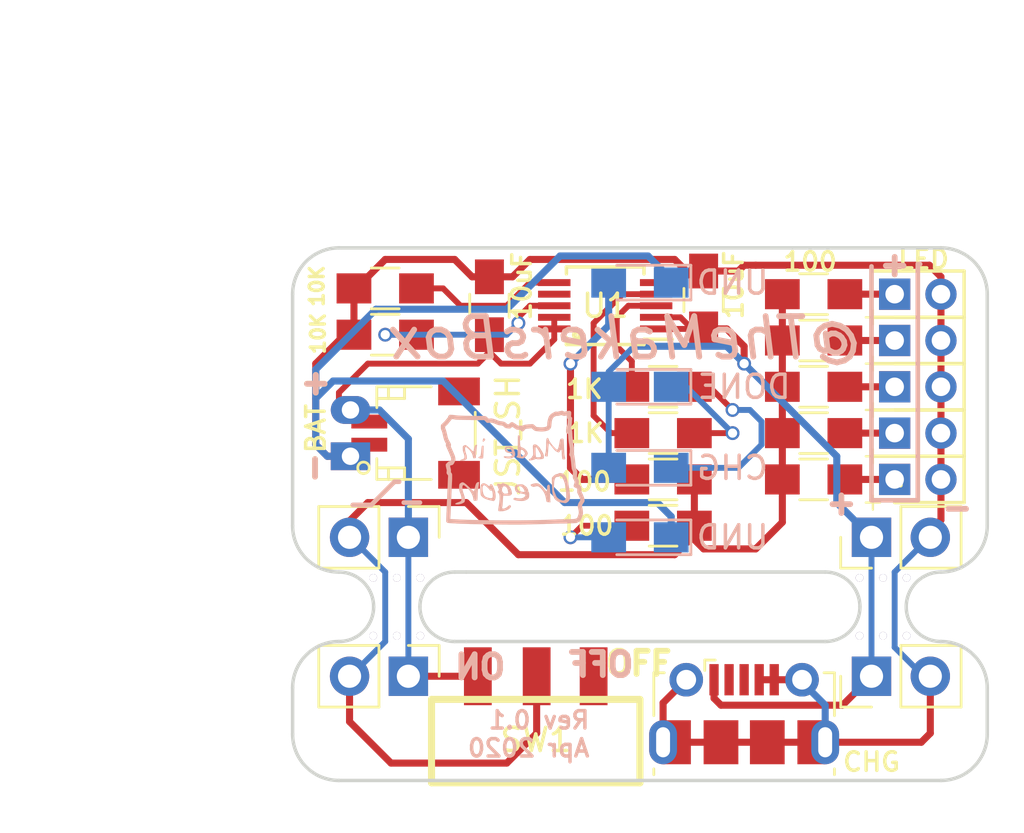
<source format=kicad_pcb>
(kicad_pcb (version 4) (host pcbnew 4.0.7)

  (general
    (links 61)
    (no_connects 0)
    (area 108.150001 131.8 152.600001 167.475001)
    (thickness 1.6)
    (drawings 54)
    (tracks 192)
    (zones 0)
    (modules 36)
    (nets 22)
  )

  (page A)
  (title_block
    (title "Beetje 32U4 Blok")
    (date 2018-08-10)
    (rev 0.0)
    (company www.MakersBox.us)
    (comment 1 648.ken@gmail.com)
  )

  (layers
    (0 F.Cu signal)
    (31 B.Cu signal)
    (32 B.Adhes user)
    (33 F.Adhes user)
    (34 B.Paste user)
    (35 F.Paste user)
    (36 B.SilkS user)
    (37 F.SilkS user)
    (38 B.Mask user)
    (39 F.Mask user)
    (40 Dwgs.User user)
    (41 Cmts.User user)
    (42 Eco1.User user)
    (43 Eco2.User user)
    (44 Edge.Cuts user)
    (45 Margin user)
    (46 B.CrtYd user)
    (47 F.CrtYd user)
    (48 B.Fab user)
    (49 F.Fab user hide)
  )

  (setup
    (last_trace_width 0.3048)
    (user_trace_width 0.254)
    (user_trace_width 0.3048)
    (user_trace_width 0.4064)
    (user_trace_width 0.6096)
    (trace_clearance 0.2)
    (zone_clearance 0.508)
    (zone_45_only no)
    (trace_min 0.2)
    (segment_width 0.2)
    (edge_width 0.15)
    (via_size 0.6)
    (via_drill 0.4)
    (via_min_size 0.4)
    (via_min_drill 0.3)
    (uvia_size 0.3)
    (uvia_drill 0.1)
    (uvias_allowed no)
    (uvia_min_size 0.2)
    (uvia_min_drill 0.1)
    (pcb_text_width 0.3)
    (pcb_text_size 1.5 1.5)
    (mod_edge_width 0.15)
    (mod_text_size 1 1)
    (mod_text_width 0.15)
    (pad_size 2 2)
    (pad_drill 1.4)
    (pad_to_mask_clearance 0)
    (aux_axis_origin 0 0)
    (visible_elements 7FFFFFFF)
    (pcbplotparams
      (layerselection 0x00030_80000001)
      (usegerberextensions false)
      (excludeedgelayer true)
      (linewidth 0.100000)
      (plotframeref false)
      (viasonmask false)
      (mode 1)
      (useauxorigin false)
      (hpglpennumber 1)
      (hpglpenspeed 20)
      (hpglpendiameter 15)
      (hpglpenoverlay 2)
      (psnegative false)
      (psa4output false)
      (plotreference true)
      (plotvalue true)
      (plotinvisibletext false)
      (padsonsilk false)
      (subtractmaskfromsilk false)
      (outputformat 1)
      (mirror false)
      (drillshape 1)
      (scaleselection 1)
      (outputdirectory ""))
  )

  (net 0 "")
  (net 1 GND)
  (net 2 VBUS)
  (net 3 "Net-(R3-Pad1)")
  (net 4 "Net-(C2-Pad1)")
  (net 5 "Net-(D2-Pad1)")
  (net 6 "Net-(D3-Pad1)")
  (net 7 "Net-(R1-Pad1)")
  (net 8 "Net-(R2-Pad1)")
  (net 9 "Net-(R4-Pad1)")
  (net 10 "Net-(R5-Pad1)")
  (net 11 "Net-(D4-Pad2)")
  (net 12 "Net-(D5-Pad2)")
  (net 13 "Net-(J2-Pad2)")
  (net 14 "Net-(J2-Pad3)")
  (net 15 "Net-(J6-Pad1)")
  (net 16 "Net-(J1-Pad1)")
  (net 17 "Net-(J7-Pad1)")
  (net 18 "Net-(J8-Pad1)")
  (net 19 "Net-(J9-Pad1)")
  (net 20 "Net-(SW1-Pad3)")
  (net 21 "Net-(J4-Pad2)")

  (net_class Default "This is the default net class."
    (clearance 0.2)
    (trace_width 0.25)
    (via_dia 0.6)
    (via_drill 0.4)
    (uvia_dia 0.3)
    (uvia_drill 0.1)
    (add_net GND)
    (add_net "Net-(C2-Pad1)")
    (add_net "Net-(D2-Pad1)")
    (add_net "Net-(D3-Pad1)")
    (add_net "Net-(D4-Pad2)")
    (add_net "Net-(D5-Pad2)")
    (add_net "Net-(J1-Pad1)")
    (add_net "Net-(J2-Pad2)")
    (add_net "Net-(J2-Pad3)")
    (add_net "Net-(J4-Pad2)")
    (add_net "Net-(J6-Pad1)")
    (add_net "Net-(J7-Pad1)")
    (add_net "Net-(J8-Pad1)")
    (add_net "Net-(J9-Pad1)")
    (add_net "Net-(R1-Pad1)")
    (add_net "Net-(R2-Pad1)")
    (add_net "Net-(R3-Pad1)")
    (add_net "Net-(R4-Pad1)")
    (add_net "Net-(R5-Pad1)")
    (add_net "Net-(SW1-Pad3)")
    (add_net VBUS)
  )

  (module Connectors_JST:JST_PH_S2B-PH-K_02x2.00mm_Angled (layer F.Cu) (tedit 5EC881AA) (tstamp 5EAB3BE4)
    (at 123.5 151 90)
    (descr "JST PH series connector, S2B-PH-K, side entry type, through hole, Datasheet: http://www.jst-mfg.com/product/pdf/eng/ePH.pdf")
    (tags "connector jst ph")
    (path /5EAB43D0)
    (fp_text reference J10 (at 1 1.5 90) (layer F.SilkS) hide
      (effects (font (size 1 1) (thickness 0.15)))
    )
    (fp_text value JST_PH (at 1 7.25 90) (layer F.Fab)
      (effects (font (size 1 1) (thickness 0.15)))
    )
    (fp_line (start -2.45 -1.85) (end -2.45 6.75) (layer F.CrtYd) (width 0.05))
    (fp_line (start -2.45 6.75) (end 4.45 6.75) (layer F.CrtYd) (width 0.05))
    (fp_line (start 4.45 6.75) (end 4.45 -1.85) (layer F.CrtYd) (width 0.05))
    (fp_line (start 4.45 -1.85) (end -2.45 -1.85) (layer F.CrtYd) (width 0.05))
    (fp_line (start -1.25 0.25) (end -1.25 -1.35) (layer F.Fab) (width 0.1))
    (fp_line (start -1.25 -1.35) (end -1.95 -1.35) (layer F.Fab) (width 0.1))
    (fp_line (start -1.95 -1.35) (end -1.95 6.25) (layer F.Fab) (width 0.1))
    (fp_line (start -1.95 6.25) (end 3.95 6.25) (layer F.Fab) (width 0.1))
    (fp_line (start 3.95 6.25) (end 3.95 -1.35) (layer F.Fab) (width 0.1))
    (fp_line (start 3.95 -1.35) (end 3.25 -1.35) (layer F.Fab) (width 0.1))
    (fp_line (start 3.25 -1.35) (end 3.25 0.25) (layer F.Fab) (width 0.1))
    (fp_line (start 3.25 0.25) (end -1.25 0.25) (layer F.Fab) (width 0.1))
    (fp_line (start 0 0.85) (end -0.5 1.35) (layer F.Fab) (width 0.1))
    (fp_line (start -0.5 1.35) (end 0.5 1.35) (layer F.Fab) (width 0.1))
    (fp_line (start 0.5 1.35) (end 0 0.85) (layer F.Fab) (width 0.1))
    (fp_text user %R (at 1 2.5 90) (layer F.Fab)
      (effects (font (size 1 1) (thickness 0.15)))
    )
    (pad 1 thru_hole rect (at 0 0 90) (size 1.2 1.7) (drill 0.75) (layers *.Cu *.Mask)
      (net 1 GND))
    (pad 2 thru_hole oval (at 2 0 90) (size 1.2 1.7) (drill 0.75) (layers *.Cu *.Mask)
      (net 4 "Net-(C2-Pad1)"))
    (model ${KISYS3DMOD}/Connectors_JST.3dshapes/JST_PH_S2B-PH-K_02x2.00mm_Angled.wrl
      (at (xyz 0 0 0))
      (scale (xyz 1 1 1))
      (rotate (xyz 0 0 0))
    )
  )

  (module Pin_Headers:Pin_Header_Straight_1x02_Pitch2.54mm (layer F.Cu) (tedit 5EA9CF83) (tstamp 5EA9A7F9)
    (at 146 154.5 90)
    (descr "Through hole straight pin header, 1x02, 2.54mm pitch, single row")
    (tags "Through hole pin header THT 1x02 2.54mm single row")
    (path /5EA9BEB7)
    (fp_text reference J55 (at 0 -2.33 90) (layer F.SilkS) hide
      (effects (font (size 1 1) (thickness 0.15)))
    )
    (fp_text value CONN (at 0 4.87 90) (layer F.Fab)
      (effects (font (size 1 1) (thickness 0.15)))
    )
    (fp_line (start -0.635 -1.27) (end 1.27 -1.27) (layer F.Fab) (width 0.1))
    (fp_line (start 1.27 -1.27) (end 1.27 3.81) (layer F.Fab) (width 0.1))
    (fp_line (start 1.27 3.81) (end -1.27 3.81) (layer F.Fab) (width 0.1))
    (fp_line (start -1.27 3.81) (end -1.27 -0.635) (layer F.Fab) (width 0.1))
    (fp_line (start -1.27 -0.635) (end -0.635 -1.27) (layer F.Fab) (width 0.1))
    (fp_line (start -1.33 3.87) (end 1.33 3.87) (layer F.SilkS) (width 0.12))
    (fp_line (start -1.33 1.27) (end -1.33 3.87) (layer F.SilkS) (width 0.12))
    (fp_line (start 1.33 1.27) (end 1.33 3.87) (layer F.SilkS) (width 0.12))
    (fp_line (start -1.33 1.27) (end 1.33 1.27) (layer F.SilkS) (width 0.12))
    (fp_line (start -1.33 0) (end -1.33 -1.33) (layer F.SilkS) (width 0.12))
    (fp_line (start -1.33 -1.33) (end 0 -1.33) (layer F.SilkS) (width 0.12))
    (fp_line (start -1.8 -1.8) (end -1.8 4.35) (layer F.CrtYd) (width 0.05))
    (fp_line (start -1.8 4.35) (end 1.8 4.35) (layer F.CrtYd) (width 0.05))
    (fp_line (start 1.8 4.35) (end 1.8 -1.8) (layer F.CrtYd) (width 0.05))
    (fp_line (start 1.8 -1.8) (end -1.8 -1.8) (layer F.CrtYd) (width 0.05))
    (fp_text user %R (at 0 1.27 180) (layer F.Fab)
      (effects (font (size 1 1) (thickness 0.15)))
    )
    (pad 1 thru_hole rect (at 0 0 90) (size 1.7 1.7) (drill 1) (layers *.Cu *.Mask)
      (net 2 VBUS))
    (pad 2 thru_hole oval (at 0 2.54 90) (size 1.7 1.7) (drill 1) (layers *.Cu *.Mask)
      (net 1 GND))
  )

  (module footprints:R_0805_HandSoldering (layer F.Cu) (tedit 5EC87F17) (tstamp 5B92DE06)
    (at 137 148)
    (descr "Resistor SMD 0805, hand soldering")
    (tags "resistor 0805")
    (path /5B7EF1EF)
    (attr smd)
    (fp_text reference R2 (at -3 0) (layer F.SilkS) hide
      (effects (font (size 1 1) (thickness 0.15)))
    )
    (fp_text value 1K (at -3.4 0.1) (layer F.SilkS)
      (effects (font (size 0.8 0.8) (thickness 0.15)))
    )
    (fp_text user %R (at 0 0) (layer F.Fab)
      (effects (font (size 0.5 0.5) (thickness 0.075)))
    )
    (fp_line (start -1 0.62) (end -1 -0.62) (layer F.Fab) (width 0.1))
    (fp_line (start 1 0.62) (end -1 0.62) (layer F.Fab) (width 0.1))
    (fp_line (start 1 -0.62) (end 1 0.62) (layer F.Fab) (width 0.1))
    (fp_line (start -1 -0.62) (end 1 -0.62) (layer F.Fab) (width 0.1))
    (fp_line (start 0.6 0.88) (end -0.6 0.88) (layer F.SilkS) (width 0.12))
    (fp_line (start -0.6 -0.88) (end 0.6 -0.88) (layer F.SilkS) (width 0.12))
    (fp_line (start -2.35 -0.9) (end 2.35 -0.9) (layer F.CrtYd) (width 0.05))
    (fp_line (start -2.35 -0.9) (end -2.35 0.9) (layer F.CrtYd) (width 0.05))
    (fp_line (start 2.35 0.9) (end 2.35 -0.9) (layer F.CrtYd) (width 0.05))
    (fp_line (start 2.35 0.9) (end -2.35 0.9) (layer F.CrtYd) (width 0.05))
    (pad 1 smd rect (at -1.35 0) (size 1.5 1.3) (layers F.Cu F.Paste F.Mask)
      (net 8 "Net-(R2-Pad1)"))
    (pad 2 smd rect (at 1.35 0) (size 1.5 1.3) (layers F.Cu F.Paste F.Mask)
      (net 5 "Net-(D2-Pad1)"))
    (model ${KISYS3DMOD}/Resistors_SMD.3dshapes/R_0805.wrl
      (at (xyz 0 0 0))
      (scale (xyz 1 1 1))
      (rotate (xyz 0 0 0))
    )
  )

  (module Pin_Headers:Pin_Header_Straight_1x02_Pitch2.54mm (layer F.Cu) (tedit 5EA9CF37) (tstamp 5EA9A7E3)
    (at 126 154.5 270)
    (descr "Through hole straight pin header, 1x02, 2.54mm pitch, single row")
    (tags "Through hole pin header THT 1x02 2.54mm single row")
    (path /5EA9BFC7)
    (fp_text reference J44 (at 0 -2.33 270) (layer F.SilkS) hide
      (effects (font (size 1 1) (thickness 0.15)))
    )
    (fp_text value CONN (at 0 4.87 270) (layer F.Fab)
      (effects (font (size 1 1) (thickness 0.15)))
    )
    (fp_line (start -0.635 -1.27) (end 1.27 -1.27) (layer F.Fab) (width 0.1))
    (fp_line (start 1.27 -1.27) (end 1.27 3.81) (layer F.Fab) (width 0.1))
    (fp_line (start 1.27 3.81) (end -1.27 3.81) (layer F.Fab) (width 0.1))
    (fp_line (start -1.27 3.81) (end -1.27 -0.635) (layer F.Fab) (width 0.1))
    (fp_line (start -1.27 -0.635) (end -0.635 -1.27) (layer F.Fab) (width 0.1))
    (fp_line (start -1.33 3.87) (end 1.33 3.87) (layer F.SilkS) (width 0.12))
    (fp_line (start -1.33 1.27) (end -1.33 3.87) (layer F.SilkS) (width 0.12))
    (fp_line (start 1.33 1.27) (end 1.33 3.87) (layer F.SilkS) (width 0.12))
    (fp_line (start -1.33 1.27) (end 1.33 1.27) (layer F.SilkS) (width 0.12))
    (fp_line (start -1.33 0) (end -1.33 -1.33) (layer F.SilkS) (width 0.12))
    (fp_line (start -1.33 -1.33) (end 0 -1.33) (layer F.SilkS) (width 0.12))
    (fp_line (start -1.8 -1.8) (end -1.8 4.35) (layer F.CrtYd) (width 0.05))
    (fp_line (start -1.8 4.35) (end 1.8 4.35) (layer F.CrtYd) (width 0.05))
    (fp_line (start 1.8 4.35) (end 1.8 -1.8) (layer F.CrtYd) (width 0.05))
    (fp_line (start 1.8 -1.8) (end -1.8 -1.8) (layer F.CrtYd) (width 0.05))
    (fp_text user %R (at 0 1.27 360) (layer F.Fab)
      (effects (font (size 1 1) (thickness 0.15)))
    )
    (pad 1 thru_hole rect (at 0 0 270) (size 1.7 1.7) (drill 1) (layers *.Cu *.Mask)
      (net 4 "Net-(C2-Pad1)"))
    (pad 2 thru_hole oval (at 0 2.54 270) (size 1.7 1.7) (drill 1) (layers *.Cu *.Mask)
      (net 21 "Net-(J4-Pad2)"))
  )

  (module beetje_footprints:USB_Micro-B_Molex-105017-0001 (layer F.Cu) (tedit 5EC88151) (tstamp 5EA732D2)
    (at 140.5 163)
    (descr http://www.molex.com/pdm_docs/sd/1050170001_sd.pdf)
    (tags "Micro-USB SMD Typ-B")
    (path /5EA71AD7)
    (attr smd)
    (fp_text reference J2 (at 0 -4) (layer F.SilkS) hide
      (effects (font (size 1 1) (thickness 0.15)))
    )
    (fp_text value CHG (at 5.5 1.2) (layer F.SilkS)
      (effects (font (size 0.8 0.8) (thickness 0.15)))
    )
    (fp_line (start -4.4 2.75) (end 4.4 2.75) (layer F.CrtYd) (width 0.05))
    (fp_line (start 4.4 -3.35) (end 4.4 2.75) (layer F.CrtYd) (width 0.05))
    (fp_line (start -4.4 -3.35) (end 4.4 -3.35) (layer F.CrtYd) (width 0.05))
    (fp_line (start -4.4 2.75) (end -4.4 -3.35) (layer F.CrtYd) (width 0.05))
    (fp_text user "PCB Edge" (at 0 1.8) (layer Dwgs.User)
      (effects (font (size 0.5 0.5) (thickness 0.08)))
    )
    (fp_line (start -3.9 -2.65) (end -3.45 -2.65) (layer F.SilkS) (width 0.12))
    (fp_line (start -3.9 -0.8) (end -3.9 -2.65) (layer F.SilkS) (width 0.12))
    (fp_line (start 3.9 1.75) (end 3.9 1.5) (layer F.SilkS) (width 0.12))
    (fp_line (start 3.75 2.5) (end 3.75 -2.5) (layer F.Fab) (width 0.1))
    (fp_line (start -3 1.801704) (end 3 1.801704) (layer F.Fab) (width 0.1))
    (fp_line (start -3.75 2.501704) (end 3.75 2.501704) (layer F.Fab) (width 0.1))
    (fp_line (start -3.75 -2.5) (end 3.75 -2.5) (layer F.Fab) (width 0.1))
    (fp_line (start -3.75 2.5) (end -3.75 -2.5) (layer F.Fab) (width 0.1))
    (fp_line (start -3.9 1.75) (end -3.9 1.5) (layer F.SilkS) (width 0.12))
    (fp_line (start 3.9 -0.8) (end 3.9 -2.65) (layer F.SilkS) (width 0.12))
    (fp_line (start 3.9 -2.65) (end 3.45 -2.65) (layer F.SilkS) (width 0.12))
    (fp_text user %R (at 0 0) (layer F.Fab)
      (effects (font (size 1 1) (thickness 0.15)))
    )
    (fp_line (start -1.7 -3.2) (end -1.25 -3.2) (layer F.SilkS) (width 0.12))
    (fp_line (start -1.7 -3.2) (end -1.7 -2.75) (layer F.SilkS) (width 0.12))
    (fp_line (start -1.3 -2.6) (end -1.5 -2.8) (layer F.Fab) (width 0.1))
    (fp_line (start -1.1 -2.8) (end -1.3 -2.6) (layer F.Fab) (width 0.1))
    (fp_line (start -1.5 -3.01) (end -1.1 -3.01) (layer F.Fab) (width 0.1))
    (fp_line (start -1.5 -3.01) (end -1.5 -2.8) (layer F.Fab) (width 0.1))
    (fp_line (start -1.1 -3.01) (end -1.1 -2.8) (layer F.Fab) (width 0.1))
    (pad 5 smd rect (at 1 0.35) (size 1.5 1.9) (layers F.Cu F.Paste F.Mask)
      (net 1 GND))
    (pad 5 thru_hole circle (at -2.5 -2.35) (size 1.45 1.45) (drill 0.85) (layers *.Cu *.Mask)
      (net 1 GND))
    (pad 2 smd rect (at -0.65 -2.35) (size 0.4 1.35) (layers F.Cu F.Paste F.Mask)
      (net 13 "Net-(J2-Pad2)"))
    (pad 1 smd rect (at -1.3 -2.35) (size 0.4 1.35) (layers F.Cu F.Paste F.Mask)
      (net 2 VBUS))
    (pad 5 smd rect (at 1.3 -2.35) (size 0.4 1.35) (layers F.Cu F.Paste F.Mask)
      (net 1 GND))
    (pad 4 smd rect (at 0.65 -2.35) (size 0.4 1.35) (layers F.Cu F.Paste F.Mask)
      (net 1 GND))
    (pad 3 smd rect (at 0 -2.35) (size 0.4 1.35) (layers F.Cu F.Paste F.Mask)
      (net 14 "Net-(J2-Pad3)"))
    (pad 5 thru_hole circle (at 2.5 -2.35) (size 1.45 1.45) (drill 0.85) (layers *.Cu *.Mask)
      (net 1 GND))
    (pad 5 smd rect (at -1 0.35) (size 1.5 1.9) (layers F.Cu F.Paste F.Mask)
      (net 1 GND))
    (pad 5 thru_hole oval (at -3.5 0.35 180) (size 1.2 1.9) (drill oval 0.6 1.3) (layers *.Cu *.Mask)
      (net 1 GND))
    (pad 5 thru_hole oval (at 3.5 0.35) (size 1.2 1.9) (drill oval 0.6 1.3) (layers *.Cu *.Mask)
      (net 1 GND))
    (pad 5 smd rect (at 2.9 0.35) (size 1.2 1.9) (layers F.Cu F.Mask)
      (net 1 GND))
    (pad 5 smd rect (at -2.9 0.35) (size 1.2 1.9) (layers F.Cu F.Mask)
      (net 1 GND))
    (model ${KISYS3DMOD}/Connectors_USB.3dshapes/USB_Micro-B_Molex-105017-0001.wrl
      (at (xyz 0 0 0))
      (scale (xyz 1 1 1))
      (rotate (xyz 0 0 0))
    )
  )

  (module footprints:SPST_SMD (layer F.Cu) (tedit 5EA9FA58) (tstamp 5EA8B242)
    (at 131.5 160.5)
    (descr "Through hole pin header")
    (tags "pin header")
    (path /5B9534D5)
    (fp_text reference SW1 (at 0 2.75) (layer F.SilkS)
      (effects (font (size 1 1) (thickness 0.15)))
    )
    (fp_text value SW_SPDT (at 0.1 0) (layer F.Fab)
      (effects (font (size 1 1) (thickness 0.15)))
    )
    (fp_line (start -1 6.7) (end -0.5 6.7) (layer F.Fab) (width 0.15))
    (fp_line (start -0.5 6.7) (end -0.5 4.7) (layer F.Fab) (width 0.15))
    (fp_line (start -2 6.7) (end -1 6.7) (layer F.Fab) (width 0.15))
    (fp_line (start -2 4.7) (end -2 6.7) (layer F.Fab) (width 0.15))
    (fp_line (start -4.5 4.6) (end 4.5 4.6) (layer F.SilkS) (width 0.3048))
    (fp_line (start 4.5 1) (end 4.5 4.6) (layer F.SilkS) (width 0.3048))
    (fp_line (start -4.5 1) (end -4.5 4.6) (layer F.SilkS) (width 0.3048))
    (fp_line (start -4.5 1) (end 4.5 1) (layer F.SilkS) (width 0.3048))
    (fp_text user JS102011SAQN (at 0 1.7) (layer F.Fab)
      (effects (font (size 0.8 0.8) (thickness 0.1)))
    )
    (pad "" np_thru_hole circle (at 3.4 2.75) (size 0.9 0.9) (drill 0.9) (layers *.Cu *.Mask))
    (pad 1 smd rect (at -2.5 0) (size 1.2 2.5) (layers F.Cu F.Paste F.Mask)
      (net 4 "Net-(C2-Pad1)"))
    (pad 2 smd rect (at 0.04 0) (size 1.2 2.5) (layers F.Cu F.Paste F.Mask)
      (net 21 "Net-(J4-Pad2)"))
    (pad 3 smd rect (at 2.5 0) (size 1.2 2.5) (layers F.Cu F.Paste F.Mask)
      (net 20 "Net-(SW1-Pad3)"))
    (pad "" np_thru_hole circle (at -3.4 2.75) (size 0.9 0.9) (drill 0.9) (layers *.Cu *.Mask))
    (model Pin_Headers.3dshapes/Pin_Header_Straight_2x06.wrl
      (at (xyz 0.05 -0.25 0))
      (scale (xyz 1 1 1))
      (rotate (xyz 0 0 90))
    )
  )

  (module footprints:MadeInOregonRev25 (layer F.Cu) (tedit 5B7EDC1C) (tstamp 5B7740E4)
    (at 130.5 151.5)
    (fp_text reference VAL (at 0 0) (layer F.SilkS) hide
      (effects (font (size 1.143 1.143) (thickness 0.1778)))
    )
    (fp_text value MadeInOregonRev25 (at 0 0) (layer F.SilkS) hide
      (effects (font (size 0.5 0.5) (thickness 0.125)))
    )
    (fp_poly (pts (xy -3.09626 -1.76022) (xy -3.09626 -1.72212) (xy -3.09372 -1.69672) (xy -3.09118 -1.67386)
      (xy -3.0861 -1.65608) (xy -3.07594 -1.63576) (xy -3.0734 -1.62814) (xy -3.0607 -1.6002)
      (xy -3.05054 -1.5748) (xy -3.04038 -1.54432) (xy -3.03022 -1.50876) (xy -3.02006 -1.46304)
      (xy -3.00736 -1.4097) (xy -3.00228 -1.39192) (xy -2.98704 -1.31826) (xy -2.96926 -1.2573)
      (xy -2.95402 -1.20396) (xy -2.9337 -1.15824) (xy -2.91338 -1.1176) (xy -2.91338 -1.74752)
      (xy -2.91338 -1.76276) (xy -2.91084 -1.77546) (xy -2.90322 -1.78816) (xy -2.89052 -1.8034)
      (xy -2.86766 -1.82118) (xy -2.8575 -1.83134) (xy -2.82956 -1.8542) (xy -2.80416 -1.8796)
      (xy -2.78638 -1.90246) (xy -2.77876 -1.91008) (xy -2.76606 -1.92786) (xy -2.74574 -1.95326)
      (xy -2.72034 -1.98374) (xy -2.69494 -2.01422) (xy -2.6924 -2.01676) (xy -2.66954 -2.0447)
      (xy -2.64922 -2.0701) (xy -2.63652 -2.08788) (xy -2.6289 -2.09804) (xy -2.6289 -2.10058)
      (xy -2.62382 -2.10566) (xy -2.60604 -2.10566) (xy -2.58064 -2.10566) (xy -2.55016 -2.10058)
      (xy -2.51968 -2.0955) (xy -2.50952 -2.09296) (xy -2.49682 -2.09042) (xy -2.48412 -2.08534)
      (xy -2.46888 -2.08534) (xy -2.4511 -2.0828) (xy -2.4257 -2.08026) (xy -2.39268 -2.07772)
      (xy -2.35458 -2.07772) (xy -2.30632 -2.07518) (xy -2.2479 -2.07518) (xy -2.17678 -2.07264)
      (xy -2.09296 -2.0701) (xy -2.03962 -2.0701) (xy -1.95326 -2.06756) (xy -1.8669 -2.06756)
      (xy -1.78054 -2.06502) (xy -1.69672 -2.06502) (xy -1.61798 -2.06248) (xy -1.54686 -2.06248)
      (xy -1.48336 -2.06248) (xy -1.4351 -2.06248) (xy -1.4224 -2.06248) (xy -1.22936 -2.06248)
      (xy -1.1684 -2.00152) (xy -1.10744 -1.9431) (xy -1.0668 -1.9431) (xy -1.03886 -1.9431)
      (xy -1.0033 -1.94564) (xy -0.97536 -1.95072) (xy -0.94234 -1.95326) (xy -0.91186 -1.95072)
      (xy -0.87884 -1.94564) (xy -0.8382 -1.93548) (xy -0.79248 -1.9177) (xy -0.7366 -1.89484)
      (xy -0.72136 -1.88976) (xy -0.67818 -1.86944) (xy -0.64516 -1.85674) (xy -0.61722 -1.84912)
      (xy -0.59182 -1.84404) (xy -0.56388 -1.83896) (xy -0.5461 -1.83642) (xy -0.50038 -1.83134)
      (xy -0.46482 -1.82626) (xy -0.43688 -1.81864) (xy -0.41656 -1.80848) (xy -0.39624 -1.79578)
      (xy -0.37592 -1.77546) (xy -0.37338 -1.77292) (xy -0.35052 -1.7526) (xy -0.32512 -1.73482)
      (xy -0.30734 -1.72212) (xy -0.30734 -1.72212) (xy -0.28702 -1.71704) (xy -0.25654 -1.71196)
      (xy -0.22098 -1.70434) (xy -0.18288 -1.7018) (xy -0.14986 -1.69672) (xy -0.12446 -1.69672)
      (xy -0.10922 -1.69926) (xy -0.09652 -1.70688) (xy -0.07366 -1.71958) (xy -0.05334 -1.73736)
      (xy -0.03048 -1.75768) (xy -0.01524 -1.7653) (xy -0.00508 -1.76784) (xy 0 -1.7653)
      (xy 0.01016 -1.75768) (xy 0.03048 -1.74498) (xy 0.05842 -1.7272) (xy 0.0889 -1.70688)
      (xy 0.09652 -1.7018) (xy 0.18288 -1.64846) (xy 0.25908 -1.64592) (xy 0.29464 -1.64338)
      (xy 0.3175 -1.64084) (xy 0.3302 -1.6383) (xy 0.34036 -1.63322) (xy 0.34544 -1.6256)
      (xy 0.34798 -1.62052) (xy 0.3683 -1.59766) (xy 0.39624 -1.58242) (xy 0.42672 -1.5748)
      (xy 0.4318 -1.5748) (xy 0.45974 -1.58242) (xy 0.48768 -1.6002) (xy 0.51562 -1.63068)
      (xy 0.52578 -1.64338) (xy 0.53848 -1.65608) (xy 0.5461 -1.66624) (xy 0.55626 -1.67386)
      (xy 0.56896 -1.68148) (xy 0.58928 -1.68402) (xy 0.61468 -1.6891) (xy 0.65278 -1.69418)
      (xy 0.70104 -1.69672) (xy 0.71628 -1.69926) (xy 0.8255 -1.70942) (xy 0.85598 -1.68148)
      (xy 0.89154 -1.64846) (xy 0.9271 -1.62306) (xy 0.95758 -1.60274) (xy 0.96774 -1.59766)
      (xy 0.9906 -1.59258) (xy 1.02362 -1.5875) (xy 1.0668 -1.58242) (xy 1.11252 -1.57734)
      (xy 1.16332 -1.57226) (xy 1.21158 -1.56972) (xy 1.2573 -1.56972) (xy 1.25984 -1.56972)
      (xy 1.3081 -1.56972) (xy 1.35128 -1.5748) (xy 1.39446 -1.57988) (xy 1.44272 -1.59004)
      (xy 1.48844 -1.6002) (xy 1.52146 -1.61036) (xy 1.54686 -1.62306) (xy 1.56972 -1.63576)
      (xy 1.59258 -1.65608) (xy 1.61798 -1.68148) (xy 1.63576 -1.7018) (xy 1.651 -1.72212)
      (xy 1.65862 -1.74498) (xy 1.66624 -1.77292) (xy 1.67386 -1.80848) (xy 1.6764 -1.85166)
      (xy 1.68148 -1.90246) (xy 1.6891 -1.9812) (xy 1.7018 -2.04978) (xy 1.72212 -2.10566)
      (xy 1.74752 -2.15138) (xy 1.75006 -2.15646) (xy 1.77546 -2.18186) (xy 1.81356 -2.2098)
      (xy 1.82626 -2.21742) (xy 1.8542 -2.23012) (xy 1.87706 -2.24028) (xy 1.89484 -2.24282)
      (xy 1.9177 -2.24282) (xy 1.92024 -2.24282) (xy 1.95834 -2.24282) (xy 2.00152 -2.25044)
      (xy 2.032 -2.25806) (xy 2.0701 -2.27076) (xy 2.09804 -2.27584) (xy 2.11582 -2.27838)
      (xy 2.13106 -2.2733) (xy 2.1463 -2.26822) (xy 2.15392 -2.26314) (xy 2.1844 -2.2479)
      (xy 2.22758 -2.24282) (xy 2.27584 -2.2479) (xy 2.29108 -2.25298) (xy 2.31394 -2.25806)
      (xy 2.33426 -2.26314) (xy 2.34188 -2.26314) (xy 2.34188 -2.25806) (xy 2.34442 -2.23774)
      (xy 2.34442 -2.21488) (xy 2.34442 -2.21234) (xy 2.34442 -2.1844) (xy 2.34696 -2.16408)
      (xy 2.35204 -2.1463) (xy 2.36474 -2.12852) (xy 2.3876 -2.0955) (xy 2.37998 -1.97612)
      (xy 2.37744 -1.9304) (xy 2.37236 -1.89738) (xy 2.36982 -1.87198) (xy 2.36474 -1.8542)
      (xy 2.35966 -1.83896) (xy 2.35204 -1.82372) (xy 2.34696 -1.8161) (xy 2.33172 -1.78562)
      (xy 2.3241 -1.75768) (xy 2.3241 -1.73736) (xy 2.32156 -1.70942) (xy 2.31902 -1.68656)
      (xy 2.31648 -1.67894) (xy 2.31394 -1.66116) (xy 2.30886 -1.63576) (xy 2.30886 -1.60274)
      (xy 2.30886 -1.59004) (xy 2.30886 -1.55702) (xy 2.30886 -1.5367) (xy 2.31394 -1.52146)
      (xy 2.32156 -1.5113) (xy 2.33172 -1.4986) (xy 2.33426 -1.49606) (xy 2.35458 -1.48082)
      (xy 2.3749 -1.4732) (xy 2.37744 -1.47066) (xy 2.3876 -1.47066) (xy 2.39268 -1.46558)
      (xy 2.39776 -1.45034) (xy 2.4003 -1.42494) (xy 2.40284 -1.39192) (xy 2.40538 -1.35382)
      (xy 2.40538 -1.33096) (xy 2.40792 -1.28778) (xy 2.413 -1.2319) (xy 2.42062 -1.16078)
      (xy 2.43332 -1.07442) (xy 2.4511 -0.97536) (xy 2.4511 -0.96774) (xy 2.45872 -0.92456)
      (xy 2.4638 -0.88392) (xy 2.46888 -0.85344) (xy 2.47142 -0.83058) (xy 2.47396 -0.82296)
      (xy 2.47396 -0.81026) (xy 2.47142 -0.7874) (xy 2.47142 -0.75692) (xy 2.46888 -0.72644)
      (xy 2.46888 -0.69342) (xy 2.46634 -0.66294) (xy 2.4638 -0.64262) (xy 2.46126 -0.635)
      (xy 2.4511 -0.6096) (xy 2.44856 -0.57912) (xy 2.4511 -0.54864) (xy 2.46126 -0.52324)
      (xy 2.4765 -0.51054) (xy 2.48412 -0.49784) (xy 2.49174 -0.47244) (xy 2.5019 -0.4318)
      (xy 2.50952 -0.37592) (xy 2.51968 -0.30734) (xy 2.5273 -0.2286) (xy 2.53238 -0.16764)
      (xy 2.53746 -0.1143) (xy 2.54254 -0.0635) (xy 2.54762 -0.02032) (xy 2.5527 0.01524)
      (xy 2.55524 0.04064) (xy 2.55778 0.05334) (xy 2.56794 0.07366) (xy 2.5781 0.1016)
      (xy 2.58826 0.127) (xy 2.59588 0.14732) (xy 2.6035 0.16256) (xy 2.60604 0.18034)
      (xy 2.60858 0.20066) (xy 2.60858 0.22606) (xy 2.60604 0.25908) (xy 2.6035 0.3048)
      (xy 2.6035 0.32512) (xy 2.60096 0.37084) (xy 2.60096 0.4064) (xy 2.60604 0.43434)
      (xy 2.61366 0.45974) (xy 2.62636 0.48768) (xy 2.64668 0.5207) (xy 2.66446 0.5588)
      (xy 2.67462 0.58674) (xy 2.6797 0.61468) (xy 2.67462 0.64262) (xy 2.66446 0.68072)
      (xy 2.65938 0.69088) (xy 2.64668 0.72898) (xy 2.63906 0.75946) (xy 2.63906 0.77978)
      (xy 2.6416 0.79756) (xy 2.64922 0.8128) (xy 2.64922 0.81534) (xy 2.66446 0.83058)
      (xy 2.68986 0.84836) (xy 2.72034 0.86614) (xy 2.75336 0.87884) (xy 2.77368 0.88646)
      (xy 2.794 0.89154) (xy 2.794 0.98044) (xy 2.794 1.07188) (xy 2.82448 1.13538)
      (xy 2.8575 1.20396) (xy 2.8829 1.26238) (xy 2.90322 1.31064) (xy 2.91592 1.3462)
      (xy 2.921 1.36652) (xy 2.92354 1.3843) (xy 2.92354 1.39954) (xy 2.91592 1.41478)
      (xy 2.90068 1.4351) (xy 2.90068 1.43764) (xy 2.87274 1.47828) (xy 2.84988 1.51638)
      (xy 2.8321 1.5621) (xy 2.82448 1.59004) (xy 2.80924 1.64338) (xy 2.8321 1.74244)
      (xy 2.84734 1.80848) (xy 2.85496 1.86182) (xy 2.86004 1.90754) (xy 2.86004 1.94818)
      (xy 2.85242 1.98628) (xy 2.84226 2.02438) (xy 2.84226 2.02438) (xy 2.82702 2.06756)
      (xy 2.81432 2.10566) (xy 2.79908 2.13868) (xy 2.78892 2.16154) (xy 2.77876 2.1717)
      (xy 2.77876 2.17424) (xy 2.7686 2.17678) (xy 2.74828 2.1844) (xy 2.74066 2.18948)
      (xy 2.7178 2.1971) (xy 2.68224 2.20472) (xy 2.63398 2.2098) (xy 2.57302 2.21234)
      (xy 2.49682 2.21488) (xy 2.40792 2.21742) (xy 2.30632 2.21742) (xy 2.29616 2.21742)
      (xy 2.24028 2.21996) (xy 2.17424 2.21996) (xy 2.10058 2.2225) (xy 2.02184 2.2225)
      (xy 1.9431 2.22504) (xy 1.86944 2.23012) (xy 1.84912 2.23012) (xy 1.6129 2.23774)
      (xy 1.38684 2.2479) (xy 1.16332 2.25298) (xy 0.9398 2.25806) (xy 0.71882 2.26314)
      (xy 0.4953 2.26568) (xy 0.26924 2.26822) (xy 0.03556 2.26822) (xy -0.2032 2.26822)
      (xy -0.45466 2.26822) (xy -0.71628 2.26568) (xy -0.84836 2.26314) (xy -1.03378 2.2606)
      (xy -1.20396 2.25806) (xy -1.36144 2.25552) (xy -1.50622 2.25298) (xy -1.64084 2.25044)
      (xy -1.7653 2.2479) (xy -1.88214 2.24536) (xy -1.98882 2.24282) (xy -2.08788 2.23774)
      (xy -2.17932 2.2352) (xy -2.26822 2.23266) (xy -2.35204 2.22758) (xy -2.39776 2.22504)
      (xy -2.46126 2.2225) (xy -2.51968 2.21742) (xy -2.57302 2.21488) (xy -2.61874 2.21234)
      (xy -2.65176 2.2098) (xy -2.67462 2.2098) (xy -2.68732 2.2098) (xy -2.68732 2.2098)
      (xy -2.68732 2.20218) (xy -2.68478 2.17932) (xy -2.68478 2.1463) (xy -2.68224 2.09804)
      (xy -2.6797 2.03962) (xy -2.67716 1.97104) (xy -2.67208 1.8923) (xy -2.66954 1.80594)
      (xy -2.66446 1.70942) (xy -2.65938 1.60782) (xy -2.65684 1.50114) (xy -2.65176 1.38684)
      (xy -2.64414 1.27) (xy -2.64414 1.25476) (xy -2.63906 1.11506) (xy -2.63398 0.98806)
      (xy -2.6289 0.87376) (xy -2.62382 0.77216) (xy -2.61874 0.68326) (xy -2.6162 0.60452)
      (xy -2.61366 0.53848) (xy -2.61112 0.47752) (xy -2.61112 0.42926) (xy -2.61112 0.38608)
      (xy -2.61112 0.35306) (xy -2.61112 0.32258) (xy -2.61112 0.29972) (xy -2.61366 0.28194)
      (xy -2.6162 0.2667) (xy -2.61874 0.25654) (xy -2.62128 0.24638) (xy -2.62636 0.23876)
      (xy -2.63144 0.23368) (xy -2.63652 0.22606) (xy -2.6416 0.21844) (xy -2.6543 0.2032)
      (xy -2.66192 0.18796) (xy -2.66446 0.17272) (xy -2.66192 0.14732) (xy -2.66192 0.13716)
      (xy -2.66192 0.1016) (xy -2.66446 0.06858) (xy -2.67462 0.02794) (xy -2.67462 0.0254)
      (xy -2.68732 -0.01778) (xy -2.69494 -0.04826) (xy -2.69748 -0.07112) (xy -2.69748 -0.08382)
      (xy -2.69494 -0.09398) (xy -2.68732 -0.09906) (xy -2.68732 -0.1016) (xy -2.66954 -0.10668)
      (xy -2.64668 -0.1143) (xy -2.63652 -0.1143) (xy -2.60858 -0.12192) (xy -2.58572 -0.13208)
      (xy -2.5654 -0.14732) (xy -2.54762 -0.17018) (xy -2.52476 -0.20574) (xy -2.50698 -0.2413)
      (xy -2.4638 -0.3302) (xy -2.47142 -0.40894) (xy -2.4765 -0.43942) (xy -2.48158 -0.46736)
      (xy -2.4892 -0.49276) (xy -2.49682 -0.5207) (xy -2.50952 -0.55626) (xy -2.52984 -0.59944)
      (xy -2.53492 -0.61214) (xy -2.55524 -0.66294) (xy -2.5781 -0.71374) (xy -2.60096 -0.76708)
      (xy -2.62128 -0.8128) (xy -2.63144 -0.83058) (xy -2.64668 -0.86868) (xy -2.65938 -0.89662)
      (xy -2.667 -0.91694) (xy -2.66954 -0.92964) (xy -2.667 -0.9398) (xy -2.667 -0.94996)
      (xy -2.65938 -0.97536) (xy -2.65938 -1.00584) (xy -2.66954 -1.03886) (xy -2.68732 -1.0795)
      (xy -2.71272 -1.12776) (xy -2.71526 -1.1303) (xy -2.73812 -1.17094) (xy -2.75844 -1.2065)
      (xy -2.77368 -1.23698) (xy -2.78384 -1.26746) (xy -2.79654 -1.30048) (xy -2.8067 -1.34112)
      (xy -2.81686 -1.38684) (xy -2.82702 -1.43256) (xy -2.84226 -1.49606) (xy -2.85496 -1.54686)
      (xy -2.86512 -1.5875) (xy -2.87528 -1.62052) (xy -2.88544 -1.64846) (xy -2.89306 -1.67132)
      (xy -2.90068 -1.68148) (xy -2.9083 -1.70942) (xy -2.91338 -1.7399) (xy -2.91338 -1.74752)
      (xy -2.91338 -1.1176) (xy -2.91084 -1.11506) (xy -2.90576 -1.09982) (xy -2.88798 -1.07188)
      (xy -2.87782 -1.04902) (xy -2.87274 -1.03632) (xy -2.87274 -1.02616) (xy -2.87782 -1.016)
      (xy -2.88036 -0.99822) (xy -2.8829 -0.98044) (xy -2.87782 -0.95758) (xy -2.8702 -0.92964)
      (xy -2.85496 -0.89408) (xy -2.83464 -0.84582) (xy -2.8194 -0.81534) (xy -2.78384 -0.73406)
      (xy -2.74828 -0.65786) (xy -2.72034 -0.58928) (xy -2.69494 -0.52832) (xy -2.67462 -0.47752)
      (xy -2.66192 -0.43688) (xy -2.6543 -0.40894) (xy -2.6543 -0.4064) (xy -2.64922 -0.37846)
      (xy -2.65176 -0.36068) (xy -2.65684 -0.34036) (xy -2.66446 -0.32766) (xy -2.67462 -0.30734)
      (xy -2.68732 -0.29464) (xy -2.70256 -0.28702) (xy -2.72542 -0.28194) (xy -2.73812 -0.2794)
      (xy -2.75336 -0.27686) (xy -2.77114 -0.2667) (xy -2.78892 -0.25146) (xy -2.81686 -0.22606)
      (xy -2.82448 -0.2159) (xy -2.84988 -0.1905) (xy -2.86766 -0.17272) (xy -2.87782 -0.16002)
      (xy -2.8829 -0.14732) (xy -2.8829 -0.13208) (xy -2.8829 -0.12192) (xy -2.88036 -0.06858)
      (xy -2.86766 -0.00762) (xy -2.85242 0.05588) (xy -2.8448 0.08382) (xy -2.84226 0.10668)
      (xy -2.84226 0.12954) (xy -2.8448 0.16002) (xy -2.84734 0.1651) (xy -2.84988 0.19812)
      (xy -2.84988 0.22606) (xy -2.84226 0.24892) (xy -2.82448 0.27686) (xy -2.8067 0.29972)
      (xy -2.78384 0.32766) (xy -2.82702 1.3081) (xy -2.8321 1.42748) (xy -2.83718 1.54432)
      (xy -2.84226 1.65608) (xy -2.84734 1.76276) (xy -2.84988 1.86182) (xy -2.85496 1.95326)
      (xy -2.8575 2.03708) (xy -2.86004 2.11074) (xy -2.86258 2.17424) (xy -2.86512 2.22758)
      (xy -2.86512 2.26822) (xy -2.86512 2.29616) (xy -2.86512 2.3114) (xy -2.86512 2.3114)
      (xy -2.85496 2.3368) (xy -2.83464 2.35966) (xy -2.81178 2.3749) (xy -2.8067 2.37744)
      (xy -2.794 2.37998) (xy -2.76606 2.38252) (xy -2.72796 2.38506) (xy -2.6797 2.39014)
      (xy -2.62128 2.39268) (xy -2.55778 2.39776) (xy -2.48412 2.4003) (xy -2.40792 2.40538)
      (xy -2.32664 2.40792) (xy -2.24536 2.413) (xy -2.16154 2.41554) (xy -2.08026 2.41808)
      (xy -1.99898 2.42062) (xy -1.92278 2.42316) (xy -1.85166 2.4257) (xy -1.80848 2.42824)
      (xy -1.74752 2.42824) (xy -1.67386 2.43078) (xy -1.59004 2.43078) (xy -1.4986 2.43332)
      (xy -1.397 2.43586) (xy -1.29032 2.43586) (xy -1.1811 2.4384) (xy -1.0668 2.4384)
      (xy -0.95504 2.44094) (xy -0.84582 2.44348) (xy -0.80264 2.44348) (xy -0.70104 2.44348)
      (xy -0.59944 2.44602) (xy -0.50038 2.44602) (xy -0.40386 2.44856) (xy -0.31496 2.44856)
      (xy -0.23114 2.44856) (xy -0.15748 2.4511) (xy -0.09398 2.4511) (xy -0.04064 2.4511)
      (xy 0 2.4511) (xy 0.02286 2.4511) (xy 0.05842 2.4511) (xy 0.10922 2.4511)
      (xy 0.17018 2.4511) (xy 0.2413 2.4511) (xy 0.3175 2.4511) (xy 0.39878 2.44856)
      (xy 0.4826 2.44856) (xy 0.56642 2.44602) (xy 0.60198 2.44602) (xy 0.75692 2.44348)
      (xy 0.90678 2.4384) (xy 1.0541 2.43586) (xy 1.1938 2.43078) (xy 1.32588 2.42824)
      (xy 1.45034 2.42316) (xy 1.56464 2.42062) (xy 1.66624 2.41808) (xy 1.7526 2.413)
      (xy 1.77038 2.413) (xy 1.82626 2.41046) (xy 1.8923 2.40792) (xy 1.96342 2.40792)
      (xy 2.03454 2.40538) (xy 2.10312 2.40538) (xy 2.12852 2.40538) (xy 2.19456 2.40538)
      (xy 2.26822 2.40284) (xy 2.3495 2.40284) (xy 2.42824 2.39776) (xy 2.50444 2.39522)
      (xy 2.54254 2.39522) (xy 2.75844 2.38252) (xy 2.82956 2.3495) (xy 2.86258 2.33172)
      (xy 2.88798 2.31902) (xy 2.90576 2.30632) (xy 2.91084 2.30124) (xy 2.92608 2.28092)
      (xy 2.94132 2.25044) (xy 2.96164 2.2098) (xy 2.97942 2.16662) (xy 2.9972 2.12344)
      (xy 3.01244 2.08534) (xy 3.02514 2.0447) (xy 3.03276 2.01168) (xy 3.03784 1.98628)
      (xy 3.04038 1.9558) (xy 3.04038 1.93548) (xy 3.0353 1.86182) (xy 3.0226 1.778)
      (xy 3.00736 1.70434) (xy 2.99974 1.66878) (xy 2.99974 1.64084) (xy 3.00736 1.61036)
      (xy 3.0226 1.57734) (xy 3.04546 1.53924) (xy 3.0607 1.52146) (xy 3.08356 1.4859)
      (xy 3.0988 1.4605) (xy 3.10642 1.4351) (xy 3.10896 1.4097) (xy 3.10642 1.37668)
      (xy 3.0988 1.33858) (xy 3.09118 1.3081) (xy 3.07848 1.26746) (xy 3.0607 1.22174)
      (xy 3.04038 1.1684) (xy 3.01498 1.1176) (xy 2.99466 1.07442) (xy 2.98704 1.05664)
      (xy 2.97942 1.0414) (xy 2.97688 1.02362) (xy 2.97434 1.0033) (xy 2.97434 0.97282)
      (xy 2.97434 0.93218) (xy 2.97434 0.9271) (xy 2.9718 0.87884) (xy 2.96926 0.8382)
      (xy 2.96418 0.81026) (xy 2.95148 0.7874) (xy 2.9337 0.76708) (xy 2.90576 0.7493)
      (xy 2.86766 0.72898) (xy 2.84734 0.71882) (xy 2.84734 0.7112) (xy 2.84988 0.69342)
      (xy 2.85496 0.66802) (xy 2.8575 0.6604) (xy 2.86258 0.61468) (xy 2.86258 0.5842)
      (xy 2.86258 0.57658) (xy 2.84988 0.5334) (xy 2.82956 0.48768) (xy 2.8067 0.44196)
      (xy 2.79908 0.42926) (xy 2.79146 0.41656) (xy 2.78638 0.40386) (xy 2.7813 0.38862)
      (xy 2.7813 0.37084) (xy 2.7813 0.34798) (xy 2.7813 0.3175) (xy 2.78638 0.27432)
      (xy 2.79146 0.22098) (xy 2.79146 0.21844) (xy 2.79146 0.19304) (xy 2.79146 0.16764)
      (xy 2.78384 0.1397) (xy 2.77622 0.11176) (xy 2.76352 0.07874) (xy 2.75336 0.04826)
      (xy 2.7432 0.0254) (xy 2.74066 0.02032) (xy 2.73558 0.00762) (xy 2.7305 -0.0127)
      (xy 2.72796 -0.04064) (xy 2.72288 -0.07874) (xy 2.7178 -0.12954) (xy 2.71272 -0.1905)
      (xy 2.7051 -0.25908) (xy 2.69748 -0.32512) (xy 2.68986 -0.38862) (xy 2.6797 -0.44958)
      (xy 2.67208 -0.50292) (xy 2.66446 -0.5461) (xy 2.6543 -0.57658) (xy 2.65176 -0.58674)
      (xy 2.65176 -0.60452) (xy 2.6543 -0.6223) (xy 2.65684 -0.6477) (xy 2.65176 -0.68326)
      (xy 2.65176 -0.68326) (xy 2.64668 -0.71628) (xy 2.64922 -0.75184) (xy 2.65176 -0.76962)
      (xy 2.6543 -0.79248) (xy 2.65684 -0.8128) (xy 2.6543 -0.83566) (xy 2.65176 -0.8636)
      (xy 2.64414 -0.90424) (xy 2.6416 -0.91948) (xy 2.62382 -1.01346) (xy 2.61112 -1.09982)
      (xy 2.60096 -1.1811) (xy 2.59334 -1.26238) (xy 2.58572 -1.35128) (xy 2.58064 -1.42748)
      (xy 2.5781 -1.49352) (xy 2.57302 -1.54432) (xy 2.57048 -1.58496) (xy 2.5654 -1.61544)
      (xy 2.56286 -1.6383) (xy 2.55524 -1.65608) (xy 2.54762 -1.66878) (xy 2.53746 -1.6764)
      (xy 2.52984 -1.68402) (xy 2.51714 -1.69418) (xy 2.51206 -1.70688) (xy 2.5146 -1.72466)
      (xy 2.52222 -1.75006) (xy 2.53238 -1.77546) (xy 2.53238 -1.77546) (xy 2.54 -1.78816)
      (xy 2.54254 -1.79832) (xy 2.54762 -1.81102) (xy 2.55016 -1.8288) (xy 2.5527 -1.85166)
      (xy 2.55524 -1.88214) (xy 2.55778 -1.92532) (xy 2.56286 -1.97866) (xy 2.56286 -2.0066)
      (xy 2.57302 -2.159) (xy 2.54762 -2.18948) (xy 2.52222 -2.21996) (xy 2.52984 -2.29616)
      (xy 2.53238 -2.34442) (xy 2.53238 -2.37998) (xy 2.52984 -2.40538) (xy 2.51968 -2.4257)
      (xy 2.50698 -2.44094) (xy 2.50444 -2.44348) (xy 2.4892 -2.45618) (xy 2.47142 -2.46126)
      (xy 2.44856 -2.4638) (xy 2.42062 -2.4638) (xy 2.38252 -2.45618) (xy 2.33172 -2.44602)
      (xy 2.32664 -2.44348) (xy 2.2352 -2.42316) (xy 2.19964 -2.44348) (xy 2.17424 -2.45618)
      (xy 2.15138 -2.4638) (xy 2.12344 -2.4638) (xy 2.09296 -2.45872) (xy 2.04978 -2.4511)
      (xy 2.0193 -2.44348) (xy 1.98374 -2.43332) (xy 1.9558 -2.4257) (xy 1.93802 -2.42316)
      (xy 1.92024 -2.4257) (xy 1.90754 -2.42824) (xy 1.88722 -2.43078) (xy 1.86944 -2.43078)
      (xy 1.84912 -2.42824) (xy 1.82372 -2.41808) (xy 1.79324 -2.40284) (xy 1.76022 -2.38506)
      (xy 1.71958 -2.3622) (xy 1.6891 -2.34442) (xy 1.66624 -2.32664) (xy 1.64846 -2.3114)
      (xy 1.63068 -2.29362) (xy 1.6129 -2.27076) (xy 1.59258 -2.2479) (xy 1.57734 -2.22504)
      (xy 1.56718 -2.20472) (xy 1.55702 -2.17932) (xy 1.54432 -2.1463) (xy 1.53162 -2.10312)
      (xy 1.52908 -2.09296) (xy 1.51638 -2.0447) (xy 1.50876 -2.00406) (xy 1.50368 -1.96596)
      (xy 1.4986 -1.92278) (xy 1.4986 -1.90754) (xy 1.49606 -1.86182) (xy 1.49352 -1.8288)
      (xy 1.4859 -1.80594) (xy 1.4732 -1.7907) (xy 1.45288 -1.778) (xy 1.4224 -1.77038)
      (xy 1.39446 -1.76276) (xy 1.3335 -1.7526) (xy 1.26238 -1.74752) (xy 1.18364 -1.75006)
      (xy 1.10998 -1.75768) (xy 1.03124 -1.7653) (xy 0.9652 -1.82372) (xy 0.9398 -1.84912)
      (xy 0.9144 -1.8669) (xy 0.89408 -1.88214) (xy 0.88392 -1.88722) (xy 0.86868 -1.88722)
      (xy 0.84328 -1.88722) (xy 0.80518 -1.88722) (xy 0.762 -1.88214) (xy 0.7112 -1.8796)
      (xy 0.6604 -1.87452) (xy 0.6096 -1.86944) (xy 0.56642 -1.86436) (xy 0.52324 -1.85674)
      (xy 0.49276 -1.85166) (xy 0.47244 -1.8415) (xy 0.45974 -1.83642) (xy 0.44958 -1.8288)
      (xy 0.43942 -1.82372) (xy 0.42418 -1.82118) (xy 0.40386 -1.82118) (xy 0.37592 -1.82118)
      (xy 0.33782 -1.82118) (xy 0.23622 -1.82372) (xy 0.13208 -1.8923) (xy 0.09398 -1.9177)
      (xy 0.06096 -1.93802) (xy 0.03302 -1.9558) (xy 0.0127 -1.96596) (xy 0.00508 -1.97104)
      (xy -0.02286 -1.97866) (xy -0.04826 -1.97358) (xy -0.07874 -1.95834) (xy -0.1143 -1.92786)
      (xy -0.11684 -1.92532) (xy -0.1397 -1.905) (xy -0.15748 -1.8923) (xy -0.17272 -1.88468)
      (xy -0.18796 -1.88214) (xy -0.19304 -1.88214) (xy -0.21082 -1.88468) (xy -0.22352 -1.88722)
      (xy -0.2413 -1.89992) (xy -0.26162 -1.9177) (xy -0.27178 -1.92786) (xy -0.30226 -1.95326)
      (xy -0.33528 -1.97358) (xy -0.37338 -1.98882) (xy -0.41656 -1.99898) (xy -0.47244 -2.00914)
      (xy -0.50038 -2.01168) (xy -0.53848 -2.01676) (xy -0.56896 -2.02438) (xy -0.59944 -2.03454)
      (xy -0.635 -2.04724) (xy -0.66548 -2.05994) (xy -0.70866 -2.07772) (xy -0.75692 -2.0955)
      (xy -0.80264 -2.11074) (xy -0.83058 -2.11836) (xy -0.86868 -2.12598) (xy -0.89662 -2.1336)
      (xy -0.91948 -2.1336) (xy -0.94234 -2.1336) (xy -0.97282 -2.13106) (xy -1.03378 -2.12344)
      (xy -1.0922 -2.17678) (xy -1.12776 -2.2098) (xy -1.1557 -2.23012) (xy -1.17348 -2.2352)
      (xy -1.18618 -2.23774) (xy -1.21412 -2.23774) (xy -1.24968 -2.24028) (xy -1.2954 -2.24028)
      (xy -1.3462 -2.24028) (xy -1.40208 -2.24028) (xy -1.40462 -2.24028) (xy -1.48844 -2.24028)
      (xy -1.57734 -2.24282) (xy -1.66878 -2.24282) (xy -1.76022 -2.24282) (xy -1.85166 -2.24536)
      (xy -1.94056 -2.2479) (xy -2.02438 -2.2479) (xy -2.10566 -2.25044) (xy -2.18186 -2.25298)
      (xy -2.25044 -2.25552) (xy -2.30886 -2.25806) (xy -2.35966 -2.2606) (xy -2.39776 -2.26314)
      (xy -2.42316 -2.26568) (xy -2.43586 -2.26822) (xy -2.45364 -2.27076) (xy -2.48666 -2.27584)
      (xy -2.52476 -2.28092) (xy -2.5654 -2.28346) (xy -2.58572 -2.286) (xy -2.63144 -2.28854)
      (xy -2.66446 -2.29108) (xy -2.68732 -2.29108) (xy -2.7051 -2.29108) (xy -2.7178 -2.28854)
      (xy -2.72796 -2.28346) (xy -2.7305 -2.28092) (xy -2.7559 -2.2606) (xy -2.77876 -2.22758)
      (xy -2.78892 -2.19202) (xy -2.79654 -2.17678) (xy -2.81178 -2.15392) (xy -2.8321 -2.13106)
      (xy -2.83718 -2.12344) (xy -2.86258 -2.09296) (xy -2.88544 -2.06502) (xy -2.90576 -2.04216)
      (xy -2.9083 -2.03708) (xy -2.92354 -2.0193) (xy -2.94894 -1.9939) (xy -2.97688 -1.96596)
      (xy -3.00482 -1.93802) (xy -3.03276 -1.91262) (xy -3.05816 -1.88976) (xy -3.07594 -1.87198)
      (xy -3.0861 -1.85928) (xy -3.0861 -1.85928) (xy -3.09118 -1.8415) (xy -3.09626 -1.81102)
      (xy -3.09626 -1.77038) (xy -3.09626 -1.76022) (xy -3.09626 -1.76022)) (layer B.SilkS) (width 0.00254))
    (fp_poly (pts (xy -0.67056 0.70358) (xy -0.67056 0.72136) (xy -0.66802 0.72644) (xy -0.66548 0.74676)
      (xy -0.65532 0.7747) (xy -0.64262 0.80772) (xy -0.63246 0.83312) (xy -0.61468 0.8763)
      (xy -0.60198 0.90932) (xy -0.59436 0.93218) (xy -0.59182 0.94996) (xy -0.5969 0.9652)
      (xy -0.60198 0.9779) (xy -0.61722 0.99568) (xy -0.63246 1.01092) (xy -0.64516 1.02362)
      (xy -0.6477 1.03632) (xy -0.64262 1.05156) (xy -0.62484 1.07188) (xy -0.6223 1.07696)
      (xy -0.59944 1.10236) (xy -0.5842 1.12522) (xy -0.57404 1.14554) (xy -0.56896 1.17348)
      (xy -0.56388 1.2065) (xy -0.56134 1.24968) (xy -0.56134 1.26238) (xy -0.56134 1.31572)
      (xy -0.56134 1.36652) (xy -0.56642 1.41986) (xy -0.5715 1.47828) (xy -0.58166 1.54686)
      (xy -0.59182 1.62306) (xy -0.59944 1.66116) (xy -0.60706 1.71704) (xy -0.61468 1.76022)
      (xy -0.61722 1.79324) (xy -0.61976 1.8161) (xy -0.61722 1.83388) (xy -0.61468 1.84658)
      (xy -0.6096 1.85674) (xy -0.6096 1.85928) (xy -0.60198 1.8669) (xy -0.59436 1.86944)
      (xy -0.58166 1.87198) (xy -0.56134 1.87452) (xy -0.53086 1.87452) (xy -0.51308 1.87452)
      (xy -0.47752 1.87452) (xy -0.45974 1.87198) (xy -0.45974 0.94234) (xy -0.45212 0.89662)
      (xy -0.43688 0.85344) (xy -0.41402 0.81788) (xy -0.40894 0.81026) (xy -0.38354 0.79502)
      (xy -0.35306 0.79248) (xy -0.32258 0.8001) (xy -0.2921 0.81788) (xy -0.26162 0.84582)
      (xy -0.23622 0.87884) (xy -0.21844 0.91948) (xy -0.21336 0.92964) (xy -0.20828 0.9525)
      (xy -0.2032 0.98044) (xy -0.19812 1.01092) (xy -0.19304 1.0414) (xy -0.1905 1.06934)
      (xy -0.18796 1.08712) (xy -0.1905 1.09728) (xy -0.20066 1.09982) (xy -0.22098 1.1049)
      (xy -0.24892 1.10998) (xy -0.2794 1.11252) (xy -0.30734 1.11506) (xy -0.3302 1.1176)
      (xy -0.34036 1.1176) (xy -0.36322 1.10998) (xy -0.38862 1.09474) (xy -0.39878 1.08458)
      (xy -0.4191 1.06172) (xy -0.43688 1.03886) (xy -0.44196 1.02616) (xy -0.4572 0.98806)
      (xy -0.45974 0.94234) (xy -0.45974 1.87198) (xy -0.4445 1.87198) (xy -0.42164 1.87198)
      (xy -0.41148 1.86944) (xy -0.37338 1.86182) (xy -0.3302 1.85166) (xy -0.28448 1.83642)
      (xy -0.24384 1.82372) (xy -0.21336 1.80848) (xy -0.20828 1.80848) (xy -0.17018 1.78562)
      (xy -0.13462 1.75768) (xy -0.10414 1.7272) (xy -0.08382 1.69926) (xy -0.07112 1.67386)
      (xy -0.07112 1.651) (xy -0.07112 1.651) (xy -0.08382 1.63068) (xy -0.10414 1.6129)
      (xy -0.12446 1.60528) (xy -0.12446 1.60528) (xy -0.1397 1.6129) (xy -0.16256 1.62814)
      (xy -0.19558 1.65608) (xy -0.20066 1.65862) (xy -0.24384 1.69672) (xy -0.28702 1.72466)
      (xy -0.3302 1.74498) (xy -0.37084 1.75768) (xy -0.40386 1.76276) (xy -0.4318 1.75514)
      (xy -0.43942 1.75006) (xy -0.44958 1.74244) (xy -0.45212 1.73482) (xy -0.45212 1.71958)
      (xy -0.44704 1.69672) (xy -0.4445 1.69418) (xy -0.44196 1.67386) (xy -0.43688 1.64338)
      (xy -0.4318 1.60274) (xy -0.42926 1.55194) (xy -0.42418 1.4859) (xy -0.4191 1.4097)
      (xy -0.41402 1.31826) (xy -0.41148 1.29286) (xy -0.4064 1.20142) (xy -0.27178 1.20142)
      (xy -0.21336 1.20142) (xy -0.17018 1.20142) (xy -0.13462 1.19888) (xy -0.10668 1.19126)
      (xy -0.08636 1.18364) (xy -0.06858 1.1684) (xy -0.0508 1.15316) (xy -0.04572 1.14808)
      (xy -0.03048 1.12776) (xy -0.0254 1.11506) (xy -0.0254 1.09474) (xy -0.02794 1.08458)
      (xy -0.04318 0.99822) (xy -0.06858 0.92202) (xy -0.1016 0.85598) (xy -0.14224 0.8001)
      (xy -0.1524 0.78994) (xy -0.18796 0.75692) (xy -0.22352 0.73406) (xy -0.26416 0.71374)
      (xy -0.29718 0.70104) (xy -0.3302 0.68834) (xy -0.36322 0.6731) (xy -0.37846 0.66548)
      (xy -0.4191 0.64262) (xy -0.44704 0.66548) (xy -0.4699 0.68326) (xy -0.49022 0.69596)
      (xy -0.51308 0.6985) (xy -0.54102 0.69596) (xy -0.57404 0.69088) (xy -0.60706 0.68326)
      (xy -0.62992 0.68326) (xy -0.64516 0.68326) (xy -0.65532 0.6858) (xy -0.66802 0.69342)
      (xy -0.67056 0.70358) (xy -0.67056 0.70358)) (layer B.SilkS) (width 0.00254))
    (fp_poly (pts (xy -2.47904 1.55448) (xy -2.47142 1.56464) (xy -2.47142 1.56718) (xy -2.45364 1.5748)
      (xy -2.4257 1.57988) (xy -2.39014 1.58242) (xy -2.3495 1.57988) (xy -2.30886 1.57734)
      (xy -2.29108 1.57226) (xy -2.24536 1.5621) (xy -2.1971 1.54686) (xy -2.15392 1.52654)
      (xy -2.11836 1.50622) (xy -2.0955 1.49098) (xy -2.08026 1.47828) (xy -2.07264 1.46558)
      (xy -2.06756 1.44526) (xy -2.06248 1.41986) (xy -2.05994 1.41224) (xy -2.0574 1.35636)
      (xy -2.06248 1.30048) (xy -2.07518 1.23698) (xy -2.09804 1.16586) (xy -2.10312 1.14808)
      (xy -2.13106 1.0668) (xy -2.15138 0.99568) (xy -2.16408 0.93218) (xy -2.16916 0.87376)
      (xy -2.16916 0.86614) (xy -2.16662 0.81788) (xy -2.159 0.77978) (xy -2.1463 0.75692)
      (xy -2.12598 0.74676) (xy -2.10058 0.75184) (xy -2.0955 0.75184) (xy -2.07772 0.76454)
      (xy -2.04978 0.78486) (xy -2.0193 0.81026) (xy -1.98628 0.8382) (xy -1.95326 0.86868)
      (xy -1.92278 0.89662) (xy -1.91516 0.90678) (xy -1.8415 0.99314) (xy -1.78308 1.08458)
      (xy -1.73736 1.17602) (xy -1.70688 1.27) (xy -1.69672 1.3335) (xy -1.69164 1.36398)
      (xy -1.68402 1.39192) (xy -1.6764 1.4097) (xy -1.6764 1.4097) (xy -1.66878 1.41986)
      (xy -1.66116 1.4224) (xy -1.64592 1.42494) (xy -1.62306 1.4224) (xy -1.59258 1.41732)
      (xy -1.55702 1.41224) (xy -1.51892 1.40462) (xy -1.51384 1.32334) (xy -1.5113 1.28016)
      (xy -1.5113 1.22936) (xy -1.50876 1.1811) (xy -1.50876 1.16078) (xy -1.50876 1.11252)
      (xy -1.50622 1.06426) (xy -1.50114 1.016) (xy -1.49606 0.96266) (xy -1.4859 0.89916)
      (xy -1.47574 0.82804) (xy -1.46812 0.78232) (xy -1.4605 0.7366) (xy -1.45542 0.69596)
      (xy -1.45034 0.6604) (xy -1.4478 0.63754) (xy -1.4478 0.62484) (xy -1.4478 0.6223)
      (xy -1.45796 0.61468) (xy -1.47574 0.61214) (xy -1.50114 0.61722) (xy -1.52654 0.62992)
      (xy -1.54686 0.64516) (xy -1.56464 0.66548) (xy -1.57988 0.69342) (xy -1.59512 0.73152)
      (xy -1.61036 0.77978) (xy -1.62306 0.84328) (xy -1.6256 0.84836) (xy -1.6383 0.9017)
      (xy -1.64592 0.94488) (xy -1.65608 0.97536) (xy -1.66116 0.99568) (xy -1.66624 1.00838)
      (xy -1.67132 1.01346) (xy -1.6764 1.016) (xy -1.6764 1.016) (xy -1.68402 1.01092)
      (xy -1.7018 0.99568) (xy -1.7272 0.97536) (xy -1.75768 0.94742) (xy -1.79324 0.9144)
      (xy -1.83134 0.8763) (xy -1.83388 0.87376) (xy -1.89992 0.81026) (xy -1.9558 0.75946)
      (xy -2.00152 0.71628) (xy -2.04216 0.68326) (xy -2.07772 0.65786) (xy -2.10566 0.64008)
      (xy -2.13106 0.62992) (xy -2.15392 0.62484) (xy -2.17678 0.62738) (xy -2.19964 0.63246)
      (xy -2.2225 0.64516) (xy -2.24282 0.65786) (xy -2.26822 0.67564) (xy -2.286 0.69342)
      (xy -2.29616 0.71882) (xy -2.30378 0.7493) (xy -2.30632 0.78994) (xy -2.30886 0.83566)
      (xy -2.30632 0.90424) (xy -2.30124 0.96266) (xy -2.28854 1.01346) (xy -2.27076 1.0668)
      (xy -2.26314 1.08712) (xy -2.24028 1.14808) (xy -2.2225 1.20904) (xy -2.21234 1.26746)
      (xy -2.20472 1.3208) (xy -2.20726 1.36906) (xy -2.21234 1.39954) (xy -2.21996 1.41732)
      (xy -2.23266 1.43256) (xy -2.25298 1.4478) (xy -2.28092 1.4605) (xy -2.31902 1.47574)
      (xy -2.3622 1.49098) (xy -2.39776 1.50368) (xy -2.42824 1.51638) (xy -2.45364 1.52908)
      (xy -2.4638 1.5367) (xy -2.4765 1.54686) (xy -2.47904 1.55448) (xy -2.47904 1.55448)) (layer B.SilkS) (width 0.00254))
    (fp_poly (pts (xy 1.69672 0.45974) (xy 1.69672 0.49784) (xy 1.69672 0.54356) (xy 1.69926 0.59944)
      (xy 1.7018 0.65786) (xy 1.7018 0.72136) (xy 1.70434 0.78486) (xy 1.70688 0.84836)
      (xy 1.70942 0.90678) (xy 1.71196 0.96012) (xy 1.7145 1.0033) (xy 1.71704 1.03886)
      (xy 1.71958 1.05664) (xy 1.7272 1.11252) (xy 1.74244 1.16332) (xy 1.7526 1.19634)
      (xy 1.76784 1.22936) (xy 1.78054 1.26238) (xy 1.78562 1.27762) (xy 1.78562 0.90424)
      (xy 1.78562 0.86614) (xy 1.78816 0.81788) (xy 1.78816 0.77978) (xy 1.7907 0.70358)
      (xy 1.79578 0.63754) (xy 1.80086 0.5842) (xy 1.80848 0.54102) (xy 1.8161 0.50292)
      (xy 1.8288 0.47244) (xy 1.83642 0.4572) (xy 1.85674 0.42418) (xy 1.8796 0.40386)
      (xy 1.91262 0.39116) (xy 1.95326 0.38862) (xy 1.95326 0.38862) (xy 1.9812 0.38862)
      (xy 1.99898 0.38354) (xy 2.01168 0.37592) (xy 2.01676 0.37084) (xy 2.03708 0.35306)
      (xy 2.05994 0.35052) (xy 2.0828 0.36068) (xy 2.11074 0.38354) (xy 2.11836 0.39116)
      (xy 2.15646 0.43942) (xy 2.19202 0.50038) (xy 2.2225 0.57404) (xy 2.25044 0.65532)
      (xy 2.2733 0.74676) (xy 2.286 0.80772) (xy 2.29362 0.86614) (xy 2.30124 0.92964)
      (xy 2.30632 0.99568) (xy 2.3114 1.06172) (xy 2.31394 1.12522) (xy 2.31648 1.18364)
      (xy 2.31648 1.23698) (xy 2.31394 1.28016) (xy 2.30886 1.31064) (xy 2.30886 1.31572)
      (xy 2.29362 1.34874) (xy 2.26822 1.37922) (xy 2.24028 1.39954) (xy 2.22758 1.40208)
      (xy 2.20726 1.40716) (xy 2.19202 1.4097) (xy 2.17424 1.4097) (xy 2.15138 1.40716)
      (xy 2.14376 1.40462) (xy 2.09296 1.38938) (xy 2.03962 1.36398) (xy 1.98882 1.3335)
      (xy 1.94564 1.29794) (xy 1.91008 1.25984) (xy 1.90246 1.24968) (xy 1.88976 1.22682)
      (xy 1.87452 1.1938) (xy 1.85674 1.15316) (xy 1.83896 1.10998) (xy 1.82118 1.0668)
      (xy 1.80594 1.02616) (xy 1.79578 0.99568) (xy 1.79578 0.99314) (xy 1.79324 0.97536)
      (xy 1.78816 0.95504) (xy 1.78816 0.93218) (xy 1.78562 0.90424) (xy 1.78562 1.27762)
      (xy 1.7907 1.29286) (xy 1.79324 1.29794) (xy 1.81356 1.33096) (xy 1.84404 1.36906)
      (xy 1.88468 1.40462) (xy 1.93294 1.44018) (xy 1.94818 1.4478) (xy 1.9685 1.4605)
      (xy 1.98882 1.47066) (xy 2.00914 1.47828) (xy 2.032 1.4859) (xy 2.06248 1.49098)
      (xy 2.10058 1.4986) (xy 2.15138 1.50876) (xy 2.159 1.50876) (xy 2.20726 1.51638)
      (xy 2.24028 1.52146) (xy 2.26822 1.524) (xy 2.28854 1.52146) (xy 2.30632 1.51892)
      (xy 2.3241 1.5113) (xy 2.32918 1.50876) (xy 2.3622 1.48844) (xy 2.39776 1.4605)
      (xy 2.42824 1.42748) (xy 2.4511 1.39446) (xy 2.45364 1.38938) (xy 2.46634 1.36398)
      (xy 2.47396 1.33604) (xy 2.47904 1.3081) (xy 2.48158 1.27254) (xy 2.48158 1.2319)
      (xy 2.47904 1.18364) (xy 2.47396 1.12522) (xy 2.46634 1.05664) (xy 2.45618 0.97536)
      (xy 2.44856 0.92964) (xy 2.43332 0.81788) (xy 2.413 0.71882) (xy 2.39522 0.62992)
      (xy 2.3749 0.55626) (xy 2.35458 0.49022) (xy 2.32918 0.43434) (xy 2.30378 0.38354)
      (xy 2.27584 0.3429) (xy 2.25044 0.31242) (xy 2.20472 0.27178) (xy 2.15392 0.24384)
      (xy 2.09804 0.2286) (xy 2.0447 0.22352) (xy 2.01676 0.22606) (xy 1.99898 0.23114)
      (xy 1.9812 0.2413) (xy 1.9812 0.24384) (xy 1.9558 0.25908) (xy 1.92024 0.2667)
      (xy 1.91262 0.26924) (xy 1.87706 0.27432) (xy 1.84404 0.28956) (xy 1.81102 0.31242)
      (xy 1.77292 0.34544) (xy 1.75006 0.3683) (xy 1.72466 0.3937) (xy 1.70942 0.41148)
      (xy 1.7018 0.42672) (xy 1.69672 0.43942) (xy 1.69672 0.45466) (xy 1.69672 0.45974)
      (xy 1.69672 0.45974)) (layer B.SilkS) (width 0.00254))
    (fp_poly (pts (xy 0.77978 0.74168) (xy 0.7874 0.75946) (xy 0.8001 0.7747) (xy 0.83566 0.80264)
      (xy 0.87376 0.81788) (xy 0.91948 0.82042) (xy 0.97028 0.81026) (xy 0.98298 0.80772)
      (xy 1.0287 0.79502) (xy 1.07188 0.79248) (xy 1.10998 0.80264) (xy 1.15062 0.8255)
      (xy 1.1938 0.86106) (xy 1.22428 0.889) (xy 1.28778 0.96266) (xy 1.33858 1.03378)
      (xy 1.37922 1.10998) (xy 1.4097 1.18872) (xy 1.43256 1.27762) (xy 1.44526 1.34366)
      (xy 1.45288 1.39446) (xy 1.4605 1.43002) (xy 1.46812 1.45542) (xy 1.47574 1.46812)
      (xy 1.48336 1.4732) (xy 1.49352 1.47574) (xy 1.51638 1.47828) (xy 1.54686 1.48336)
      (xy 1.56464 1.48336) (xy 1.6383 1.48844) (xy 1.63322 1.45034) (xy 1.63068 1.4351)
      (xy 1.63068 1.40462) (xy 1.62814 1.36398) (xy 1.6256 1.31572) (xy 1.6256 1.2573)
      (xy 1.62306 1.19634) (xy 1.62052 1.1303) (xy 1.62052 1.10998) (xy 1.62052 1.04394)
      (xy 1.61798 0.98044) (xy 1.61544 0.92456) (xy 1.6129 0.87376) (xy 1.61036 0.83312)
      (xy 1.61036 0.80264) (xy 1.60782 0.78486) (xy 1.60782 0.78232) (xy 1.59512 0.7493)
      (xy 1.57734 0.73152) (xy 1.55702 0.72644) (xy 1.5367 0.73406) (xy 1.52146 0.74422)
      (xy 1.50114 0.76962) (xy 1.49098 0.79502) (xy 1.48844 0.82296) (xy 1.49098 0.84582)
      (xy 1.49098 0.87122) (xy 1.49098 0.9017) (xy 1.48844 0.93218) (xy 1.4859 0.9652)
      (xy 1.48082 0.9906) (xy 1.47574 1.00838) (xy 1.47066 1.016) (xy 1.45796 1.01092)
      (xy 1.44018 0.99568) (xy 1.41986 0.97536) (xy 1.39446 0.94996) (xy 1.37414 0.92456)
      (xy 1.35382 0.89916) (xy 1.34112 0.88138) (xy 1.34112 0.87884) (xy 1.31826 0.84074)
      (xy 1.28778 0.80264) (xy 1.24714 0.76454) (xy 1.20142 0.72898) (xy 1.1557 0.6985)
      (xy 1.11252 0.67818) (xy 1.1049 0.67564) (xy 1.06426 0.66802) (xy 1.016 0.66548)
      (xy 0.96012 0.67056) (xy 0.9017 0.68072) (xy 0.87884 0.68834) (xy 0.83312 0.70104)
      (xy 0.80264 0.71374) (xy 0.78486 0.72644) (xy 0.77978 0.74168) (xy 0.77978 0.74168)) (layer B.SilkS) (width 0.00254))
    (fp_poly (pts (xy 0.0381 1.34112) (xy 0.0381 1.35636) (xy 0.04572 1.36652) (xy 0.0635 1.37922)
      (xy 0.06604 1.38176) (xy 0.1016 1.39446) (xy 0.14732 1.40716) (xy 0.20066 1.41732)
      (xy 0.25908 1.42494) (xy 0.32004 1.43002) (xy 0.381 1.43256) (xy 0.43688 1.43002)
      (xy 0.4826 1.42494) (xy 0.49784 1.4224) (xy 0.55626 1.40462) (xy 0.6096 1.37922)
      (xy 0.65532 1.34874) (xy 0.68834 1.31572) (xy 0.70358 1.29032) (xy 0.7112 1.26746)
      (xy 0.71374 1.23444) (xy 0.71628 1.20142) (xy 0.71882 1.16332) (xy 0.71628 1.12522)
      (xy 0.71374 1.0922) (xy 0.70866 1.0668) (xy 0.70104 1.04902) (xy 0.69342 1.04648)
      (xy 0.68834 1.03886) (xy 0.68072 1.02362) (xy 0.67564 1.00076) (xy 0.6731 0.98044)
      (xy 0.6731 0.97028) (xy 0.66802 0.94996) (xy 0.65786 0.91948) (xy 0.64008 0.889)
      (xy 0.6223 0.85598) (xy 0.60198 0.83058) (xy 0.59944 0.83058) (xy 0.57658 0.80772)
      (xy 0.5461 0.78232) (xy 0.508 0.75692) (xy 0.47244 0.73406) (xy 0.43942 0.71882)
      (xy 0.42672 0.71374) (xy 0.4064 0.7112) (xy 0.37846 0.7112) (xy 0.3429 0.7112)
      (xy 0.32004 0.71374) (xy 0.2667 0.71628) (xy 0.22606 0.72136) (xy 0.19558 0.72644)
      (xy 0.17272 0.7366) (xy 0.15494 0.74676) (xy 0.14732 0.75438) (xy 0.11938 0.78486)
      (xy 0.10414 0.82042) (xy 0.09906 0.8636) (xy 0.09906 0.88392) (xy 0.10668 0.94488)
      (xy 0.127 0.99314) (xy 0.15748 1.03124) (xy 0.19558 1.06172) (xy 0.19558 0.85598)
      (xy 0.20828 0.83312) (xy 0.23114 0.8128) (xy 0.26162 0.8001) (xy 0.29718 0.79248)
      (xy 0.33782 0.79502) (xy 0.35306 0.8001) (xy 0.38608 0.81534) (xy 0.4191 0.84328)
      (xy 0.45212 0.87884) (xy 0.4826 0.92202) (xy 0.50546 0.96774) (xy 0.508 0.9779)
      (xy 0.51562 1.0033) (xy 0.51816 1.02108) (xy 0.51308 1.03378) (xy 0.50038 1.0414)
      (xy 0.47498 1.0414) (xy 0.43942 1.03632) (xy 0.39116 1.02616) (xy 0.3683 1.02362)
      (xy 0.33528 1.01346) (xy 0.3048 1.0033) (xy 0.28194 0.99568) (xy 0.27432 0.9906)
      (xy 0.254 0.97282) (xy 0.23368 0.94742) (xy 0.21336 0.91948) (xy 0.20066 0.89408)
      (xy 0.19812 0.88392) (xy 0.19558 0.85598) (xy 0.19558 1.06172) (xy 0.19812 1.06172)
      (xy 0.2286 1.07442) (xy 0.24892 1.08204) (xy 0.26924 1.08966) (xy 0.28956 1.09474)
      (xy 0.3175 1.09982) (xy 0.35306 1.10744) (xy 0.39878 1.11506) (xy 0.41656 1.1176)
      (xy 0.4699 1.12776) (xy 0.51054 1.13792) (xy 0.53848 1.15316) (xy 0.55372 1.1684)
      (xy 0.55626 1.18872) (xy 0.54864 1.21158) (xy 0.54864 1.21412) (xy 0.52578 1.2446)
      (xy 0.49022 1.27254) (xy 0.4445 1.29794) (xy 0.39624 1.31318) (xy 0.34036 1.3208)
      (xy 0.27686 1.3208) (xy 0.2032 1.31064) (xy 0.18796 1.3081) (xy 0.14986 1.30048)
      (xy 0.12446 1.2954) (xy 0.10668 1.2954) (xy 0.09398 1.2954) (xy 0.08128 1.29794)
      (xy 0.06858 1.30556) (xy 0.0508 1.31572) (xy 0.04064 1.33096) (xy 0.0381 1.34112)
      (xy 0.0381 1.34112)) (layer B.SilkS) (width 0.00254))
    (fp_poly (pts (xy -1.38938 0.9398) (xy -1.38684 0.9906) (xy -1.38684 1.03886) (xy -1.3843 1.08458)
      (xy -1.38176 1.12522) (xy -1.37668 1.1557) (xy -1.37414 1.1684) (xy -1.36144 1.19634)
      (xy -1.33096 1.2319) (xy -1.31826 1.2446) (xy -1.29794 1.26238) (xy -1.29794 0.9017)
      (xy -1.29794 0.85598) (xy -1.2954 0.82042) (xy -1.29286 0.81788) (xy -1.28016 0.78994)
      (xy -1.26238 0.76708) (xy -1.23952 0.75184) (xy -1.22174 0.74676) (xy -1.2065 0.75184)
      (xy -1.18618 0.762) (xy -1.16078 0.77978) (xy -1.16078 0.77978) (xy -1.13792 0.8001)
      (xy -1.10998 0.82296) (xy -1.08204 0.8509) (xy -1.05156 0.87884) (xy -1.02616 0.90678)
      (xy -1.00584 0.92964) (xy -0.9906 0.94996) (xy -0.98552 0.96012) (xy -0.98298 0.97028)
      (xy -0.96774 0.9779) (xy -0.94234 0.98044) (xy -0.92456 0.98044) (xy -0.88646 0.98298)
      (xy -0.8763 1.016) (xy -0.87122 1.03632) (xy -0.86614 1.06934) (xy -0.86106 1.1049)
      (xy -0.85852 1.12268) (xy -0.85598 1.17348) (xy -0.85598 1.2192) (xy -0.86106 1.25476)
      (xy -0.86868 1.2827) (xy -0.87884 1.29286) (xy -0.9017 1.30556) (xy -0.93218 1.31064)
      (xy -0.97536 1.3081) (xy -1.02616 1.29794) (xy -1.06934 1.28778) (xy -1.12522 1.26746)
      (xy -1.1684 1.24714) (xy -1.20396 1.2192) (xy -1.22936 1.18618) (xy -1.25222 1.14554)
      (xy -1.26492 1.10744) (xy -1.27762 1.05918) (xy -1.28778 1.00584) (xy -1.2954 0.9525)
      (xy -1.29794 0.9017) (xy -1.29794 1.26238) (xy -1.27508 1.2827) (xy -1.22174 1.31572)
      (xy -1.15824 1.3462) (xy -1.08458 1.3716) (xy -0.99822 1.397) (xy -0.9271 1.41224)
      (xy -0.889 1.41986) (xy -0.85598 1.42748) (xy -0.83058 1.43256) (xy -0.81534 1.4351)
      (xy -0.8128 1.4351) (xy -0.80264 1.42748) (xy -0.78994 1.41478) (xy -0.77724 1.39954)
      (xy -0.75692 1.36906) (xy -0.74422 1.3335) (xy -0.7366 1.29286) (xy -0.73152 1.24206)
      (xy -0.73152 1.22174) (xy -0.7366 1.14046) (xy -0.74676 1.06426) (xy -0.76454 0.9906)
      (xy -0.79248 0.9144) (xy -0.8255 0.84074) (xy -0.84074 0.80772) (xy -0.85598 0.77724)
      (xy -0.86614 0.75438) (xy -0.87122 0.74168) (xy -0.88138 0.7239) (xy -0.90424 0.7112)
      (xy -0.92964 0.70612) (xy -0.9525 0.7112) (xy -0.97282 0.72136) (xy -0.97282 0.72136)
      (xy -0.98044 0.7366) (xy -0.98552 0.75692) (xy -0.98552 0.75946) (xy -0.9906 0.77978)
      (xy -1.0033 0.78994) (xy -1.01854 0.78486) (xy -1.04394 0.76962) (xy -1.04648 0.76708)
      (xy -1.1049 0.7239) (xy -1.1557 0.69342) (xy -1.20142 0.6731) (xy -1.24206 0.66548)
      (xy -1.27762 0.66802) (xy -1.31318 0.68326) (xy -1.32334 0.68834) (xy -1.3462 0.70866)
      (xy -1.36144 0.7366) (xy -1.37414 0.77216) (xy -1.38176 0.82042) (xy -1.38684 0.85344)
      (xy -1.38684 0.89408) (xy -1.38938 0.9398) (xy -1.38938 0.9398)) (layer B.SilkS) (width 0.00254))
    (fp_poly (pts (xy -2.27076 -0.31496) (xy -2.26568 -0.30734) (xy -2.2606 -0.30226) (xy -2.24028 -0.29972)
      (xy -2.21234 -0.29972) (xy -2.17678 -0.30226) (xy -2.14122 -0.3048) (xy -2.1209 -0.30988)
      (xy -2.08026 -0.32258) (xy -2.04216 -0.34036) (xy -2.00914 -0.35814) (xy -1.99136 -0.37338)
      (xy -1.98374 -0.38354) (xy -1.97866 -0.39624) (xy -1.97612 -0.41656) (xy -1.97612 -0.44704)
      (xy -1.97612 -0.4572) (xy -1.97866 -0.49784) (xy -1.9812 -0.52832) (xy -1.98882 -0.5588)
      (xy -1.99898 -0.58166) (xy -2.0193 -0.6477) (xy -2.03708 -0.70866) (xy -2.04724 -0.762)
      (xy -2.05486 -0.81026) (xy -2.05232 -0.8509) (xy -2.04724 -0.87884) (xy -2.03454 -0.89662)
      (xy -2.02946 -0.89916) (xy -2.01422 -0.89916) (xy -1.9939 -0.89154) (xy -1.9685 -0.87376)
      (xy -1.93548 -0.84582) (xy -1.90754 -0.82042) (xy -1.83896 -0.7493) (xy -1.78816 -0.67564)
      (xy -1.74752 -0.60452) (xy -1.72212 -0.52832) (xy -1.7145 -0.48768) (xy -1.70688 -0.45212)
      (xy -1.7018 -0.42926) (xy -1.69164 -0.41656) (xy -1.6764 -0.41148) (xy -1.651 -0.41402)
      (xy -1.6256 -0.4191) (xy -1.58496 -0.42672) (xy -1.58242 -0.508) (xy -1.57734 -0.65024)
      (xy -1.55956 -0.80264) (xy -1.5494 -0.86868) (xy -1.54432 -0.90678) (xy -1.53924 -0.94234)
      (xy -1.53416 -0.96774) (xy -1.53162 -0.98298) (xy -1.53162 -0.98552) (xy -1.5367 -0.99314)
      (xy -1.55194 -0.99314) (xy -1.5748 -0.9906) (xy -1.59258 -0.98298) (xy -1.60528 -0.97282)
      (xy -1.61544 -0.96266) (xy -1.6256 -0.94488) (xy -1.63576 -0.91948) (xy -1.64592 -0.88392)
      (xy -1.65862 -0.83566) (xy -1.66116 -0.82042) (xy -1.67132 -0.78232) (xy -1.67894 -0.7493)
      (xy -1.68656 -0.7239) (xy -1.69418 -0.7112) (xy -1.69418 -0.70866) (xy -1.7018 -0.7112)
      (xy -1.71958 -0.7239) (xy -1.75006 -0.7493) (xy -1.78816 -0.78232) (xy -1.8161 -0.81026)
      (xy -1.87198 -0.8636) (xy -1.9177 -0.90424) (xy -1.95326 -0.93726) (xy -1.98374 -0.96012)
      (xy -2.00914 -0.97536) (xy -2.02692 -0.98298) (xy -2.04216 -0.98552) (xy -2.07518 -0.98044)
      (xy -2.1082 -0.96266) (xy -2.1336 -0.9398) (xy -2.14122 -0.92964) (xy -2.1463 -0.91948)
      (xy -2.15138 -0.90678) (xy -2.15138 -0.889) (xy -2.15138 -0.8636) (xy -2.15138 -0.8255)
      (xy -2.14884 -0.81788) (xy -2.14884 -0.77724) (xy -2.1463 -0.74676) (xy -2.14122 -0.72136)
      (xy -2.13614 -0.6985) (xy -2.12598 -0.6731) (xy -2.1209 -0.65278) (xy -2.09804 -0.59436)
      (xy -2.08534 -0.53848) (xy -2.07772 -0.49022) (xy -2.07772 -0.44958) (xy -2.08534 -0.42418)
      (xy -2.10058 -0.40386) (xy -2.13106 -0.38354) (xy -2.17678 -0.3683) (xy -2.21488 -0.3556)
      (xy -2.24536 -0.34036) (xy -2.26314 -0.32766) (xy -2.27076 -0.31496) (xy -2.27076 -0.31496)) (layer B.SilkS) (width 0.00254))
    (fp_poly (pts (xy 0.6985 -0.33528) (xy 0.6985 -0.32766) (xy 0.70866 -0.32258) (xy 0.73152 -0.32258)
      (xy 0.762 -0.32258) (xy 0.8001 -0.32512) (xy 0.84074 -0.33274) (xy 0.8509 -0.33274)
      (xy 0.89408 -0.3429) (xy 0.93726 -0.35814) (xy 0.96266 -0.3683) (xy 0.98806 -0.37846)
      (xy 0.9906 -0.381) (xy 0.9906 -0.77724) (xy 0.9906 -0.81534) (xy 0.9906 -0.84328)
      (xy 0.99314 -0.86106) (xy 0.99568 -0.87376) (xy 0.99822 -0.88138) (xy 1.0033 -0.88646)
      (xy 1.01092 -0.89408) (xy 1.01854 -0.89408) (xy 1.0287 -0.88392) (xy 1.04394 -0.86868)
      (xy 1.06426 -0.84328) (xy 1.08458 -0.8128) (xy 1.10236 -0.78486) (xy 1.1176 -0.75692)
      (xy 1.13792 -0.71882) (xy 1.15824 -0.68326) (xy 1.1684 -0.66548) (xy 1.1938 -0.6223)
      (xy 1.20904 -0.58928) (xy 1.2192 -0.56134) (xy 1.22428 -0.53594) (xy 1.22428 -0.51054)
      (xy 1.22428 -0.508) (xy 1.22174 -0.48768) (xy 1.21412 -0.47498) (xy 1.19888 -0.46482)
      (xy 1.17602 -0.45974) (xy 1.143 -0.4572) (xy 1.1049 -0.45466) (xy 1.0668 -0.4572)
      (xy 1.03886 -0.4572) (xy 1.02362 -0.46228) (xy 1.016 -0.46736) (xy 1.00838 -0.48514)
      (xy 1.0033 -0.51562) (xy 0.99822 -0.56388) (xy 0.99314 -0.62484) (xy 0.9906 -0.70104)
      (xy 0.9906 -0.72644) (xy 0.9906 -0.77724) (xy 0.9906 -0.381) (xy 1.00584 -0.38608)
      (xy 1.01854 -0.38608) (xy 1.0287 -0.38354) (xy 1.05664 -0.37338) (xy 1.08712 -0.37084)
      (xy 1.12776 -0.3683) (xy 1.17602 -0.37084) (xy 1.19888 -0.37338) (xy 1.25222 -0.37846)
      (xy 1.29032 -0.38354) (xy 1.31572 -0.39116) (xy 1.33604 -0.40386) (xy 1.3462 -0.4191)
      (xy 1.35128 -0.43942) (xy 1.35128 -0.4699) (xy 1.35128 -0.48006) (xy 1.35128 -0.51562)
      (xy 1.3462 -0.54864) (xy 1.33604 -0.58166) (xy 1.3208 -0.61722) (xy 1.30048 -0.6604)
      (xy 1.27254 -0.70866) (xy 1.24968 -0.74422) (xy 1.22936 -0.77724) (xy 1.20904 -0.81026)
      (xy 1.19126 -0.84074) (xy 1.18618 -0.84582) (xy 1.16078 -0.88646) (xy 1.12268 -0.92456)
      (xy 1.08204 -0.96012) (xy 1.04394 -0.98806) (xy 1.03124 -0.99568) (xy 0.98806 -1.01092)
      (xy 0.9525 -1.016) (xy 0.91948 -1.00838) (xy 0.89662 -0.98806) (xy 0.88138 -0.96012)
      (xy 0.87884 -0.94742) (xy 0.8763 -0.92964) (xy 0.8763 -0.9017) (xy 0.87884 -0.8636)
      (xy 0.88138 -0.81788) (xy 0.88392 -0.76708) (xy 0.88392 -0.75184) (xy 0.88646 -0.68834)
      (xy 0.889 -0.63754) (xy 0.889 -0.59944) (xy 0.889 -0.56896) (xy 0.88392 -0.5461)
      (xy 0.87884 -0.53086) (xy 0.87122 -0.5207) (xy 0.8636 -0.51054) (xy 0.84836 -0.49276)
      (xy 0.83566 -0.4699) (xy 0.83566 -0.4699) (xy 0.8255 -0.44704) (xy 0.80518 -0.42418)
      (xy 0.77978 -0.40386) (xy 0.75438 -0.39116) (xy 0.74422 -0.38862) (xy 0.73152 -0.381)
      (xy 0.71628 -0.36576) (xy 0.70612 -0.34798) (xy 0.6985 -0.33528) (xy 0.6985 -0.33528)) (layer B.SilkS) (width 0.00254))
    (fp_poly (pts (xy 1.39954 -0.5207) (xy 1.40208 -0.508) (xy 1.40208 -0.50546) (xy 1.41224 -0.50292)
      (xy 1.4351 -0.50038) (xy 1.4605 -0.4953) (xy 1.46304 -0.4953) (xy 1.51384 -0.49022)
      (xy 1.51892 -0.53848) (xy 1.52146 -0.5588) (xy 1.524 -0.59182) (xy 1.52654 -0.635)
      (xy 1.53162 -0.68326) (xy 1.53416 -0.73914) (xy 1.53924 -0.79502) (xy 1.54432 -0.86614)
      (xy 1.5494 -0.92456) (xy 1.55448 -0.97028) (xy 1.55956 -1.00584) (xy 1.5621 -1.03124)
      (xy 1.56718 -1.04648) (xy 1.57226 -1.0541) (xy 1.57734 -1.05664) (xy 1.57988 -1.05664)
      (xy 1.5875 -1.04902) (xy 1.6002 -1.03378) (xy 1.62052 -1.00838) (xy 1.64592 -0.97536)
      (xy 1.67386 -0.9398) (xy 1.67894 -0.93472) (xy 1.7272 -0.87122) (xy 1.77038 -0.81788)
      (xy 1.80594 -0.77724) (xy 1.83896 -0.74422) (xy 1.86436 -0.72136) (xy 1.88976 -0.70612)
      (xy 1.905 -0.6985) (xy 1.92786 -0.68834) (xy 1.94564 -0.68072) (xy 1.95072 -0.67564)
      (xy 1.96596 -0.66802) (xy 1.98628 -0.66548) (xy 2.0066 -0.6731) (xy 2.01422 -0.67818)
      (xy 2.02438 -0.69088) (xy 2.03708 -0.7112) (xy 2.05486 -0.7366) (xy 2.05486 -0.7366)
      (xy 2.07518 -0.76708) (xy 2.09042 -0.78232) (xy 2.09804 -0.78486) (xy 2.10312 -0.78486)
      (xy 2.1082 -0.77978) (xy 2.11074 -0.77216) (xy 2.11328 -0.75946) (xy 2.11582 -0.73914)
      (xy 2.1209 -0.70866) (xy 2.12344 -0.66802) (xy 2.12598 -0.61722) (xy 2.12852 -0.56388)
      (xy 2.1336 -0.49784) (xy 2.13868 -0.44704) (xy 2.14376 -0.40894) (xy 2.14884 -0.38608)
      (xy 2.15392 -0.37592) (xy 2.16662 -0.37084) (xy 2.18948 -0.36576) (xy 2.21488 -0.36576)
      (xy 2.23774 -0.36576) (xy 2.25806 -0.37084) (xy 2.27076 -0.381) (xy 2.27584 -0.39624)
      (xy 2.2733 -0.42164) (xy 2.26568 -0.44958) (xy 2.25806 -0.47752) (xy 2.25044 -0.50546)
      (xy 2.24536 -0.53594) (xy 2.24028 -0.56896) (xy 2.23774 -0.6096) (xy 2.23266 -0.65532)
      (xy 2.23012 -0.70866) (xy 2.22758 -0.7747) (xy 2.2225 -0.8509) (xy 2.21996 -0.9398)
      (xy 2.21996 -0.98298) (xy 2.21488 -1.0541) (xy 2.21234 -1.10998) (xy 2.2098 -1.1557)
      (xy 2.20726 -1.18872) (xy 2.20218 -1.21666) (xy 2.19964 -1.23444) (xy 2.19202 -1.24714)
      (xy 2.1844 -1.25476) (xy 2.1844 -1.25476) (xy 2.16916 -1.26238) (xy 2.14376 -1.26238)
      (xy 2.11836 -1.26238) (xy 2.09296 -1.2573) (xy 2.09042 -1.25476) (xy 2.07264 -1.24714)
      (xy 2.05994 -1.2319) (xy 2.04978 -1.20904) (xy 2.04216 -1.17348) (xy 2.03454 -1.13792)
      (xy 2.0193 -1.04394) (xy 2.00152 -0.96266) (xy 1.98628 -0.89662) (xy 1.9685 -0.84582)
      (xy 1.95072 -0.81026) (xy 1.9431 -0.79756) (xy 1.93294 -0.7874) (xy 1.92024 -0.7874)
      (xy 1.905 -0.79248) (xy 1.88722 -0.80264) (xy 1.85928 -0.8255) (xy 1.8288 -0.85852)
      (xy 1.79324 -0.89408) (xy 1.75514 -0.93726) (xy 1.71704 -0.98044) (xy 1.68148 -1.02616)
      (xy 1.64846 -1.07188) (xy 1.61798 -1.11252) (xy 1.59512 -1.14808) (xy 1.57734 -1.17602)
      (xy 1.57226 -1.1938) (xy 1.55956 -1.23698) (xy 1.54432 -1.27) (xy 1.524 -1.28778)
      (xy 1.50368 -1.29032) (xy 1.49606 -1.29032) (xy 1.48336 -1.28016) (xy 1.4732 -1.26492)
      (xy 1.46558 -1.23952) (xy 1.45796 -1.20396) (xy 1.45288 -1.15824) (xy 1.45034 -1.09982)
      (xy 1.45034 -1.0287) (xy 1.45034 -0.98552) (xy 1.4478 -0.89916) (xy 1.44526 -0.82804)
      (xy 1.44018 -0.76708) (xy 1.4351 -0.71374) (xy 1.42748 -0.67056) (xy 1.41986 -0.64262)
      (xy 1.4097 -0.6096) (xy 1.40208 -0.57404) (xy 1.39954 -0.54356) (xy 1.39954 -0.5207)
      (xy 1.39954 -0.5207)) (layer B.SilkS) (width 0.00254))
    (fp_poly (pts (xy -1.4859 -0.44704) (xy -1.47574 -0.43688) (xy -1.45542 -0.42418) (xy -1.43002 -0.41402)
      (xy -1.40462 -0.40386) (xy -1.38176 -0.40132) (xy -1.35382 -0.40132) (xy -1.3208 -0.40386)
      (xy -1.31318 -0.40386) (xy -1.29032 -0.41148) (xy -1.27508 -0.42164) (xy -1.27 -0.42418)
      (xy -1.27 -0.43434) (xy -1.26746 -0.45974) (xy -1.26492 -0.49276) (xy -1.26238 -0.53594)
      (xy -1.25984 -0.5842) (xy -1.2573 -0.63754) (xy -1.25476 -0.69342) (xy -1.25476 -0.75184)
      (xy -1.25222 -0.80518) (xy -1.25222 -0.85598) (xy -1.25222 -0.88138) (xy -1.25222 -0.9144)
      (xy -1.25222 -0.93472) (xy -1.25476 -0.94742) (xy -1.25984 -0.9525) (xy -1.26746 -0.95504)
      (xy -1.27 -0.95504) (xy -1.29794 -0.95504) (xy -1.3208 -0.94234) (xy -1.33096 -0.9271)
      (xy -1.3335 -0.9144) (xy -1.33858 -0.889) (xy -1.34112 -0.85344) (xy -1.3462 -0.81026)
      (xy -1.35128 -0.76454) (xy -1.35382 -0.75438) (xy -1.3589 -0.68834) (xy -1.36398 -0.63246)
      (xy -1.3716 -0.58928) (xy -1.37668 -0.55626) (xy -1.38176 -0.5334) (xy -1.39192 -0.51308)
      (xy -1.40208 -0.50038) (xy -1.41478 -0.49022) (xy -1.43002 -0.4826) (xy -1.4478 -0.47244)
      (xy -1.47066 -0.46228) (xy -1.48336 -0.45212) (xy -1.4859 -0.44704) (xy -1.4859 -0.44704)) (layer B.SilkS) (width 0.00254))
    (fp_poly (pts (xy 0.15748 -0.47244) (xy 0.19812 -0.45212) (xy 0.2286 -0.43942) (xy 0.2667 -0.42926)
      (xy 0.30988 -0.4191) (xy 0.35052 -0.41148) (xy 0.35052 -0.71374) (xy 0.35306 -0.74422)
      (xy 0.35306 -0.7493) (xy 0.36322 -0.77216) (xy 0.37846 -0.78232) (xy 0.40132 -0.78232)
      (xy 0.42418 -0.77216) (xy 0.45212 -0.7493) (xy 0.48006 -0.72136) (xy 0.508 -0.68326)
      (xy 0.51816 -0.66294) (xy 0.5334 -0.635) (xy 0.53594 -0.61214) (xy 0.53086 -0.59436)
      (xy 0.5207 -0.58166) (xy 0.50546 -0.56642) (xy 0.48514 -0.54864) (xy 0.45974 -0.52832)
      (xy 0.43688 -0.51054) (xy 0.41402 -0.49784) (xy 0.39878 -0.48768) (xy 0.3937 -0.48768)
      (xy 0.38608 -0.4953) (xy 0.37592 -0.51308) (xy 0.37084 -0.52832) (xy 0.36322 -0.55372)
      (xy 0.35814 -0.58928) (xy 0.35306 -0.63246) (xy 0.35052 -0.67564) (xy 0.35052 -0.71374)
      (xy 0.35052 -0.41148) (xy 0.35306 -0.41148) (xy 0.3937 -0.4064) (xy 0.42926 -0.40386)
      (xy 0.45466 -0.4064) (xy 0.46228 -0.40894) (xy 0.47498 -0.41656) (xy 0.4953 -0.42926)
      (xy 0.5207 -0.4445) (xy 0.53086 -0.45212) (xy 0.57658 -0.48768) (xy 0.61214 -0.52832)
      (xy 0.64008 -0.57404) (xy 0.64516 -0.58166) (xy 0.65278 -0.60452) (xy 0.65532 -0.6223)
      (xy 0.65278 -0.64516) (xy 0.65024 -0.65024) (xy 0.62992 -0.6985) (xy 0.59944 -0.74676)
      (xy 0.5588 -0.78994) (xy 0.51562 -0.82804) (xy 0.47498 -0.85344) (xy 0.42672 -0.8763)
      (xy 0.41402 -0.88138) (xy 0.38608 -0.89154) (xy 0.36322 -0.90424) (xy 0.35052 -0.9144)
      (xy 0.3429 -0.92964) (xy 0.33528 -0.9525) (xy 0.3302 -0.98806) (xy 0.32512 -1.03378)
      (xy 0.32258 -1.08966) (xy 0.32258 -1.16078) (xy 0.32004 -1.20904) (xy 0.32004 -1.2573)
      (xy 0.32004 -1.30048) (xy 0.32004 -1.33604) (xy 0.3175 -1.36398) (xy 0.3175 -1.37922)
      (xy 0.3175 -1.37922) (xy 0.31242 -1.38938) (xy 0.30226 -1.39446) (xy 0.28448 -1.397)
      (xy 0.27178 -1.397) (xy 0.24892 -1.397) (xy 0.23368 -1.397) (xy 0.23114 -1.39446)
      (xy 0.23114 -1.38684) (xy 0.23114 -1.36652) (xy 0.2286 -1.3335) (xy 0.2286 -1.28778)
      (xy 0.2286 -1.23444) (xy 0.22606 -1.17348) (xy 0.22606 -1.1049) (xy 0.22606 -1.0287)
      (xy 0.22352 -0.9779) (xy 0.22352 -0.88392) (xy 0.22098 -0.79756) (xy 0.21844 -0.7239)
      (xy 0.2159 -0.6604) (xy 0.2159 -0.6096) (xy 0.21336 -0.5715) (xy 0.21082 -0.5461)
      (xy 0.20828 -0.53594) (xy 0.19812 -0.51308) (xy 0.18034 -0.49276) (xy 0.1778 -0.49022)
      (xy 0.15748 -0.47244) (xy 0.15748 -0.47244)) (layer B.SilkS) (width 0.00254))
    (fp_poly (pts (xy -0.381 -0.4699) (xy -0.37338 -0.45466) (xy -0.35052 -0.44196) (xy -0.31496 -0.42926)
      (xy -0.28956 -0.42164) (xy -0.25908 -0.41656) (xy -0.22098 -0.41148) (xy -0.1778 -0.40894)
      (xy -0.13716 -0.4064) (xy -0.1016 -0.4064) (xy -0.07874 -0.40894) (xy -0.02794 -0.42164)
      (xy 0.02032 -0.43942) (xy 0.05842 -0.46482) (xy 0.08636 -0.49276) (xy 0.09398 -0.50292)
      (xy 0.1016 -0.52832) (xy 0.10668 -0.56134) (xy 0.10922 -0.60198) (xy 0.10414 -0.64008)
      (xy 0.09652 -0.67564) (xy 0.09144 -0.69088) (xy 0.08128 -0.71374) (xy 0.0762 -0.73406)
      (xy 0.07366 -0.7366) (xy 0.06858 -0.76708) (xy 0.0508 -0.80264) (xy 0.02286 -0.83566)
      (xy -0.01016 -0.86868) (xy -0.04826 -0.89662) (xy -0.0889 -0.91694) (xy -0.09398 -0.91948)
      (xy -0.11176 -0.92202) (xy -0.14224 -0.92456) (xy -0.17526 -0.92456) (xy -0.21336 -0.92202)
      (xy -0.24638 -0.91694) (xy -0.27178 -0.91186) (xy -0.27686 -0.91186) (xy -0.29464 -0.89916)
      (xy -0.31242 -0.88138) (xy -0.3175 -0.87376) (xy -0.3302 -0.85598) (xy -0.33528 -0.84074)
      (xy -0.33528 -0.82042) (xy -0.33528 -0.79502) (xy -0.32512 -0.74676) (xy -0.3048 -0.70866)
      (xy -0.27178 -0.67818) (xy -0.2667 -0.67564) (xy -0.2667 -0.81788) (xy -0.26162 -0.83058)
      (xy -0.24638 -0.84582) (xy -0.21844 -0.8636) (xy -0.18288 -0.86614) (xy -0.14732 -0.85852)
      (xy -0.1143 -0.84074) (xy -0.09144 -0.81788) (xy -0.07366 -0.79502) (xy -0.05588 -0.76708)
      (xy -0.04318 -0.73914) (xy -0.03556 -0.71628) (xy -0.03302 -0.70104) (xy -0.03302 -0.6985)
      (xy -0.04318 -0.69088) (xy -0.06858 -0.68834) (xy -0.10414 -0.69088) (xy -0.14478 -0.6985)
      (xy -0.17526 -0.70612) (xy -0.19558 -0.71628) (xy -0.2159 -0.72898) (xy -0.2286 -0.74422)
      (xy -0.24638 -0.76454) (xy -0.26162 -0.7874) (xy -0.26416 -0.8001) (xy -0.2667 -0.81788)
      (xy -0.2667 -0.67564) (xy -0.26162 -0.6731) (xy -0.2413 -0.66548) (xy -0.21082 -0.65532)
      (xy -0.17526 -0.6477) (xy -0.13462 -0.64008) (xy -0.13462 -0.63754) (xy -0.09652 -0.63246)
      (xy -0.0635 -0.62484) (xy -0.0381 -0.61722) (xy -0.0254 -0.61214) (xy -0.02286 -0.61214)
      (xy -0.01016 -0.5969) (xy -0.00762 -0.57658) (xy -0.01778 -0.55372) (xy -0.04064 -0.53086)
      (xy -0.07112 -0.508) (xy -0.07874 -0.50546) (xy -0.09652 -0.49784) (xy -0.11684 -0.49276)
      (xy -0.14224 -0.49022) (xy -0.1778 -0.49022) (xy -0.18034 -0.49022) (xy -0.21844 -0.49022)
      (xy -0.26162 -0.49276) (xy -0.29718 -0.4953) (xy -0.3048 -0.49784) (xy -0.34036 -0.49784)
      (xy -0.36322 -0.4953) (xy -0.37592 -0.48768) (xy -0.381 -0.47244) (xy -0.381 -0.4699)
      (xy -0.381 -0.4699)) (layer B.SilkS) (width 0.00254))
    (fp_poly (pts (xy -1.29032 -1.15062) (xy -1.28778 -1.143) (xy -1.27762 -1.1303) (xy -1.26238 -1.12776)
      (xy -1.24206 -1.14046) (xy -1.2192 -1.16332) (xy -1.1938 -1.1938) (xy -1.18364 -1.2192)
      (xy -1.18618 -1.23952) (xy -1.20142 -1.25476) (xy -1.22428 -1.26746) (xy -1.23952 -1.27508)
      (xy -1.24968 -1.27762) (xy -1.25222 -1.27762) (xy -1.25984 -1.27) (xy -1.27 -1.25222)
      (xy -1.27762 -1.22936) (xy -1.28524 -1.20142) (xy -1.29032 -1.17348) (xy -1.29032 -1.15062)
      (xy -1.29032 -1.15062)) (layer B.SilkS) (width 0.00254))
  )

  (module footprints:R_0805_HandSoldering (layer F.Cu) (tedit 5EC87ECB) (tstamp 5B92DE16)
    (at 137 150)
    (descr "Resistor SMD 0805, hand soldering")
    (tags "resistor 0805")
    (path /5E84D4BF)
    (attr smd)
    (fp_text reference R3 (at -3 0) (layer F.SilkS) hide
      (effects (font (size 1 1) (thickness 0.15)))
    )
    (fp_text value 1K (at -3.35 0 180) (layer F.SilkS)
      (effects (font (size 0.8 0.8) (thickness 0.15)))
    )
    (fp_text user %R (at 0 0) (layer F.Fab)
      (effects (font (size 0.5 0.5) (thickness 0.075)))
    )
    (fp_line (start -1 0.62) (end -1 -0.62) (layer F.Fab) (width 0.1))
    (fp_line (start 1 0.62) (end -1 0.62) (layer F.Fab) (width 0.1))
    (fp_line (start 1 -0.62) (end 1 0.62) (layer F.Fab) (width 0.1))
    (fp_line (start -1 -0.62) (end 1 -0.62) (layer F.Fab) (width 0.1))
    (fp_line (start 0.6 0.88) (end -0.6 0.88) (layer F.SilkS) (width 0.12))
    (fp_line (start -0.6 -0.88) (end 0.6 -0.88) (layer F.SilkS) (width 0.12))
    (fp_line (start -2.35 -0.9) (end 2.35 -0.9) (layer F.CrtYd) (width 0.05))
    (fp_line (start -2.35 -0.9) (end -2.35 0.9) (layer F.CrtYd) (width 0.05))
    (fp_line (start 2.35 0.9) (end 2.35 -0.9) (layer F.CrtYd) (width 0.05))
    (fp_line (start 2.35 0.9) (end -2.35 0.9) (layer F.CrtYd) (width 0.05))
    (pad 1 smd rect (at -1.35 0) (size 1.5 1.3) (layers F.Cu F.Paste F.Mask)
      (net 3 "Net-(R3-Pad1)"))
    (pad 2 smd rect (at 1.35 0) (size 1.5 1.3) (layers F.Cu F.Paste F.Mask)
      (net 6 "Net-(D3-Pad1)"))
    (model ${KISYS3DMOD}/Resistors_SMD.3dshapes/R_0805.wrl
      (at (xyz 0 0 0))
      (scale (xyz 1 1 1))
      (rotate (xyz 0 0 0))
    )
  )

  (module footprints:LED_0805_HandSoldering (layer B.Cu) (tedit 5EAB0224) (tstamp 5B92DD77)
    (at 136 151.5 180)
    (descr "Resistor SMD 0805, hand soldering")
    (tags "resistor 0805")
    (path /5B7EF1B7)
    (attr smd)
    (fp_text reference D2 (at 0 1.7 180) (layer B.SilkS) hide
      (effects (font (size 1 1) (thickness 0.15)) (justify mirror))
    )
    (fp_text value CHG (at -4 0 180) (layer B.SilkS)
      (effects (font (size 1 1) (thickness 0.15)) (justify mirror))
    )
    (fp_line (start -0.4 0.4) (end -0.4 -0.4) (layer B.Fab) (width 0.1))
    (fp_line (start -0.4 0) (end 0.2 0.4) (layer B.Fab) (width 0.1))
    (fp_line (start 0.2 -0.4) (end -0.4 0) (layer B.Fab) (width 0.1))
    (fp_line (start 0.2 0.4) (end 0.2 -0.4) (layer B.Fab) (width 0.1))
    (fp_line (start -1 -0.62) (end -1 0.62) (layer B.Fab) (width 0.1))
    (fp_line (start 1 -0.62) (end -1 -0.62) (layer B.Fab) (width 0.1))
    (fp_line (start 1 0.62) (end 1 -0.62) (layer B.Fab) (width 0.1))
    (fp_line (start -1 0.62) (end 1 0.62) (layer B.Fab) (width 0.1))
    (fp_line (start 1 -0.75) (end -2.2 -0.75) (layer B.SilkS) (width 0.12))
    (fp_line (start -2.2 0.75) (end 1 0.75) (layer B.SilkS) (width 0.12))
    (fp_line (start -2.35 0.9) (end 2.35 0.9) (layer B.CrtYd) (width 0.05))
    (fp_line (start -2.35 0.9) (end -2.35 -0.9) (layer B.CrtYd) (width 0.05))
    (fp_line (start 2.35 -0.9) (end 2.35 0.9) (layer B.CrtYd) (width 0.05))
    (fp_line (start 2.35 -0.9) (end -2.35 -0.9) (layer B.CrtYd) (width 0.05))
    (fp_line (start -2.2 0.75) (end -2.2 -0.75) (layer B.SilkS) (width 0.12))
    (pad 1 smd rect (at -1.35 0 180) (size 1.5 1.3) (layers B.Cu B.Paste B.Mask)
      (net 5 "Net-(D2-Pad1)"))
    (pad 2 smd rect (at 1.35 0 180) (size 1.5 1.3) (layers B.Cu B.Paste B.Mask)
      (net 2 VBUS))
    (model ${KISYS3DMOD}/LEDs.3dshapes/LED_0805.wrl
      (at (xyz 0 0 0))
      (scale (xyz 1 1 1))
      (rotate (xyz 0 0 0))
    )
  )

  (module footprints:LED_0805_HandSoldering (layer B.Cu) (tedit 5EAB0228) (tstamp 5E84CDD5)
    (at 136 148 180)
    (descr "Resistor SMD 0805, hand soldering")
    (tags "resistor 0805")
    (path /5E84D467)
    (attr smd)
    (fp_text reference D3 (at 0 1.7 180) (layer B.SilkS) hide
      (effects (font (size 1 1) (thickness 0.15)) (justify mirror))
    )
    (fp_text value DONE (at -4.5 0 180) (layer B.SilkS)
      (effects (font (size 1 1) (thickness 0.15)) (justify mirror))
    )
    (fp_line (start -0.4 0.4) (end -0.4 -0.4) (layer B.Fab) (width 0.1))
    (fp_line (start -0.4 0) (end 0.2 0.4) (layer B.Fab) (width 0.1))
    (fp_line (start 0.2 -0.4) (end -0.4 0) (layer B.Fab) (width 0.1))
    (fp_line (start 0.2 0.4) (end 0.2 -0.4) (layer B.Fab) (width 0.1))
    (fp_line (start -1 -0.62) (end -1 0.62) (layer B.Fab) (width 0.1))
    (fp_line (start 1 -0.62) (end -1 -0.62) (layer B.Fab) (width 0.1))
    (fp_line (start 1 0.62) (end 1 -0.62) (layer B.Fab) (width 0.1))
    (fp_line (start -1 0.62) (end 1 0.62) (layer B.Fab) (width 0.1))
    (fp_line (start 1 -0.75) (end -2.2 -0.75) (layer B.SilkS) (width 0.12))
    (fp_line (start -2.2 0.75) (end 1 0.75) (layer B.SilkS) (width 0.12))
    (fp_line (start -2.35 0.9) (end 2.35 0.9) (layer B.CrtYd) (width 0.05))
    (fp_line (start -2.35 0.9) (end -2.35 -0.9) (layer B.CrtYd) (width 0.05))
    (fp_line (start 2.35 -0.9) (end 2.35 0.9) (layer B.CrtYd) (width 0.05))
    (fp_line (start 2.35 -0.9) (end -2.35 -0.9) (layer B.CrtYd) (width 0.05))
    (fp_line (start -2.2 0.75) (end -2.2 -0.75) (layer B.SilkS) (width 0.12))
    (pad 1 smd rect (at -1.35 0 180) (size 1.5 1.3) (layers B.Cu B.Paste B.Mask)
      (net 6 "Net-(D3-Pad1)"))
    (pad 2 smd rect (at 1.35 0 180) (size 1.5 1.3) (layers B.Cu B.Paste B.Mask)
      (net 2 VBUS))
    (model ${KISYS3DMOD}/LEDs.3dshapes/LED_0805.wrl
      (at (xyz 0 0 0))
      (scale (xyz 1 1 1))
      (rotate (xyz 0 0 0))
    )
  )

  (module footprints:R_0805_HandSoldering (layer F.Cu) (tedit 5EC8805D) (tstamp 5E84CDFF)
    (at 125 145.75 180)
    (descr "Resistor SMD 0805, hand soldering")
    (tags "resistor 0805")
    (path /5E84F5CB)
    (attr smd)
    (fp_text reference R4 (at 0 -1.7 180) (layer F.SilkS) hide
      (effects (font (size 1 1) (thickness 0.15)))
    )
    (fp_text value 10K (at 2.9 0.05 270) (layer F.SilkS)
      (effects (font (size 0.6 0.6) (thickness 0.15)))
    )
    (fp_text user %R (at 0 0 180) (layer F.Fab)
      (effects (font (size 0.5 0.5) (thickness 0.075)))
    )
    (fp_line (start -1 0.62) (end -1 -0.62) (layer F.Fab) (width 0.1))
    (fp_line (start 1 0.62) (end -1 0.62) (layer F.Fab) (width 0.1))
    (fp_line (start 1 -0.62) (end 1 0.62) (layer F.Fab) (width 0.1))
    (fp_line (start -1 -0.62) (end 1 -0.62) (layer F.Fab) (width 0.1))
    (fp_line (start 0.6 0.88) (end -0.6 0.88) (layer F.SilkS) (width 0.12))
    (fp_line (start -0.6 -0.88) (end 0.6 -0.88) (layer F.SilkS) (width 0.12))
    (fp_line (start -2.35 -0.9) (end 2.35 -0.9) (layer F.CrtYd) (width 0.05))
    (fp_line (start -2.35 -0.9) (end -2.35 0.9) (layer F.CrtYd) (width 0.05))
    (fp_line (start 2.35 0.9) (end 2.35 -0.9) (layer F.CrtYd) (width 0.05))
    (fp_line (start 2.35 0.9) (end -2.35 0.9) (layer F.CrtYd) (width 0.05))
    (pad 1 smd rect (at -1.35 0 180) (size 1.5 1.3) (layers F.Cu F.Paste F.Mask)
      (net 9 "Net-(R4-Pad1)"))
    (pad 2 smd rect (at 1.35 0 180) (size 1.5 1.3) (layers F.Cu F.Paste F.Mask)
      (net 1 GND))
    (model ${KISYS3DMOD}/Resistors_SMD.3dshapes/R_0805.wrl
      (at (xyz 0 0 0))
      (scale (xyz 1 1 1))
      (rotate (xyz 0 0 0))
    )
  )

  (module footprints:R_0805_HandSoldering (layer F.Cu) (tedit 5EC88055) (tstamp 5E84CE10)
    (at 125 143.75 180)
    (descr "Resistor SMD 0805, hand soldering")
    (tags "resistor 0805")
    (path /5B7EFA67)
    (attr smd)
    (fp_text reference R5 (at 3.302 0.127 180) (layer F.SilkS) hide
      (effects (font (size 1 1) (thickness 0.15)))
    )
    (fp_text value 10K (at 2.95 0.1 270) (layer F.SilkS)
      (effects (font (size 0.6 0.6) (thickness 0.15)))
    )
    (fp_text user %R (at 0 0 180) (layer F.Fab)
      (effects (font (size 0.5 0.5) (thickness 0.075)))
    )
    (fp_line (start -1 0.62) (end -1 -0.62) (layer F.Fab) (width 0.1))
    (fp_line (start 1 0.62) (end -1 0.62) (layer F.Fab) (width 0.1))
    (fp_line (start 1 -0.62) (end 1 0.62) (layer F.Fab) (width 0.1))
    (fp_line (start -1 -0.62) (end 1 -0.62) (layer F.Fab) (width 0.1))
    (fp_line (start 0.6 0.88) (end -0.6 0.88) (layer F.SilkS) (width 0.12))
    (fp_line (start -0.6 -0.88) (end 0.6 -0.88) (layer F.SilkS) (width 0.12))
    (fp_line (start -2.35 -0.9) (end 2.35 -0.9) (layer F.CrtYd) (width 0.05))
    (fp_line (start -2.35 -0.9) (end -2.35 0.9) (layer F.CrtYd) (width 0.05))
    (fp_line (start 2.35 0.9) (end 2.35 -0.9) (layer F.CrtYd) (width 0.05))
    (fp_line (start 2.35 0.9) (end -2.35 0.9) (layer F.CrtYd) (width 0.05))
    (pad 1 smd rect (at -1.35 0 180) (size 1.5 1.3) (layers F.Cu F.Paste F.Mask)
      (net 10 "Net-(R5-Pad1)"))
    (pad 2 smd rect (at 1.35 0 180) (size 1.5 1.3) (layers F.Cu F.Paste F.Mask)
      (net 1 GND))
    (model ${KISYS3DMOD}/Resistors_SMD.3dshapes/R_0805.wrl
      (at (xyz 0 0 0))
      (scale (xyz 1 1 1))
      (rotate (xyz 0 0 0))
    )
  )

  (module Housings_SSOP:MSOP-10_3x3mm_Pitch0.5mm (layer F.Cu) (tedit 5E84CEE1) (tstamp 5E84CE2F)
    (at 134.5 144.5 180)
    (descr "10-Lead Plastic Micro Small Outline Package (MS) [MSOP] (see Microchip Packaging Specification 00000049BS.pdf)")
    (tags "SSOP 0.5")
    (path /5E84C831)
    (attr smd)
    (fp_text reference U1 (at 0 0 180) (layer F.SilkS)
      (effects (font (size 1 1) (thickness 0.15)))
    )
    (fp_text value MCP73833 (at 0 2.6 180) (layer F.Fab)
      (effects (font (size 1 1) (thickness 0.15)))
    )
    (fp_line (start -0.5 -1.5) (end 1.5 -1.5) (layer F.Fab) (width 0.15))
    (fp_line (start 1.5 -1.5) (end 1.5 1.5) (layer F.Fab) (width 0.15))
    (fp_line (start 1.5 1.5) (end -1.5 1.5) (layer F.Fab) (width 0.15))
    (fp_line (start -1.5 1.5) (end -1.5 -0.5) (layer F.Fab) (width 0.15))
    (fp_line (start -1.5 -0.5) (end -0.5 -1.5) (layer F.Fab) (width 0.15))
    (fp_line (start -3.15 -1.85) (end -3.15 1.85) (layer F.CrtYd) (width 0.05))
    (fp_line (start 3.15 -1.85) (end 3.15 1.85) (layer F.CrtYd) (width 0.05))
    (fp_line (start -3.15 -1.85) (end 3.15 -1.85) (layer F.CrtYd) (width 0.05))
    (fp_line (start -3.15 1.85) (end 3.15 1.85) (layer F.CrtYd) (width 0.05))
    (fp_line (start -1.675 -1.675) (end -1.675 -1.45) (layer F.SilkS) (width 0.15))
    (fp_line (start 1.675 -1.675) (end 1.675 -1.375) (layer F.SilkS) (width 0.15))
    (fp_line (start 1.675 1.675) (end 1.675 1.375) (layer F.SilkS) (width 0.15))
    (fp_line (start -1.675 1.675) (end -1.675 1.375) (layer F.SilkS) (width 0.15))
    (fp_line (start -1.675 -1.675) (end 1.675 -1.675) (layer F.SilkS) (width 0.15))
    (fp_line (start -1.675 1.675) (end 1.675 1.675) (layer F.SilkS) (width 0.15))
    (fp_line (start -1.675 -1.45) (end -2.9 -1.45) (layer F.SilkS) (width 0.15))
    (fp_text user %R (at 0 0 180) (layer F.Fab)
      (effects (font (size 0.6 0.6) (thickness 0.15)))
    )
    (pad 1 smd rect (at -2.2 -1 180) (size 1.4 0.3) (layers F.Cu F.Paste F.Mask)
      (net 2 VBUS))
    (pad 2 smd rect (at -2.2 -0.5 180) (size 1.4 0.3) (layers F.Cu F.Paste F.Mask)
      (net 2 VBUS))
    (pad 3 smd rect (at -2.2 0 180) (size 1.4 0.3) (layers F.Cu F.Paste F.Mask)
      (net 8 "Net-(R2-Pad1)"))
    (pad 4 smd rect (at -2.2 0.5 180) (size 1.4 0.3) (layers F.Cu F.Paste F.Mask)
      (net 3 "Net-(R3-Pad1)"))
    (pad 5 smd rect (at -2.2 1 180) (size 1.4 0.3) (layers F.Cu F.Paste F.Mask)
      (net 1 GND))
    (pad 6 smd rect (at 2.2 1 180) (size 1.4 0.3) (layers F.Cu F.Paste F.Mask)
      (net 10 "Net-(R5-Pad1)"))
    (pad 7 smd rect (at 2.2 0.5 180) (size 1.4 0.3) (layers F.Cu F.Paste F.Mask)
      (net 7 "Net-(R1-Pad1)"))
    (pad 8 smd rect (at 2.2 0 180) (size 1.4 0.3) (layers F.Cu F.Paste F.Mask)
      (net 9 "Net-(R4-Pad1)"))
    (pad 9 smd rect (at 2.2 -0.5 180) (size 1.4 0.3) (layers F.Cu F.Paste F.Mask)
      (net 4 "Net-(C2-Pad1)"))
    (pad 10 smd rect (at 2.2 -1 180) (size 1.4 0.3) (layers F.Cu F.Paste F.Mask)
      (net 4 "Net-(C2-Pad1)"))
    (model ${KISYS3DMOD}/Housings_SSOP.3dshapes/MSOP-10_3x3mm_Pitch0.5mm.wrl
      (at (xyz 0 0 0))
      (scale (xyz 1 1 1))
      (rotate (xyz 0 0 0))
    )
  )

  (module footprints:R_0805_HandSoldering (layer F.Cu) (tedit 5EA9E443) (tstamp 5EA732E3)
    (at 143.5 148)
    (descr "Resistor SMD 0805, hand soldering")
    (tags "resistor 0805")
    (path /5EA72640)
    (attr smd)
    (fp_text reference R6 (at 0 -1.7) (layer F.SilkS) hide
      (effects (font (size 1 1) (thickness 0.15)))
    )
    (fp_text value 100 (at 0 1.75) (layer F.SilkS) hide
      (effects (font (size 1 1) (thickness 0.15)))
    )
    (fp_text user %R (at 0 0) (layer F.Fab) hide
      (effects (font (size 0.5 0.5) (thickness 0.075)))
    )
    (fp_line (start -1 0.62) (end -1 -0.62) (layer F.Fab) (width 0.1))
    (fp_line (start 1 0.62) (end -1 0.62) (layer F.Fab) (width 0.1))
    (fp_line (start 1 -0.62) (end 1 0.62) (layer F.Fab) (width 0.1))
    (fp_line (start -1 -0.62) (end 1 -0.62) (layer F.Fab) (width 0.1))
    (fp_line (start 0.6 0.88) (end -0.6 0.88) (layer F.SilkS) (width 0.12))
    (fp_line (start -0.6 -0.88) (end 0.6 -0.88) (layer F.SilkS) (width 0.12))
    (fp_line (start -2.35 -0.9) (end 2.35 -0.9) (layer F.CrtYd) (width 0.05))
    (fp_line (start -2.35 -0.9) (end -2.35 0.9) (layer F.CrtYd) (width 0.05))
    (fp_line (start 2.35 0.9) (end 2.35 -0.9) (layer F.CrtYd) (width 0.05))
    (fp_line (start 2.35 0.9) (end -2.35 0.9) (layer F.CrtYd) (width 0.05))
    (pad 1 smd rect (at -1.35 0) (size 1.5 1.3) (layers F.Cu F.Paste F.Mask)
      (net 21 "Net-(J4-Pad2)"))
    (pad 2 smd rect (at 1.35 0) (size 1.5 1.3) (layers F.Cu F.Paste F.Mask)
      (net 16 "Net-(J1-Pad1)"))
    (model ${KISYS3DMOD}/Resistors_SMD.3dshapes/R_0805.wrl
      (at (xyz 0 0 0))
      (scale (xyz 1 1 1))
      (rotate (xyz 0 0 0))
    )
  )

  (module footprints:R_0805_HandSoldering (layer F.Cu) (tedit 5EC88079) (tstamp 5EA732F4)
    (at 143.5 146)
    (descr "Resistor SMD 0805, hand soldering")
    (tags "resistor 0805")
    (path /5EA726D2)
    (attr smd)
    (fp_text reference R7 (at 0 -1.7) (layer F.SilkS) hide
      (effects (font (size 1 1) (thickness 0.15)))
    )
    (fp_text value 100 (at -0.15 -3.4 180) (layer F.SilkS)
      (effects (font (size 0.8 0.8) (thickness 0.15)))
    )
    (fp_text user %R (at 0 0) (layer F.Fab)
      (effects (font (size 0.5 0.5) (thickness 0.075)))
    )
    (fp_line (start -1 0.62) (end -1 -0.62) (layer F.Fab) (width 0.1))
    (fp_line (start 1 0.62) (end -1 0.62) (layer F.Fab) (width 0.1))
    (fp_line (start 1 -0.62) (end 1 0.62) (layer F.Fab) (width 0.1))
    (fp_line (start -1 -0.62) (end 1 -0.62) (layer F.Fab) (width 0.1))
    (fp_line (start 0.6 0.88) (end -0.6 0.88) (layer F.SilkS) (width 0.12))
    (fp_line (start -0.6 -0.88) (end 0.6 -0.88) (layer F.SilkS) (width 0.12))
    (fp_line (start -2.35 -0.9) (end 2.35 -0.9) (layer F.CrtYd) (width 0.05))
    (fp_line (start -2.35 -0.9) (end -2.35 0.9) (layer F.CrtYd) (width 0.05))
    (fp_line (start 2.35 0.9) (end 2.35 -0.9) (layer F.CrtYd) (width 0.05))
    (fp_line (start 2.35 0.9) (end -2.35 0.9) (layer F.CrtYd) (width 0.05))
    (pad 1 smd rect (at -1.35 0) (size 1.5 1.3) (layers F.Cu F.Paste F.Mask)
      (net 21 "Net-(J4-Pad2)"))
    (pad 2 smd rect (at 1.35 0) (size 1.5 1.3) (layers F.Cu F.Paste F.Mask)
      (net 15 "Net-(J6-Pad1)"))
    (model ${KISYS3DMOD}/Resistors_SMD.3dshapes/R_0805.wrl
      (at (xyz 0 0 0))
      (scale (xyz 1 1 1))
      (rotate (xyz 0 0 0))
    )
  )

  (module footprints:R_0805_HandSoldering (layer F.Cu) (tedit 5EAA0BCB) (tstamp 5EA73305)
    (at 143.5 144)
    (descr "Resistor SMD 0805, hand soldering")
    (tags "resistor 0805")
    (path /5EA72763)
    (attr smd)
    (fp_text reference R8 (at 0 -1.7) (layer F.SilkS) hide
      (effects (font (size 1 1) (thickness 0.15)))
    )
    (fp_text value 100 (at 0 1.5) (layer F.SilkS) hide
      (effects (font (size 1 1) (thickness 0.15)))
    )
    (fp_text user %R (at 0 0) (layer F.Fab)
      (effects (font (size 0.5 0.5) (thickness 0.075)))
    )
    (fp_line (start -1 0.62) (end -1 -0.62) (layer F.Fab) (width 0.1))
    (fp_line (start 1 0.62) (end -1 0.62) (layer F.Fab) (width 0.1))
    (fp_line (start 1 -0.62) (end 1 0.62) (layer F.Fab) (width 0.1))
    (fp_line (start -1 -0.62) (end 1 -0.62) (layer F.Fab) (width 0.1))
    (fp_line (start 0.6 0.88) (end -0.6 0.88) (layer F.SilkS) (width 0.12))
    (fp_line (start -0.6 -0.88) (end 0.6 -0.88) (layer F.SilkS) (width 0.12))
    (fp_line (start -2.35 -0.9) (end 2.35 -0.9) (layer F.CrtYd) (width 0.05))
    (fp_line (start -2.35 -0.9) (end -2.35 0.9) (layer F.CrtYd) (width 0.05))
    (fp_line (start 2.35 0.9) (end 2.35 -0.9) (layer F.CrtYd) (width 0.05))
    (fp_line (start 2.35 0.9) (end -2.35 0.9) (layer F.CrtYd) (width 0.05))
    (pad 1 smd rect (at -1.35 0) (size 1.5 1.3) (layers F.Cu F.Paste F.Mask)
      (net 21 "Net-(J4-Pad2)"))
    (pad 2 smd rect (at 1.35 0) (size 1.5 1.3) (layers F.Cu F.Paste F.Mask)
      (net 17 "Net-(J7-Pad1)"))
    (model ${KISYS3DMOD}/Resistors_SMD.3dshapes/R_0805.wrl
      (at (xyz 0 0 0))
      (scale (xyz 1 1 1))
      (rotate (xyz 0 0 0))
    )
  )

  (module footprints:R_0805_HandSoldering (layer F.Cu) (tedit 5EA9E3B1) (tstamp 5EA73316)
    (at 143.5 152)
    (descr "Resistor SMD 0805, hand soldering")
    (tags "resistor 0805")
    (path /5EA727AD)
    (attr smd)
    (fp_text reference R9 (at 0 -1.7) (layer F.SilkS) hide
      (effects (font (size 1 1) (thickness 0.15)))
    )
    (fp_text value 100 (at 0 -1.5) (layer F.SilkS) hide
      (effects (font (size 1 1) (thickness 0.15)))
    )
    (fp_text user %R (at 0 0) (layer F.Fab)
      (effects (font (size 0.5 0.5) (thickness 0.075)))
    )
    (fp_line (start -1 0.62) (end -1 -0.62) (layer F.Fab) (width 0.1))
    (fp_line (start 1 0.62) (end -1 0.62) (layer F.Fab) (width 0.1))
    (fp_line (start 1 -0.62) (end 1 0.62) (layer F.Fab) (width 0.1))
    (fp_line (start -1 -0.62) (end 1 -0.62) (layer F.Fab) (width 0.1))
    (fp_line (start 0.6 0.88) (end -0.6 0.88) (layer F.SilkS) (width 0.12))
    (fp_line (start -0.6 -0.88) (end 0.6 -0.88) (layer F.SilkS) (width 0.12))
    (fp_line (start -2.35 -0.9) (end 2.35 -0.9) (layer F.CrtYd) (width 0.05))
    (fp_line (start -2.35 -0.9) (end -2.35 0.9) (layer F.CrtYd) (width 0.05))
    (fp_line (start 2.35 0.9) (end 2.35 -0.9) (layer F.CrtYd) (width 0.05))
    (fp_line (start 2.35 0.9) (end -2.35 0.9) (layer F.CrtYd) (width 0.05))
    (pad 1 smd rect (at -1.35 0) (size 1.5 1.3) (layers F.Cu F.Paste F.Mask)
      (net 21 "Net-(J4-Pad2)"))
    (pad 2 smd rect (at 1.35 0) (size 1.5 1.3) (layers F.Cu F.Paste F.Mask)
      (net 18 "Net-(J8-Pad1)"))
    (model ${KISYS3DMOD}/Resistors_SMD.3dshapes/R_0805.wrl
      (at (xyz 0 0 0))
      (scale (xyz 1 1 1))
      (rotate (xyz 0 0 0))
    )
  )

  (module footprints:R_0805_HandSoldering (layer F.Cu) (tedit 5EA9E476) (tstamp 5EA8C9E2)
    (at 143.5 150)
    (descr "Resistor SMD 0805, hand soldering")
    (tags "resistor 0805")
    (path /5EA9330B)
    (attr smd)
    (fp_text reference R10 (at 0 -1.7) (layer F.SilkS) hide
      (effects (font (size 1 1) (thickness 0.15)))
    )
    (fp_text value 100 (at 0 1.75) (layer F.SilkS) hide
      (effects (font (size 1 1) (thickness 0.15)))
    )
    (fp_text user %R (at 0 0) (layer F.Fab) hide
      (effects (font (size 0.5 0.5) (thickness 0.075)))
    )
    (fp_line (start -1 0.62) (end -1 -0.62) (layer F.Fab) (width 0.1))
    (fp_line (start 1 0.62) (end -1 0.62) (layer F.Fab) (width 0.1))
    (fp_line (start 1 -0.62) (end 1 0.62) (layer F.Fab) (width 0.1))
    (fp_line (start -1 -0.62) (end 1 -0.62) (layer F.Fab) (width 0.1))
    (fp_line (start 0.6 0.88) (end -0.6 0.88) (layer F.SilkS) (width 0.12))
    (fp_line (start -0.6 -0.88) (end 0.6 -0.88) (layer F.SilkS) (width 0.12))
    (fp_line (start -2.35 -0.9) (end 2.35 -0.9) (layer F.CrtYd) (width 0.05))
    (fp_line (start -2.35 -0.9) (end -2.35 0.9) (layer F.CrtYd) (width 0.05))
    (fp_line (start 2.35 0.9) (end 2.35 -0.9) (layer F.CrtYd) (width 0.05))
    (fp_line (start 2.35 0.9) (end -2.35 0.9) (layer F.CrtYd) (width 0.05))
    (pad 1 smd rect (at -1.35 0) (size 1.5 1.3) (layers F.Cu F.Paste F.Mask)
      (net 21 "Net-(J4-Pad2)"))
    (pad 2 smd rect (at 1.35 0) (size 1.5 1.3) (layers F.Cu F.Paste F.Mask)
      (net 19 "Net-(J9-Pad1)"))
    (model ${KISYS3DMOD}/Resistors_SMD.3dshapes/R_0805.wrl
      (at (xyz 0 0 0))
      (scale (xyz 1 1 1))
      (rotate (xyz 0 0 0))
    )
  )

  (module Pin_Headers:Pin_Header_Straight_1x02_Pitch2.54mm (layer F.Cu) (tedit 5EA9CF7F) (tstamp 5EA9A7B7)
    (at 146 160.5 90)
    (descr "Through hole straight pin header, 1x02, 2.54mm pitch, single row")
    (tags "Through hole pin header THT 1x02 2.54mm single row")
    (path /5EA9BB38)
    (fp_text reference J5 (at 0 -2.33 90) (layer F.SilkS) hide
      (effects (font (size 1 1) (thickness 0.15)))
    )
    (fp_text value CONN (at 0 4.87 90) (layer F.Fab)
      (effects (font (size 1 1) (thickness 0.15)))
    )
    (fp_line (start -0.635 -1.27) (end 1.27 -1.27) (layer F.Fab) (width 0.1))
    (fp_line (start 1.27 -1.27) (end 1.27 3.81) (layer F.Fab) (width 0.1))
    (fp_line (start 1.27 3.81) (end -1.27 3.81) (layer F.Fab) (width 0.1))
    (fp_line (start -1.27 3.81) (end -1.27 -0.635) (layer F.Fab) (width 0.1))
    (fp_line (start -1.27 -0.635) (end -0.635 -1.27) (layer F.Fab) (width 0.1))
    (fp_line (start -1.33 3.87) (end 1.33 3.87) (layer F.SilkS) (width 0.12))
    (fp_line (start -1.33 1.27) (end -1.33 3.87) (layer F.SilkS) (width 0.12))
    (fp_line (start 1.33 1.27) (end 1.33 3.87) (layer F.SilkS) (width 0.12))
    (fp_line (start -1.33 1.27) (end 1.33 1.27) (layer F.SilkS) (width 0.12))
    (fp_line (start -1.33 0) (end -1.33 -1.33) (layer F.SilkS) (width 0.12))
    (fp_line (start -1.33 -1.33) (end 0 -1.33) (layer F.SilkS) (width 0.12))
    (fp_line (start -1.8 -1.8) (end -1.8 4.35) (layer F.CrtYd) (width 0.05))
    (fp_line (start -1.8 4.35) (end 1.8 4.35) (layer F.CrtYd) (width 0.05))
    (fp_line (start 1.8 4.35) (end 1.8 -1.8) (layer F.CrtYd) (width 0.05))
    (fp_line (start 1.8 -1.8) (end -1.8 -1.8) (layer F.CrtYd) (width 0.05))
    (fp_text user %R (at 0 1.27 180) (layer F.Fab)
      (effects (font (size 1 1) (thickness 0.15)))
    )
    (pad 1 thru_hole rect (at 0 0 90) (size 1.7 1.7) (drill 1) (layers *.Cu *.Mask)
      (net 2 VBUS))
    (pad 2 thru_hole oval (at 0 2.54 90) (size 1.7 1.7) (drill 1) (layers *.Cu *.Mask)
      (net 1 GND))
  )

  (module Pin_Headers:Pin_Header_Straight_1x02_Pitch2.54mm (layer F.Cu) (tedit 5EA9CF87) (tstamp 5EA9A7CD)
    (at 126 160.5 270)
    (descr "Through hole straight pin header, 1x02, 2.54mm pitch, single row")
    (tags "Through hole pin header THT 1x02 2.54mm single row")
    (path /5EA9BE4D)
    (fp_text reference J4 (at 0 -2.33 270) (layer F.SilkS) hide
      (effects (font (size 1 1) (thickness 0.15)))
    )
    (fp_text value CONN (at 0 4.87 270) (layer F.Fab)
      (effects (font (size 1 1) (thickness 0.15)))
    )
    (fp_line (start -0.635 -1.27) (end 1.27 -1.27) (layer F.Fab) (width 0.1))
    (fp_line (start 1.27 -1.27) (end 1.27 3.81) (layer F.Fab) (width 0.1))
    (fp_line (start 1.27 3.81) (end -1.27 3.81) (layer F.Fab) (width 0.1))
    (fp_line (start -1.27 3.81) (end -1.27 -0.635) (layer F.Fab) (width 0.1))
    (fp_line (start -1.27 -0.635) (end -0.635 -1.27) (layer F.Fab) (width 0.1))
    (fp_line (start -1.33 3.87) (end 1.33 3.87) (layer F.SilkS) (width 0.12))
    (fp_line (start -1.33 1.27) (end -1.33 3.87) (layer F.SilkS) (width 0.12))
    (fp_line (start 1.33 1.27) (end 1.33 3.87) (layer F.SilkS) (width 0.12))
    (fp_line (start -1.33 1.27) (end 1.33 1.27) (layer F.SilkS) (width 0.12))
    (fp_line (start -1.33 0) (end -1.33 -1.33) (layer F.SilkS) (width 0.12))
    (fp_line (start -1.33 -1.33) (end 0 -1.33) (layer F.SilkS) (width 0.12))
    (fp_line (start -1.8 -1.8) (end -1.8 4.35) (layer F.CrtYd) (width 0.05))
    (fp_line (start -1.8 4.35) (end 1.8 4.35) (layer F.CrtYd) (width 0.05))
    (fp_line (start 1.8 4.35) (end 1.8 -1.8) (layer F.CrtYd) (width 0.05))
    (fp_line (start 1.8 -1.8) (end -1.8 -1.8) (layer F.CrtYd) (width 0.05))
    (fp_text user %R (at 0 1.27 360) (layer F.Fab)
      (effects (font (size 1 1) (thickness 0.15)))
    )
    (pad 1 thru_hole rect (at 0 0 270) (size 1.7 1.7) (drill 1) (layers *.Cu *.Mask)
      (net 4 "Net-(C2-Pad1)"))
    (pad 2 thru_hole oval (at 0 2.54 270) (size 1.7 1.7) (drill 1) (layers *.Cu *.Mask)
      (net 21 "Net-(J4-Pad2)"))
  )

  (module footprints:LED_0805_HandSoldering (layer B.Cu) (tedit 5EAB021F) (tstamp 5EA9B60E)
    (at 136 154.5 180)
    (descr "Resistor SMD 0805, hand soldering")
    (tags "resistor 0805")
    (path /5EA9D74A)
    (attr smd)
    (fp_text reference D4 (at 0 1.7 180) (layer B.SilkS) hide
      (effects (font (size 1 1) (thickness 0.15)) (justify mirror))
    )
    (fp_text value UND (at -4 0 180) (layer B.SilkS)
      (effects (font (size 1 1) (thickness 0.15)) (justify mirror))
    )
    (fp_line (start -0.4 0.4) (end -0.4 -0.4) (layer B.Fab) (width 0.1))
    (fp_line (start -0.4 0) (end 0.2 0.4) (layer B.Fab) (width 0.1))
    (fp_line (start 0.2 -0.4) (end -0.4 0) (layer B.Fab) (width 0.1))
    (fp_line (start 0.2 0.4) (end 0.2 -0.4) (layer B.Fab) (width 0.1))
    (fp_line (start -1 -0.62) (end -1 0.62) (layer B.Fab) (width 0.1))
    (fp_line (start 1 -0.62) (end -1 -0.62) (layer B.Fab) (width 0.1))
    (fp_line (start 1 0.62) (end 1 -0.62) (layer B.Fab) (width 0.1))
    (fp_line (start -1 0.62) (end 1 0.62) (layer B.Fab) (width 0.1))
    (fp_line (start 1 -0.75) (end -2.2 -0.75) (layer B.SilkS) (width 0.12))
    (fp_line (start -2.2 0.75) (end 1 0.75) (layer B.SilkS) (width 0.12))
    (fp_line (start -2.35 0.9) (end 2.35 0.9) (layer B.CrtYd) (width 0.05))
    (fp_line (start -2.35 0.9) (end -2.35 -0.9) (layer B.CrtYd) (width 0.05))
    (fp_line (start 2.35 -0.9) (end 2.35 0.9) (layer B.CrtYd) (width 0.05))
    (fp_line (start 2.35 -0.9) (end -2.35 -0.9) (layer B.CrtYd) (width 0.05))
    (fp_line (start -2.2 0.75) (end -2.2 -0.75) (layer B.SilkS) (width 0.12))
    (pad 1 smd rect (at -1.35 0 180) (size 1.5 1.3) (layers B.Cu B.Paste B.Mask)
      (net 1 GND))
    (pad 2 smd rect (at 1.35 0 180) (size 1.5 1.3) (layers B.Cu B.Paste B.Mask)
      (net 11 "Net-(D4-Pad2)"))
    (model ${KISYS3DMOD}/LEDs.3dshapes/LED_0805.wrl
      (at (xyz 0 0 0))
      (scale (xyz 1 1 1))
      (rotate (xyz 0 0 0))
    )
  )

  (module footprints:LED_0805_HandSoldering (layer B.Cu) (tedit 5EAB022D) (tstamp 5EA9B623)
    (at 136 143.5 180)
    (descr "Resistor SMD 0805, hand soldering")
    (tags "resistor 0805")
    (path /5EA9D6A1)
    (attr smd)
    (fp_text reference D5 (at 0 1.7 180) (layer B.SilkS) hide
      (effects (font (size 1 1) (thickness 0.15)) (justify mirror))
    )
    (fp_text value UND (at -4 0 180) (layer B.SilkS)
      (effects (font (size 1 1) (thickness 0.15)) (justify mirror))
    )
    (fp_line (start -0.4 0.4) (end -0.4 -0.4) (layer B.Fab) (width 0.1))
    (fp_line (start -0.4 0) (end 0.2 0.4) (layer B.Fab) (width 0.1))
    (fp_line (start 0.2 -0.4) (end -0.4 0) (layer B.Fab) (width 0.1))
    (fp_line (start 0.2 0.4) (end 0.2 -0.4) (layer B.Fab) (width 0.1))
    (fp_line (start -1 -0.62) (end -1 0.62) (layer B.Fab) (width 0.1))
    (fp_line (start 1 -0.62) (end -1 -0.62) (layer B.Fab) (width 0.1))
    (fp_line (start 1 0.62) (end 1 -0.62) (layer B.Fab) (width 0.1))
    (fp_line (start -1 0.62) (end 1 0.62) (layer B.Fab) (width 0.1))
    (fp_line (start 1 -0.75) (end -2.2 -0.75) (layer B.SilkS) (width 0.12))
    (fp_line (start -2.2 0.75) (end 1 0.75) (layer B.SilkS) (width 0.12))
    (fp_line (start -2.35 0.9) (end 2.35 0.9) (layer B.CrtYd) (width 0.05))
    (fp_line (start -2.35 0.9) (end -2.35 -0.9) (layer B.CrtYd) (width 0.05))
    (fp_line (start 2.35 -0.9) (end 2.35 0.9) (layer B.CrtYd) (width 0.05))
    (fp_line (start 2.35 -0.9) (end -2.35 -0.9) (layer B.CrtYd) (width 0.05))
    (fp_line (start -2.2 0.75) (end -2.2 -0.75) (layer B.SilkS) (width 0.12))
    (pad 1 smd rect (at -1.35 0 180) (size 1.5 1.3) (layers B.Cu B.Paste B.Mask)
      (net 1 GND))
    (pad 2 smd rect (at 1.35 0 180) (size 1.5 1.3) (layers B.Cu B.Paste B.Mask)
      (net 12 "Net-(D5-Pad2)"))
    (model ${KISYS3DMOD}/LEDs.3dshapes/LED_0805.wrl
      (at (xyz 0 0 0))
      (scale (xyz 1 1 1))
      (rotate (xyz 0 0 0))
    )
  )

  (module footprints:R_0805_HandSoldering (layer F.Cu) (tedit 5EC87F23) (tstamp 5EA9B634)
    (at 137 154 180)
    (descr "Resistor SMD 0805, hand soldering")
    (tags "resistor 0805")
    (path /5EA9D8DF)
    (attr smd)
    (fp_text reference R11 (at -3.5 0 180) (layer F.SilkS) hide
      (effects (font (size 1 1) (thickness 0.15)))
    )
    (fp_text value 100 (at 3.3 0 360) (layer F.SilkS)
      (effects (font (size 0.8 0.8) (thickness 0.15)))
    )
    (fp_text user %R (at 0 0 180) (layer F.Fab)
      (effects (font (size 0.5 0.5) (thickness 0.075)))
    )
    (fp_line (start -1 0.62) (end -1 -0.62) (layer F.Fab) (width 0.1))
    (fp_line (start 1 0.62) (end -1 0.62) (layer F.Fab) (width 0.1))
    (fp_line (start 1 -0.62) (end 1 0.62) (layer F.Fab) (width 0.1))
    (fp_line (start -1 -0.62) (end 1 -0.62) (layer F.Fab) (width 0.1))
    (fp_line (start 0.6 0.88) (end -0.6 0.88) (layer F.SilkS) (width 0.12))
    (fp_line (start -0.6 -0.88) (end 0.6 -0.88) (layer F.SilkS) (width 0.12))
    (fp_line (start -2.35 -0.9) (end 2.35 -0.9) (layer F.CrtYd) (width 0.05))
    (fp_line (start -2.35 -0.9) (end -2.35 0.9) (layer F.CrtYd) (width 0.05))
    (fp_line (start 2.35 0.9) (end 2.35 -0.9) (layer F.CrtYd) (width 0.05))
    (fp_line (start 2.35 0.9) (end -2.35 0.9) (layer F.CrtYd) (width 0.05))
    (pad 1 smd rect (at -1.35 0 180) (size 1.5 1.3) (layers F.Cu F.Paste F.Mask)
      (net 21 "Net-(J4-Pad2)"))
    (pad 2 smd rect (at 1.35 0 180) (size 1.5 1.3) (layers F.Cu F.Paste F.Mask)
      (net 11 "Net-(D4-Pad2)"))
    (model ${KISYS3DMOD}/Resistors_SMD.3dshapes/R_0805.wrl
      (at (xyz 0 0 0))
      (scale (xyz 1 1 1))
      (rotate (xyz 0 0 0))
    )
  )

  (module footprints:R_0805_HandSoldering (layer F.Cu) (tedit 5EC87F2B) (tstamp 5EA9B645)
    (at 137 152 180)
    (descr "Resistor SMD 0805, hand soldering")
    (tags "resistor 0805")
    (path /5EA9D858)
    (attr smd)
    (fp_text reference R12 (at 3.5 0 180) (layer F.SilkS) hide
      (effects (font (size 1 1) (thickness 0.15)))
    )
    (fp_text value 100 (at 3.4 -0.1 180) (layer F.SilkS)
      (effects (font (size 0.8 0.8) (thickness 0.15)))
    )
    (fp_text user %R (at 0 0 180) (layer F.Fab)
      (effects (font (size 0.5 0.5) (thickness 0.075)))
    )
    (fp_line (start -1 0.62) (end -1 -0.62) (layer F.Fab) (width 0.1))
    (fp_line (start 1 0.62) (end -1 0.62) (layer F.Fab) (width 0.1))
    (fp_line (start 1 -0.62) (end 1 0.62) (layer F.Fab) (width 0.1))
    (fp_line (start -1 -0.62) (end 1 -0.62) (layer F.Fab) (width 0.1))
    (fp_line (start 0.6 0.88) (end -0.6 0.88) (layer F.SilkS) (width 0.12))
    (fp_line (start -0.6 -0.88) (end 0.6 -0.88) (layer F.SilkS) (width 0.12))
    (fp_line (start -2.35 -0.9) (end 2.35 -0.9) (layer F.CrtYd) (width 0.05))
    (fp_line (start -2.35 -0.9) (end -2.35 0.9) (layer F.CrtYd) (width 0.05))
    (fp_line (start 2.35 0.9) (end 2.35 -0.9) (layer F.CrtYd) (width 0.05))
    (fp_line (start 2.35 0.9) (end -2.35 0.9) (layer F.CrtYd) (width 0.05))
    (pad 1 smd rect (at -1.35 0 180) (size 1.5 1.3) (layers F.Cu F.Paste F.Mask)
      (net 21 "Net-(J4-Pad2)"))
    (pad 2 smd rect (at 1.35 0 180) (size 1.5 1.3) (layers F.Cu F.Paste F.Mask)
      (net 12 "Net-(D5-Pad2)"))
    (model ${KISYS3DMOD}/Resistors_SMD.3dshapes/R_0805.wrl
      (at (xyz 0 0 0))
      (scale (xyz 1 1 1))
      (rotate (xyz 0 0 0))
    )
  )

  (module footprints:PIN_HEADER_LED (layer F.Cu) (tedit 5EC87E79) (tstamp 5EA8C9D1)
    (at 147 150 90)
    (descr "Through hole straight pin header, 1x02, 2.00mm pitch, single row")
    (tags "Through hole pin header THT 1x02 2.00mm single row")
    (path /5EA9312B)
    (fp_text reference J9 (at 0.05 4.35 180) (layer F.SilkS) hide
      (effects (font (size 1 1) (thickness 0.15)))
    )
    (fp_text value LED (at 0 3.8 90) (layer F.SilkS) hide
      (effects (font (size 0.8 0.8) (thickness 0.15)))
    )
    (fp_line (start -1 0) (end -1 3) (layer F.SilkS) (width 0.15))
    (fp_line (start -1 3) (end 1 3) (layer F.SilkS) (width 0.15))
    (fp_line (start 1 3) (end 1 -1) (layer F.SilkS) (width 0.15))
    (fp_line (start 1 -1) (end 0 -1) (layer F.SilkS) (width 0.15))
    (fp_text user + (at -1 -1 90) (layer F.SilkS)
      (effects (font (size 0.8 0.8) (thickness 0.1)))
    )
    (fp_line (start -0.5 -1) (end 1 -1) (layer F.Fab) (width 0.1))
    (fp_line (start 1 -1) (end 1 3) (layer F.Fab) (width 0.1))
    (fp_line (start 1 3) (end -1 3) (layer F.Fab) (width 0.1))
    (fp_line (start -1 3) (end -1 -0.5) (layer F.Fab) (width 0.1))
    (fp_line (start -1 -0.5) (end -0.5 -1) (layer F.Fab) (width 0.1))
    (fp_line (start -1.5 -1.5) (end -1.5 3.5) (layer F.CrtYd) (width 0.05))
    (fp_line (start -1.5 3.5) (end 1.5 3.5) (layer F.CrtYd) (width 0.05))
    (fp_line (start 1.5 3.5) (end 1.5 -1.5) (layer F.CrtYd) (width 0.05))
    (fp_line (start 1.5 -1.5) (end -1.5 -1.5) (layer F.CrtYd) (width 0.05))
    (fp_text user %R (at 0 1 180) (layer F.Fab)
      (effects (font (size 1 1) (thickness 0.15)))
    )
    (pad 1 thru_hole rect (at 0 0 90) (size 1.35 1.35) (drill 0.8) (layers *.Cu *.Mask)
      (net 19 "Net-(J9-Pad1)"))
    (pad 2 thru_hole oval (at 0 2 90) (size 1.35 1.35) (drill 0.8) (layers *.Cu *.Mask)
      (net 1 GND))
    (model ${KISYS3DMOD}/Pin_Headers.3dshapes/Pin_Header_Straight_1x02_Pitch2.00mm.wrl
      (at (xyz 0 0 0))
      (scale (xyz 1 1 1))
      (rotate (xyz 0 0 0))
    )
  )

  (module footprints:PIN_HEADER_LED (layer F.Cu) (tedit 5EC87E5E) (tstamp 5EA8C9A5)
    (at 147 144 90)
    (descr "Through hole straight pin header, 1x02, 2.00mm pitch, single row")
    (tags "Through hole pin header THT 1x02 2.00mm single row")
    (path /5EA92D66)
    (fp_text reference J7 (at 0.05 4.5 180) (layer F.SilkS) hide
      (effects (font (size 1 1) (thickness 0.15)))
    )
    (fp_text value LED (at 1.5 1.25 180) (layer F.SilkS)
      (effects (font (size 0.8 0.8) (thickness 0.15)))
    )
    (fp_line (start -1 0) (end -1 3) (layer F.SilkS) (width 0.15))
    (fp_line (start -1 3) (end 1 3) (layer F.SilkS) (width 0.15))
    (fp_line (start 1 3) (end 1 -1) (layer F.SilkS) (width 0.15))
    (fp_line (start 1 -1) (end 0 -1) (layer F.SilkS) (width 0.15))
    (fp_text user + (at -1 -1 90) (layer F.SilkS)
      (effects (font (size 0.8 0.8) (thickness 0.1)))
    )
    (fp_line (start -0.5 -1) (end 1 -1) (layer F.Fab) (width 0.1))
    (fp_line (start 1 -1) (end 1 3) (layer F.Fab) (width 0.1))
    (fp_line (start 1 3) (end -1 3) (layer F.Fab) (width 0.1))
    (fp_line (start -1 3) (end -1 -0.5) (layer F.Fab) (width 0.1))
    (fp_line (start -1 -0.5) (end -0.5 -1) (layer F.Fab) (width 0.1))
    (fp_line (start -1.5 -1.5) (end -1.5 3.5) (layer F.CrtYd) (width 0.05))
    (fp_line (start -1.5 3.5) (end 1.5 3.5) (layer F.CrtYd) (width 0.05))
    (fp_line (start 1.5 3.5) (end 1.5 -1.5) (layer F.CrtYd) (width 0.05))
    (fp_line (start 1.5 -1.5) (end -1.5 -1.5) (layer F.CrtYd) (width 0.05))
    (fp_text user %R (at 0 1 180) (layer F.Fab)
      (effects (font (size 1 1) (thickness 0.15)))
    )
    (pad 1 thru_hole rect (at 0 0 90) (size 1.35 1.35) (drill 0.8) (layers *.Cu *.Mask)
      (net 17 "Net-(J7-Pad1)"))
    (pad 2 thru_hole oval (at 0 2 90) (size 1.35 1.35) (drill 0.8) (layers *.Cu *.Mask)
      (net 1 GND))
    (model ${KISYS3DMOD}/Pin_Headers.3dshapes/Pin_Header_Straight_1x02_Pitch2.00mm.wrl
      (at (xyz 0 0 0))
      (scale (xyz 1 1 1))
      (rotate (xyz 0 0 0))
    )
  )

  (module footprints:PIN_HEADER_LED (layer F.Cu) (tedit 5EC87E8F) (tstamp 5EA8C98F)
    (at 147 146 90)
    (descr "Through hole straight pin header, 1x02, 2.00mm pitch, single row")
    (tags "Through hole pin header THT 1x02 2.00mm single row")
    (path /5EA92CF9)
    (fp_text reference J6 (at 0.05 4.15 180) (layer F.SilkS) hide
      (effects (font (size 1 1) (thickness 0.15)))
    )
    (fp_text value LED (at 1.5 1 180) (layer F.SilkS) hide
      (effects (font (size 0.8 0.8) (thickness 0.15)))
    )
    (fp_line (start -1 0) (end -1 3) (layer F.SilkS) (width 0.15))
    (fp_line (start -1 3) (end 1 3) (layer F.SilkS) (width 0.15))
    (fp_line (start 1 3) (end 1 -1) (layer F.SilkS) (width 0.15))
    (fp_line (start 1 -1) (end 0 -1) (layer F.SilkS) (width 0.15))
    (fp_text user + (at -1 -1 90) (layer F.SilkS)
      (effects (font (size 0.8 0.8) (thickness 0.1)))
    )
    (fp_line (start -0.5 -1) (end 1 -1) (layer F.Fab) (width 0.1))
    (fp_line (start 1 -1) (end 1 3) (layer F.Fab) (width 0.1))
    (fp_line (start 1 3) (end -1 3) (layer F.Fab) (width 0.1))
    (fp_line (start -1 3) (end -1 -0.5) (layer F.Fab) (width 0.1))
    (fp_line (start -1 -0.5) (end -0.5 -1) (layer F.Fab) (width 0.1))
    (fp_line (start -1.5 -1.5) (end -1.5 3.5) (layer F.CrtYd) (width 0.05))
    (fp_line (start -1.5 3.5) (end 1.5 3.5) (layer F.CrtYd) (width 0.05))
    (fp_line (start 1.5 3.5) (end 1.5 -1.5) (layer F.CrtYd) (width 0.05))
    (fp_line (start 1.5 -1.5) (end -1.5 -1.5) (layer F.CrtYd) (width 0.05))
    (fp_text user %R (at 0 1 180) (layer F.Fab)
      (effects (font (size 1 1) (thickness 0.15)))
    )
    (pad 1 thru_hole rect (at 0 0 90) (size 1.35 1.35) (drill 0.8) (layers *.Cu *.Mask)
      (net 15 "Net-(J6-Pad1)"))
    (pad 2 thru_hole oval (at 0 2 90) (size 1.35 1.35) (drill 0.8) (layers *.Cu *.Mask)
      (net 1 GND))
    (model ${KISYS3DMOD}/Pin_Headers.3dshapes/Pin_Header_Straight_1x02_Pitch2.00mm.wrl
      (at (xyz 0 0 0))
      (scale (xyz 1 1 1))
      (rotate (xyz 0 0 0))
    )
  )

  (module footprints:PIN_HEADER_LED (layer F.Cu) (tedit 5EC87E71) (tstamp 5EA76173)
    (at 147 148 90)
    (descr "Through hole straight pin header, 1x02, 2.00mm pitch, single row")
    (tags "Through hole pin header THT 1x02 2.00mm single row")
    (path /5EA80039)
    (fp_text reference J1 (at 0.15 4.25 180) (layer F.SilkS) hide
      (effects (font (size 1 1) (thickness 0.15)))
    )
    (fp_text value LED (at 0 3.8 90) (layer F.SilkS) hide
      (effects (font (size 0.8 0.8) (thickness 0.15)))
    )
    (fp_line (start -1 0) (end -1 3) (layer F.SilkS) (width 0.15))
    (fp_line (start -1 3) (end 1 3) (layer F.SilkS) (width 0.15))
    (fp_line (start 1 3) (end 1 -1) (layer F.SilkS) (width 0.15))
    (fp_line (start 1 -1) (end 0 -1) (layer F.SilkS) (width 0.15))
    (fp_text user + (at -1 -1 90) (layer F.SilkS)
      (effects (font (size 0.8 0.8) (thickness 0.1)))
    )
    (fp_line (start -0.5 -1) (end 1 -1) (layer F.Fab) (width 0.1))
    (fp_line (start 1 -1) (end 1 3) (layer F.Fab) (width 0.1))
    (fp_line (start 1 3) (end -1 3) (layer F.Fab) (width 0.1))
    (fp_line (start -1 3) (end -1 -0.5) (layer F.Fab) (width 0.1))
    (fp_line (start -1 -0.5) (end -0.5 -1) (layer F.Fab) (width 0.1))
    (fp_line (start -1.5 -1.5) (end -1.5 3.5) (layer F.CrtYd) (width 0.05))
    (fp_line (start -1.5 3.5) (end 1.5 3.5) (layer F.CrtYd) (width 0.05))
    (fp_line (start 1.5 3.5) (end 1.5 -1.5) (layer F.CrtYd) (width 0.05))
    (fp_line (start 1.5 -1.5) (end -1.5 -1.5) (layer F.CrtYd) (width 0.05))
    (fp_text user %R (at 0 1 180) (layer F.Fab)
      (effects (font (size 1 1) (thickness 0.15)))
    )
    (pad 1 thru_hole rect (at 0 0 90) (size 1.35 1.35) (drill 0.8) (layers *.Cu *.Mask)
      (net 16 "Net-(J1-Pad1)"))
    (pad 2 thru_hole oval (at 0 2 90) (size 1.35 1.35) (drill 0.8) (layers *.Cu *.Mask)
      (net 1 GND))
    (model ${KISYS3DMOD}/Pin_Headers.3dshapes/Pin_Header_Straight_1x02_Pitch2.00mm.wrl
      (at (xyz 0 0 0))
      (scale (xyz 1 1 1))
      (rotate (xyz 0 0 0))
    )
  )

  (module footprints:PIN_HEADER_LED (layer F.Cu) (tedit 5EC87E82) (tstamp 5EA8C9BB)
    (at 147 152 90)
    (descr "Through hole straight pin header, 1x02, 2.00mm pitch, single row")
    (tags "Through hole pin header THT 1x02 2.00mm single row")
    (path /5EA92DD8)
    (fp_text reference J8 (at 0.05 4.25 180) (layer F.SilkS) hide
      (effects (font (size 1 1) (thickness 0.15)))
    )
    (fp_text value LED (at 0 3.8 90) (layer F.SilkS) hide
      (effects (font (size 0.8 0.8) (thickness 0.15)))
    )
    (fp_line (start -1 0) (end -1 3) (layer F.SilkS) (width 0.15))
    (fp_line (start -1 3) (end 1 3) (layer F.SilkS) (width 0.15))
    (fp_line (start 1 3) (end 1 -1) (layer F.SilkS) (width 0.15))
    (fp_line (start 1 -1) (end 0 -1) (layer F.SilkS) (width 0.15))
    (fp_text user + (at -1 -1 90) (layer F.SilkS)
      (effects (font (size 0.8 0.8) (thickness 0.1)))
    )
    (fp_line (start -0.5 -1) (end 1 -1) (layer F.Fab) (width 0.1))
    (fp_line (start 1 -1) (end 1 3) (layer F.Fab) (width 0.1))
    (fp_line (start 1 3) (end -1 3) (layer F.Fab) (width 0.1))
    (fp_line (start -1 3) (end -1 -0.5) (layer F.Fab) (width 0.1))
    (fp_line (start -1 -0.5) (end -0.5 -1) (layer F.Fab) (width 0.1))
    (fp_line (start -1.5 -1.5) (end -1.5 3.5) (layer F.CrtYd) (width 0.05))
    (fp_line (start -1.5 3.5) (end 1.5 3.5) (layer F.CrtYd) (width 0.05))
    (fp_line (start 1.5 3.5) (end 1.5 -1.5) (layer F.CrtYd) (width 0.05))
    (fp_line (start 1.5 -1.5) (end -1.5 -1.5) (layer F.CrtYd) (width 0.05))
    (fp_text user %R (at 0 1 180) (layer F.Fab)
      (effects (font (size 1 1) (thickness 0.15)))
    )
    (pad 1 thru_hole rect (at 0 0 90) (size 1.35 1.35) (drill 0.8) (layers *.Cu *.Mask)
      (net 18 "Net-(J8-Pad1)"))
    (pad 2 thru_hole oval (at 0 2 90) (size 1.35 1.35) (drill 0.8) (layers *.Cu *.Mask)
      (net 1 GND))
    (model ${KISYS3DMOD}/Pin_Headers.3dshapes/Pin_Header_Straight_1x02_Pitch2.00mm.wrl
      (at (xyz 0 0 0))
      (scale (xyz 1 1 1))
      (rotate (xyz 0 0 0))
    )
  )

  (module footprints:MOUSEBITE (layer F.Cu) (tedit 5EA9EB36) (tstamp 5EA9D363)
    (at 146.5 158.75)
    (descr "module 1 pin (ou trou mecanique de percage)")
    (tags DEV)
    (fp_text reference REF** (at 0 0) (layer F.SilkS) hide
      (effects (font (size 0.254 0.254) (thickness 0.0254)))
    )
    (fp_text value 1pin (at 0.254 0) (layer F.Fab)
      (effects (font (size 0.254 0.254) (thickness 0.0254)))
    )
    (pad 1 thru_hole circle (at -1.016 0) (size 0.3302 0.3302) (drill 0.3302) (layers *.Cu *.Mask))
    (pad 1 thru_hole circle (at 1.016 0) (size 0.3302 0.3302) (drill 0.3302) (layers *.Cu *.Mask))
    (pad 1 thru_hole circle (at 0 0) (size 0.3302 0.3302) (drill 0.3302) (layers *.Cu *.Mask))
  )

  (module footprints:MOUSEBITE (layer F.Cu) (tedit 5EA9EB36) (tstamp 5EA9D34F)
    (at 125.5 158.75)
    (descr "module 1 pin (ou trou mecanique de percage)")
    (tags DEV)
    (fp_text reference REF** (at 0 0) (layer F.SilkS) hide
      (effects (font (size 0.254 0.254) (thickness 0.0254)))
    )
    (fp_text value 1pin (at 0.254 0) (layer F.Fab)
      (effects (font (size 0.254 0.254) (thickness 0.0254)))
    )
    (pad 1 thru_hole circle (at -1.016 0) (size 0.3302 0.3302) (drill 0.3302) (layers *.Cu *.Mask))
    (pad 1 thru_hole circle (at 1.016 0) (size 0.3302 0.3302) (drill 0.3302) (layers *.Cu *.Mask))
    (pad 1 thru_hole circle (at 0 0) (size 0.3302 0.3302) (drill 0.3302) (layers *.Cu *.Mask))
  )

  (module footprints:MOUSEBITE (layer F.Cu) (tedit 5EA9EB36) (tstamp 5EA9D328)
    (at 146.5 156.25)
    (descr "module 1 pin (ou trou mecanique de percage)")
    (tags DEV)
    (fp_text reference REF** (at 0 0) (layer F.SilkS) hide
      (effects (font (size 0.254 0.254) (thickness 0.0254)))
    )
    (fp_text value 1pin (at 0.254 0) (layer F.Fab)
      (effects (font (size 0.254 0.254) (thickness 0.0254)))
    )
    (pad 1 thru_hole circle (at -1.016 0) (size 0.3302 0.3302) (drill 0.3302) (layers *.Cu *.Mask))
    (pad 1 thru_hole circle (at 1.016 0) (size 0.3302 0.3302) (drill 0.3302) (layers *.Cu *.Mask))
    (pad 1 thru_hole circle (at 0 0) (size 0.3302 0.3302) (drill 0.3302) (layers *.Cu *.Mask))
  )

  (module footprints:MOUSEBITE (layer F.Cu) (tedit 5EA9EB36) (tstamp 5EA9D31B)
    (at 125.5 156.25)
    (descr "module 1 pin (ou trou mecanique de percage)")
    (tags DEV)
    (fp_text reference REF** (at 0 0) (layer F.SilkS) hide
      (effects (font (size 0.254 0.254) (thickness 0.0254)))
    )
    (fp_text value 1pin (at 0.254 0) (layer F.Fab)
      (effects (font (size 0.254 0.254) (thickness 0.0254)))
    )
    (pad 1 thru_hole circle (at -1.016 0) (size 0.3302 0.3302) (drill 0.3302) (layers *.Cu *.Mask))
    (pad 1 thru_hole circle (at 1.016 0) (size 0.3302 0.3302) (drill 0.3302) (layers *.Cu *.Mask))
    (pad 1 thru_hole circle (at 0 0) (size 0.3302 0.3302) (drill 0.3302) (layers *.Cu *.Mask))
  )

  (module Capacitors_SMD:C_0805_HandSoldering (layer F.Cu) (tedit 5EC88026) (tstamp 5B7EE8B9)
    (at 138.75 144.25 90)
    (descr "Capacitor SMD 0805, hand soldering")
    (tags "capacitor 0805")
    (path /5B77416F)
    (attr smd)
    (fp_text reference C1 (at 0 -1.75 90) (layer F.SilkS) hide
      (effects (font (size 1 1) (thickness 0.15)))
    )
    (fp_text value 10uF (at 0.65 1.3 90) (layer F.SilkS)
      (effects (font (size 0.8 0.8) (thickness 0.15)))
    )
    (fp_text user %R (at 0 -1.75 90) (layer F.Fab)
      (effects (font (size 1 1) (thickness 0.15)))
    )
    (fp_line (start -1 0.62) (end -1 -0.62) (layer F.Fab) (width 0.1))
    (fp_line (start 1 0.62) (end -1 0.62) (layer F.Fab) (width 0.1))
    (fp_line (start 1 -0.62) (end 1 0.62) (layer F.Fab) (width 0.1))
    (fp_line (start -1 -0.62) (end 1 -0.62) (layer F.Fab) (width 0.1))
    (fp_line (start 0.5 -0.85) (end -0.5 -0.85) (layer F.SilkS) (width 0.12))
    (fp_line (start -0.5 0.85) (end 0.5 0.85) (layer F.SilkS) (width 0.12))
    (fp_line (start -2.25 -0.88) (end 2.25 -0.88) (layer F.CrtYd) (width 0.05))
    (fp_line (start -2.25 -0.88) (end -2.25 0.87) (layer F.CrtYd) (width 0.05))
    (fp_line (start 2.25 0.87) (end 2.25 -0.88) (layer F.CrtYd) (width 0.05))
    (fp_line (start 2.25 0.87) (end -2.25 0.87) (layer F.CrtYd) (width 0.05))
    (pad 1 smd rect (at -1.25 0 90) (size 1.5 1.25) (layers F.Cu F.Paste F.Mask)
      (net 2 VBUS))
    (pad 2 smd rect (at 1.25 0 90) (size 1.5 1.25) (layers F.Cu F.Paste F.Mask)
      (net 1 GND))
    (model Capacitors_SMD.3dshapes/C_0805.wrl
      (at (xyz 0 0 0))
      (scale (xyz 1 1 1))
      (rotate (xyz 0 0 0))
    )
  )

  (module Capacitors_SMD:C_0805_HandSoldering (layer F.Cu) (tedit 5EC8800D) (tstamp 5B7EE8CA)
    (at 129.5 144.5 90)
    (descr "Capacitor SMD 0805, hand soldering")
    (tags "capacitor 0805")
    (path /5B7EFC72)
    (attr smd)
    (fp_text reference C2 (at 0 1.75 90) (layer F.SilkS) hide
      (effects (font (size 1 1) (thickness 0.15)))
    )
    (fp_text value 10uF (at 0.85 1.4 90) (layer F.SilkS)
      (effects (font (size 0.8 0.8) (thickness 0.15)))
    )
    (fp_text user %R (at 0 -1.75 90) (layer F.Fab)
      (effects (font (size 1 1) (thickness 0.15)))
    )
    (fp_line (start -1 0.62) (end -1 -0.62) (layer F.Fab) (width 0.1))
    (fp_line (start 1 0.62) (end -1 0.62) (layer F.Fab) (width 0.1))
    (fp_line (start 1 -0.62) (end 1 0.62) (layer F.Fab) (width 0.1))
    (fp_line (start -1 -0.62) (end 1 -0.62) (layer F.Fab) (width 0.1))
    (fp_line (start 0.5 -0.85) (end -0.5 -0.85) (layer F.SilkS) (width 0.12))
    (fp_line (start -0.5 0.85) (end 0.5 0.85) (layer F.SilkS) (width 0.12))
    (fp_line (start -2.25 -0.88) (end 2.25 -0.88) (layer F.CrtYd) (width 0.05))
    (fp_line (start -2.25 -0.88) (end -2.25 0.87) (layer F.CrtYd) (width 0.05))
    (fp_line (start 2.25 0.87) (end 2.25 -0.88) (layer F.CrtYd) (width 0.05))
    (fp_line (start 2.25 0.87) (end -2.25 0.87) (layer F.CrtYd) (width 0.05))
    (pad 1 smd rect (at -1.25 0 90) (size 1.5 1.25) (layers F.Cu F.Paste F.Mask)
      (net 4 "Net-(C2-Pad1)"))
    (pad 2 smd rect (at 1.25 0 90) (size 1.5 1.25) (layers F.Cu F.Paste F.Mask)
      (net 1 GND))
    (model Capacitors_SMD.3dshapes/C_0805.wrl
      (at (xyz 0 0 0))
      (scale (xyz 1 1 1))
      (rotate (xyz 0 0 0))
    )
  )

  (module Connectors_JST:JST_SH_SM02B-SRSS-TB_02x1.00mm_Angled (layer F.Cu) (tedit 5EC88219) (tstamp 5EA8B8F0)
    (at 126.25 150 90)
    (descr http://www.jst-mfg.com/product/pdf/eng/eSH.pdf)
    (tags "connector jst sh")
    (path /5B7F07B5)
    (attr smd)
    (fp_text reference J3 (at 0 1 90) (layer F.SilkS) hide
      (effects (font (size 1 1) (thickness 0.15)))
    )
    (fp_text value BAT (at 0.2 -4.25 90) (layer F.SilkS)
      (effects (font (size 0.8 0.8) (thickness 0.15)))
    )
    (fp_circle (center -1.5 -2.1875) (end -1.25 -2.1875) (layer F.SilkS) (width 0.12))
    (fp_line (start -0.9 2.6375) (end 0.9 2.6375) (layer F.SilkS) (width 0.12))
    (fp_line (start -2 0.7375) (end -2 -1.6125) (layer F.SilkS) (width 0.12))
    (fp_line (start -2 -1.6125) (end -1.1 -1.6125) (layer F.SilkS) (width 0.12))
    (fp_line (start -1.5 -1.6125) (end -1.5 -0.4125) (layer F.SilkS) (width 0.12))
    (fp_line (start -1.5 -0.4125) (end -1.5 -0.4125) (layer F.SilkS) (width 0.12))
    (fp_line (start -1.5 -0.4125) (end -1.5 -1.6125) (layer F.SilkS) (width 0.12))
    (fp_line (start -1.5 -1.6125) (end -1.5 -1.6125) (layer F.SilkS) (width 0.12))
    (fp_line (start -1.5 -1.1125) (end -1.5 -1.1125) (layer F.SilkS) (width 0.12))
    (fp_line (start -1.5 -1.1125) (end -2 -1.1125) (layer F.SilkS) (width 0.12))
    (fp_line (start -2 -1.1125) (end -2 -1.1125) (layer F.SilkS) (width 0.12))
    (fp_line (start -2 -1.1125) (end -1.5 -1.1125) (layer F.SilkS) (width 0.12))
    (fp_line (start -1.5 -0.4125) (end -1.5 -0.4125) (layer F.SilkS) (width 0.12))
    (fp_line (start -1.5 -0.4125) (end -2 -0.4125) (layer F.SilkS) (width 0.12))
    (fp_line (start -2 -0.4125) (end -2 -0.4125) (layer F.SilkS) (width 0.12))
    (fp_line (start -2 -0.4125) (end -1.5 -0.4125) (layer F.SilkS) (width 0.12))
    (fp_line (start 2 0.7375) (end 2 -1.6125) (layer F.SilkS) (width 0.12))
    (fp_line (start 2 -1.6125) (end 1.1 -1.6125) (layer F.SilkS) (width 0.12))
    (fp_line (start 1.5 -1.6125) (end 1.5 -0.4125) (layer F.SilkS) (width 0.12))
    (fp_line (start 1.5 -0.4125) (end 1.5 -0.4125) (layer F.SilkS) (width 0.12))
    (fp_line (start 1.5 -0.4125) (end 1.5 -1.6125) (layer F.SilkS) (width 0.12))
    (fp_line (start 1.5 -1.6125) (end 1.5 -1.6125) (layer F.SilkS) (width 0.12))
    (fp_line (start 1.5 -1.1125) (end 1.5 -1.1125) (layer F.SilkS) (width 0.12))
    (fp_line (start 1.5 -1.1125) (end 2 -1.1125) (layer F.SilkS) (width 0.12))
    (fp_line (start 2 -1.1125) (end 2 -1.1125) (layer F.SilkS) (width 0.12))
    (fp_line (start 2 -1.1125) (end 1.5 -1.1125) (layer F.SilkS) (width 0.12))
    (fp_line (start 1.5 -0.4125) (end 1.5 -0.4125) (layer F.SilkS) (width 0.12))
    (fp_line (start 1.5 -0.4125) (end 2 -0.4125) (layer F.SilkS) (width 0.12))
    (fp_line (start 2 -0.4125) (end 2 -0.4125) (layer F.SilkS) (width 0.12))
    (fp_line (start 2 -0.4125) (end 1.5 -0.4125) (layer F.SilkS) (width 0.12))
    (fp_line (start -2.9 3.35) (end -2.9 -3.25) (layer F.CrtYd) (width 0.05))
    (fp_line (start -2.9 -3.25) (end 2.9 -3.25) (layer F.CrtYd) (width 0.05))
    (fp_line (start 2.9 -3.25) (end 2.9 3.35) (layer F.CrtYd) (width 0.05))
    (fp_line (start 2.9 3.35) (end -2.9 3.35) (layer F.CrtYd) (width 0.05))
    (pad 1 smd rect (at -0.5 -1.9375 90) (size 0.6 1.55) (layers F.Cu F.Paste F.Mask)
      (net 1 GND))
    (pad 2 smd rect (at 0.5 -1.9375 90) (size 0.6 1.55) (layers F.Cu F.Paste F.Mask)
      (net 4 "Net-(C2-Pad1)"))
    (pad "" smd rect (at -1.8 1.9375 90) (size 1.2 1.8) (layers F.Cu F.Paste F.Mask))
    (pad "" smd rect (at 1.8 1.9375 90) (size 1.2 1.8) (layers F.Cu F.Paste F.Mask))
  )

  (gr_text JST_SH (at 130.3 150.1 90) (layer F.SilkS)
    (effects (font (size 1 1) (thickness 0.15)))
  )
  (gr_line (start 146 152.9) (end 146 142.8) (angle 90) (layer B.SilkS) (width 0.2))
  (gr_line (start 146.2 152.9) (end 146 152.9) (angle 90) (layer B.SilkS) (width 0.2))
  (gr_line (start 148 142.7) (end 148.1 142.7) (angle 90) (layer B.SilkS) (width 0.2))
  (gr_line (start 148 151.1) (end 148 142.7) (angle 90) (layer B.SilkS) (width 0.2))
  (gr_line (start 148 152.9) (end 148 151.1) (angle 90) (layer B.SilkS) (width 0.2))
  (gr_line (start 146.2 152.9) (end 148 152.9) (angle 90) (layer B.SilkS) (width 0.2))
  (gr_text + (at 147 142.7) (layer B.SilkS)
    (effects (font (size 1 1) (thickness 0.25)))
  )
  (gr_text - (at 121.9 151.5 90) (layer B.SilkS)
    (effects (font (size 1 1) (thickness 0.25)))
  )
  (gr_text + (at 122 147.8) (layer B.SilkS)
    (effects (font (size 1 1) (thickness 0.25)))
  )
  (gr_text - (at 149.7 153.2) (layer B.SilkS)
    (effects (font (size 1 1) (thickness 0.25)))
  )
  (gr_text + (at 144.7 153) (layer B.SilkS)
    (effects (font (size 1 1) (thickness 0.25)))
  )
  (gr_line (start 125.8 153) (end 126.5 153) (angle 90) (layer B.SilkS) (width 0.2))
  (gr_line (start 125.4 152.1) (end 125.6 152.1) (angle 90) (layer B.SilkS) (width 0.2))
  (gr_line (start 124.4 153.1) (end 125.4 152.1) (angle 90) (layer B.SilkS) (width 0.2))
  (gr_line (start 123.6 153.1) (end 124.4 153.1) (angle 90) (layer B.SilkS) (width 0.2))
  (gr_text - (at 121.9 151.5 90) (layer F.SilkS)
    (effects (font (size 1 1) (thickness 0.25)))
  )
  (gr_text + (at 122 147.8) (layer F.SilkS)
    (effects (font (size 1 1) (thickness 0.25)))
  )
  (gr_text ON (at 129.1 160.1) (layer B.SilkS)
    (effects (font (size 1 1) (thickness 0.25)) (justify mirror))
  )
  (gr_line (start 149 142) (end 123 142) (angle 90) (layer Edge.Cuts) (width 0.15))
  (gr_line (start 151 154) (end 151 144) (angle 90) (layer Edge.Cuts) (width 0.15))
  (gr_line (start 121 154) (end 121 144) (angle 90) (layer Edge.Cuts) (width 0.15))
  (dimension 30 (width 0.3) (layer Dwgs.User)
    (gr_text "30.000 mm" (at 136 133.15) (layer Dwgs.User)
      (effects (font (size 1.5 1.5) (thickness 0.3)))
    )
    (feature1 (pts (xy 121 144) (xy 121 131.8)))
    (feature2 (pts (xy 151 144) (xy 151 131.8)))
    (crossbar (pts (xy 151 134.5) (xy 121 134.5)))
    (arrow1a (pts (xy 121 134.5) (xy 122.126504 133.913579)))
    (arrow1b (pts (xy 121 134.5) (xy 122.126504 135.086421)))
    (arrow2a (pts (xy 151 134.5) (xy 149.873496 133.913579)))
    (arrow2b (pts (xy 151 134.5) (xy 149.873496 135.086421)))
  )
  (dimension 14 (width 0.3) (layer Dwgs.User)
    (gr_text "14.000 mm" (at 114.65 149 90) (layer Dwgs.User)
      (effects (font (size 1.5 1.5) (thickness 0.3)))
    )
    (feature1 (pts (xy 120 142) (xy 113.3 142)))
    (feature2 (pts (xy 120 156) (xy 113.3 156)))
    (crossbar (pts (xy 116 156) (xy 116 142)))
    (arrow1a (pts (xy 116 142) (xy 116.586421 143.126504)))
    (arrow1b (pts (xy 116 142) (xy 115.413579 143.126504)))
    (arrow2a (pts (xy 116 156) (xy 116.586421 154.873496)))
    (arrow2b (pts (xy 116 156) (xy 115.413579 154.873496)))
  )
  (gr_text OFF (at 135.95 159.95) (layer F.SilkS)
    (effects (font (size 1 1) (thickness 0.25)))
  )
  (gr_text OFF (at 134.3 160) (layer B.SilkS)
    (effects (font (size 1 1) (thickness 0.25)) (justify mirror))
  )
  (gr_text "Rev 0.1\nApr 2020" (at 133.9 163) (layer B.SilkS)
    (effects (font (size 0.75 0.75) (thickness 0.15)) (justify left mirror))
  )
  (gr_line (start 151 163) (end 151 161) (angle 90) (layer Edge.Cuts) (width 0.15))
  (gr_line (start 128.5 159) (end 144 159) (angle 90) (layer Edge.Cuts) (width 0.15))
  (gr_line (start 128.5 156) (end 144 156) (angle 90) (layer Edge.Cuts) (width 0.15))
  (gr_arc (start 149 161) (end 149 159) (angle 90) (layer Edge.Cuts) (width 0.15))
  (gr_arc (start 149 157.5) (end 147.5 157.5) (angle 90) (layer Edge.Cuts) (width 0.15))
  (gr_arc (start 149 157.5) (end 149 159) (angle 90) (layer Edge.Cuts) (width 0.15))
  (gr_line (start 121 163) (end 121 161) (angle 90) (layer Edge.Cuts) (width 0.15))
  (gr_arc (start 123 157.5) (end 123 156) (angle 90) (layer Edge.Cuts) (width 0.15))
  (gr_arc (start 123 157.5) (end 124.5 157.5) (angle 90) (layer Edge.Cuts) (width 0.15))
  (gr_arc (start 123 161) (end 121 161) (angle 90) (layer Edge.Cuts) (width 0.15))
  (gr_line (start 152.5 162) (end 119 162) (angle 90) (layer Dwgs.User) (width 0.2))
  (gr_line (start 147.25 152) (end 147.25 152.25) (angle 90) (layer F.SilkS) (width 0.2))
  (gr_line (start 123 165) (end 149 165) (angle 90) (layer Edge.Cuts) (width 0.15))
  (gr_arc (start 149 154) (end 151 154) (angle 90) (layer Edge.Cuts) (width 0.15))
  (gr_arc (start 123 154) (end 123 156) (angle 90) (layer Edge.Cuts) (width 0.15))
  (gr_arc (start 149 163) (end 151 163) (angle 90) (layer Edge.Cuts) (width 0.15))
  (gr_arc (start 123 163) (end 123 165) (angle 90) (layer Edge.Cuts) (width 0.15))
  (gr_arc (start 149 144) (end 149 142) (angle 90) (layer Edge.Cuts) (width 0.15))
  (gr_arc (start 123 144) (end 121 144) (angle 90) (layer Edge.Cuts) (width 0.15))
  (gr_line (start 128.5 159) (end 128 159) (angle 90) (layer Edge.Cuts) (width 0.15))
  (gr_line (start 128.5 156) (end 128 156) (angle 90) (layer Edge.Cuts) (width 0.15))
  (gr_arc (start 144 157.5) (end 144 156) (angle 90) (layer Edge.Cuts) (width 0.15))
  (gr_arc (start 144 157.5) (end 145.5 157.5) (angle 90) (layer Edge.Cuts) (width 0.15))
  (gr_arc (start 128 157.5) (end 126.5 157.5) (angle 90) (layer Edge.Cuts) (width 0.15))
  (gr_arc (start 128 157.5) (end 128 159) (angle 90) (layer Edge.Cuts) (width 0.15))
  (gr_circle (center 133.291 145.763) (end 133.418 145.763) (layer F.SilkS) (width 0.2))
  (gr_text @TheMakersBox (at 145.8 145.9) (layer B.SilkS)
    (effects (font (size 1.75 1.75) (thickness 0.25) italic) (justify left mirror))
  )

  (segment (start 137.35 143.5) (end 137.35 143.35) (width 0.3048) (layer B.Cu) (net 1))
  (segment (start 137.35 143.35) (end 136.35 142.35) (width 0.3048) (layer B.Cu) (net 1) (tstamp 5EC87EB0))
  (segment (start 136.35 142.35) (end 132.55 142.35) (width 0.3048) (layer B.Cu) (net 1) (tstamp 5EC87EB1))
  (segment (start 132.55 142.35) (end 130.25 144.65) (width 0.3048) (layer B.Cu) (net 1) (tstamp 5EC87EB2))
  (segment (start 130.25 144.65) (end 124.6 144.65) (width 0.3048) (layer B.Cu) (net 1) (tstamp 5EC87EB4))
  (segment (start 124.6 144.65) (end 122 147.25) (width 0.3048) (layer B.Cu) (net 1) (tstamp 5EC87EB6))
  (segment (start 122 147.25) (end 122 148.5) (width 0.3048) (layer B.Cu) (net 1) (tstamp 5EC87EB7))
  (segment (start 123.5 151) (end 122.5 151) (width 0.3048) (layer B.Cu) (net 1))
  (segment (start 137.35 153.6) (end 137.35 154.5) (width 0.3048) (layer B.Cu) (net 1) (tstamp 5EC87E92))
  (segment (start 136.75 153) (end 137.35 153.6) (width 0.3048) (layer B.Cu) (net 1) (tstamp 5EC87E91))
  (segment (start 132.75 153) (end 136.75 153) (width 0.3048) (layer B.Cu) (net 1) (tstamp 5EC87E8F))
  (segment (start 127.5 147.75) (end 132.75 153) (width 0.3048) (layer B.Cu) (net 1) (tstamp 5EC87E8D))
  (segment (start 122.75 147.75) (end 127.5 147.75) (width 0.3048) (layer B.Cu) (net 1) (tstamp 5EC87E8C))
  (segment (start 122 148.5) (end 122.75 147.75) (width 0.3048) (layer B.Cu) (net 1) (tstamp 5EC87E8B))
  (segment (start 122 150.5) (end 122 148.5) (width 0.3048) (layer B.Cu) (net 1) (tstamp 5EC87E8A))
  (segment (start 122.5 151) (end 122 150.5) (width 0.3048) (layer B.Cu) (net 1) (tstamp 5EC87E89))
  (segment (start 123.5 151) (end 123.8125 151) (width 0.3048) (layer F.Cu) (net 1))
  (segment (start 123.8125 151) (end 124.3125 150.5) (width 0.3048) (layer F.Cu) (net 1) (tstamp 5EC87E12))
  (segment (start 124.3125 150.5) (end 123.5 151) (width 0.3048) (layer F.Cu) (net 1) (tstamp 5EC87E14))
  (segment (start 123.65 145.75) (end 123.25 145.75) (width 0.3048) (layer F.Cu) (net 1))
  (segment (start 123.25 145.75) (end 122 147) (width 0.3048) (layer F.Cu) (net 1) (tstamp 5EC87E0B))
  (segment (start 122.5 151) (end 123.5 151) (width 0.3048) (layer F.Cu) (net 1) (tstamp 5EC87E0F))
  (segment (start 122 150.5) (end 122.5 151) (width 0.3048) (layer F.Cu) (net 1) (tstamp 5EC87E0E))
  (segment (start 122 147) (end 122 150.5) (width 0.3048) (layer F.Cu) (net 1) (tstamp 5EC87E0C))
  (segment (start 129.5 143.25) (end 130.5 143.25) (width 0.3048) (layer F.Cu) (net 1) (status 10))
  (segment (start 138 143) (end 138.75 143) (width 0.3048) (layer F.Cu) (net 1) (tstamp 5EC87D22))
  (segment (start 137.5 142.5) (end 138 143) (width 0.3048) (layer F.Cu) (net 1) (tstamp 5EC87D21))
  (segment (start 131.25 142.5) (end 137.5 142.5) (width 0.3048) (layer F.Cu) (net 1) (tstamp 5EC87D20))
  (segment (start 130.5 143.25) (end 131.25 142.5) (width 0.3048) (layer F.Cu) (net 1) (tstamp 5EC87D1F))
  (segment (start 123.65 143.75) (end 123.75 143.75) (width 0.3048) (layer F.Cu) (net 1))
  (segment (start 123.75 143.75) (end 125 142.5) (width 0.3048) (layer F.Cu) (net 1) (tstamp 5EC87D18))
  (segment (start 128.75 143.25) (end 129.5 143.25) (width 0.3048) (layer F.Cu) (net 1) (tstamp 5EC87D1C) (status 20))
  (segment (start 128 142.5) (end 128.75 143.25) (width 0.3048) (layer F.Cu) (net 1) (tstamp 5EC87D1B))
  (segment (start 125 142.5) (end 128 142.5) (width 0.3048) (layer F.Cu) (net 1) (tstamp 5EC87D19))
  (segment (start 141 142.75) (end 140.5 142.75) (width 0.3048) (layer F.Cu) (net 1))
  (segment (start 140.5 142.75) (end 140.25 143) (width 0.3048) (layer F.Cu) (net 1) (tstamp 5EC87D13))
  (segment (start 140.25 143) (end 138.75 143) (width 0.3048) (layer F.Cu) (net 1) (tstamp 5EC87D14))
  (segment (start 149 144) (end 149 143.25) (width 0.3048) (layer F.Cu) (net 1) (tstamp 5EC87BCE))
  (segment (start 148.5 142.75) (end 149 143.25) (width 0.3048) (layer F.Cu) (net 1) (tstamp 5EC87BCD))
  (segment (start 141 142.75) (end 148.5 142.75) (width 0.3048) (layer F.Cu) (net 1) (tstamp 5EC87BCC))
  (segment (start 136.7 143.5) (end 137.75 143.5) (width 0.254) (layer F.Cu) (net 1))
  (segment (start 137.75 143.5) (end 138.25 143) (width 0.254) (layer F.Cu) (net 1) (tstamp 5EC87D0C))
  (segment (start 138.25 143) (end 138.75 143) (width 0.254) (layer F.Cu) (net 1) (tstamp 5EC87D0D))
  (segment (start 148.54 160.5) (end 148.25 160.5) (width 0.254) (layer B.Cu) (net 1))
  (segment (start 148.25 160.5) (end 147 159.25) (width 0.254) (layer B.Cu) (net 1) (tstamp 5EC87C79))
  (segment (start 147 156) (end 148.5 154.5) (width 0.254) (layer B.Cu) (net 1) (tstamp 5EC87C7B))
  (segment (start 147 159.25) (end 147 156) (width 0.254) (layer B.Cu) (net 1) (tstamp 5EC87C7A))
  (segment (start 148.5 154.5) (end 148.54 154.5) (width 0.254) (layer B.Cu) (net 1) (tstamp 5EC87C7C))
  (segment (start 143 160.65) (end 143 160.75) (width 0.3048) (layer B.Cu) (net 1))
  (segment (start 143 160.75) (end 144 161.75) (width 0.3048) (layer B.Cu) (net 1) (tstamp 5EC87C75))
  (segment (start 144 161.75) (end 144 163.35) (width 0.3048) (layer B.Cu) (net 1) (tstamp 5EC87C76))
  (segment (start 137 163.35) (end 137 161.65) (width 0.3048) (layer F.Cu) (net 1))
  (segment (start 137 161.65) (end 138 160.65) (width 0.3048) (layer F.Cu) (net 1) (tstamp 5EC87C72))
  (segment (start 141.8 160.65) (end 143 160.65) (width 0.3048) (layer F.Cu) (net 1))
  (segment (start 141.15 160.65) (end 141.8 160.65) (width 0.3048) (layer F.Cu) (net 1))
  (segment (start 144 163.35) (end 148.15 163.35) (width 0.3048) (layer F.Cu) (net 1))
  (segment (start 148.54 162.96) (end 148.54 160.5) (width 0.3048) (layer F.Cu) (net 1) (tstamp 5EC87C65))
  (segment (start 148.15 163.35) (end 148.54 162.96) (width 0.3048) (layer F.Cu) (net 1) (tstamp 5EC87C64))
  (segment (start 139.5 163.35) (end 141.5 163.35) (width 0.3048) (layer F.Cu) (net 1))
  (segment (start 141.5 163.35) (end 144 163.35) (width 0.3048) (layer F.Cu) (net 1) (tstamp 5EC87C61))
  (segment (start 137 163.35) (end 137.6 163.35) (width 0.3048) (layer F.Cu) (net 1))
  (segment (start 137.6 163.35) (end 139.5 163.35) (width 0.3048) (layer F.Cu) (net 1) (tstamp 5EC87C5E))
  (segment (start 123.65 143.75) (end 123.65 145.75) (width 0.3048) (layer F.Cu) (net 1))
  (segment (start 149 144) (end 149 146) (width 0.3048) (layer F.Cu) (net 1))
  (segment (start 149 146) (end 149 148) (width 0.3048) (layer F.Cu) (net 1) (tstamp 5EC87BD1))
  (segment (start 149 148) (end 149 150) (width 0.3048) (layer F.Cu) (net 1) (tstamp 5EC87BD2))
  (segment (start 149 150) (end 149 152) (width 0.3048) (layer F.Cu) (net 1) (tstamp 5EC87BD3))
  (segment (start 149 152) (end 149 153.75) (width 0.3048) (layer F.Cu) (net 1) (tstamp 5EC87BD4))
  (segment (start 149 153.75) (end 148.54 154.21) (width 0.3048) (layer F.Cu) (net 1) (tstamp 5EC87BD5))
  (segment (start 148.54 154.21) (end 148.54 154.5) (width 0.3048) (layer F.Cu) (net 1) (tstamp 5EC87BD6))
  (segment (start 123.65 143.75) (end 123.65 143.6) (width 0.3048) (layer F.Cu) (net 1))
  (segment (start 140.5 147) (end 144.5 151) (width 0.3048) (layer B.Cu) (net 2))
  (segment (start 144.5 153) (end 146 154.5) (width 0.3048) (layer B.Cu) (net 2) (tstamp 5EC89480))
  (segment (start 144.5 151) (end 144.5 153) (width 0.3048) (layer B.Cu) (net 2) (tstamp 5EC89478))
  (segment (start 138.75 145.5) (end 139.75 145.5) (width 0.3048) (layer F.Cu) (net 2))
  (via (at 140.5 147) (size 0.6) (drill 0.4) (layers F.Cu B.Cu) (net 2))
  (segment (start 140.5 146.25) (end 140.5 147) (width 0.3048) (layer F.Cu) (net 2) (tstamp 5EC8946E))
  (segment (start 139.75 145.5) (end 140.5 146.25) (width 0.3048) (layer F.Cu) (net 2) (tstamp 5EC8946C))
  (segment (start 135.75 146.25) (end 139.75 146.25) (width 0.3048) (layer B.Cu) (net 2))
  (segment (start 139.75 146.25) (end 140.5 147) (width 0.3048) (layer B.Cu) (net 2) (tstamp 5EC89461))
  (segment (start 134.65 147.35) (end 135.75 146.25) (width 0.254) (layer B.Cu) (net 2) (tstamp 5EC87E69))
  (segment (start 134.65 148) (end 134.65 151.5) (width 0.254) (layer B.Cu) (net 2))
  (segment (start 134.65 148) (end 134.65 147.35) (width 0.254) (layer B.Cu) (net 2))
  (segment (start 136.7 145) (end 137.75 145) (width 0.254) (layer F.Cu) (net 2))
  (segment (start 137.75 145) (end 138.25 145.5) (width 0.254) (layer F.Cu) (net 2) (tstamp 5EC87D08))
  (segment (start 138.25 145.5) (end 138.75 145.5) (width 0.254) (layer F.Cu) (net 2) (tstamp 5EC87D09))
  (segment (start 136.7 145.5) (end 138.75 145.5) (width 0.254) (layer F.Cu) (net 2))
  (segment (start 146 160.5) (end 146 154.5) (width 0.254) (layer B.Cu) (net 2))
  (segment (start 139.2 160.65) (end 139.2 161.45) (width 0.3048) (layer F.Cu) (net 2))
  (segment (start 144.75 161.75) (end 146 160.5) (width 0.3048) (layer F.Cu) (net 2) (tstamp 5EC87C6A))
  (segment (start 139.5 161.75) (end 144.75 161.75) (width 0.3048) (layer F.Cu) (net 2) (tstamp 5EC87C69))
  (segment (start 139.2 161.45) (end 139.5 161.75) (width 0.3048) (layer F.Cu) (net 2) (tstamp 5EC87C68))
  (segment (start 136.7 144) (end 135.25 144) (width 0.254) (layer F.Cu) (net 3))
  (segment (start 134.75 150) (end 135.65 150) (width 0.254) (layer F.Cu) (net 3) (tstamp 5EC87E4A))
  (segment (start 134 149.25) (end 134.75 150) (width 0.254) (layer F.Cu) (net 3) (tstamp 5EC87E49))
  (segment (start 134 145.25) (end 134 149.25) (width 0.254) (layer F.Cu) (net 3) (tstamp 5EC87E47))
  (segment (start 135.25 144) (end 134 145.25) (width 0.254) (layer F.Cu) (net 3) (tstamp 5EC87E46))
  (segment (start 123.5 149) (end 124.75 149) (width 0.3048) (layer B.Cu) (net 4))
  (segment (start 126 150.25) (end 126 154.5) (width 0.3048) (layer B.Cu) (net 4) (tstamp 5EC87E1A))
  (segment (start 124.75 149) (end 126 150.25) (width 0.3048) (layer B.Cu) (net 4) (tstamp 5EC87E18))
  (segment (start 124.3125 149.5) (end 124 149.5) (width 0.3048) (layer F.Cu) (net 4))
  (segment (start 124 149.5) (end 123.5 149) (width 0.3048) (layer F.Cu) (net 4) (tstamp 5EC87E15))
  (segment (start 129.5 145.75) (end 129.5 146.5) (width 0.254) (layer F.Cu) (net 4) (status 30))
  (segment (start 129.5 146.5) (end 129 147) (width 0.254) (layer F.Cu) (net 4) (tstamp 5EC87D58) (status 10))
  (segment (start 123 148.25) (end 123 149) (width 0.254) (layer F.Cu) (net 4) (tstamp 5EC87D5B))
  (segment (start 124.25 147) (end 123 148.25) (width 0.254) (layer F.Cu) (net 4) (tstamp 5EC87D5A))
  (segment (start 129 147) (end 124.25 147) (width 0.254) (layer F.Cu) (net 4) (tstamp 5EC87D59))
  (segment (start 129.5 146.5) (end 130 147) (width 0.254) (layer F.Cu) (net 4) (tstamp 5EC87D52) (status 10))
  (segment (start 130 147) (end 131.25 147) (width 0.254) (layer F.Cu) (net 4) (tstamp 5EC87D53))
  (segment (start 131.25 147) (end 132.3 145.95) (width 0.254) (layer F.Cu) (net 4) (tstamp 5EC87D54))
  (segment (start 132.3 145.95) (end 132.3 145.5) (width 0.254) (layer F.Cu) (net 4) (tstamp 5EC87D55))
  (segment (start 132.3 145) (end 132.3 145.5) (width 0.254) (layer F.Cu) (net 4))
  (segment (start 126 154.5) (end 126 154) (width 0.4064) (layer F.Cu) (net 4))
  (segment (start 123.75 149) (end 123 149) (width 0.4064) (layer F.Cu) (net 4) (tstamp 5EC87C90))
  (segment (start 126 160.5) (end 126 154.5) (width 0.254) (layer B.Cu) (net 4))
  (segment (start 129 160.5) (end 126 160.5) (width 0.3048) (layer F.Cu) (net 4))
  (segment (start 123 148.5) (end 123 149) (width 0.254) (layer F.Cu) (net 4) (tstamp 5EC87C48))
  (segment (start 138.35 148) (end 139 148) (width 0.254) (layer F.Cu) (net 5))
  (segment (start 139 148) (end 140 149) (width 0.254) (layer F.Cu) (net 5) (tstamp 5EC87E6F))
  (via (at 140 149) (size 0.6) (drill 0.4) (layers F.Cu B.Cu) (net 5))
  (segment (start 140 149) (end 140.75 149) (width 0.254) (layer B.Cu) (net 5) (tstamp 5EC87E71))
  (segment (start 140.75 149) (end 141.25 149.5) (width 0.254) (layer B.Cu) (net 5) (tstamp 5EC87E72))
  (segment (start 141.25 149.5) (end 141.25 150.5) (width 0.254) (layer B.Cu) (net 5) (tstamp 5EC87E73))
  (segment (start 141.25 150.5) (end 140.25 151.5) (width 0.254) (layer B.Cu) (net 5) (tstamp 5EC87E74))
  (segment (start 140.25 151.5) (end 137.35 151.5) (width 0.254) (layer B.Cu) (net 5) (tstamp 5EC87E75))
  (segment (start 138.35 150) (end 140 150) (width 0.254) (layer F.Cu) (net 6))
  (segment (start 140 150) (end 138 148) (width 0.254) (layer B.Cu) (net 6) (tstamp 5EC87E65))
  (via (at 140 150) (size 0.6) (drill 0.4) (layers F.Cu B.Cu) (net 6))
  (segment (start 138 148) (end 137.35 148) (width 0.254) (layer B.Cu) (net 6) (tstamp 5EC87E66))
  (segment (start 136.7 144.5) (end 135.5 144.5) (width 0.254) (layer F.Cu) (net 8))
  (segment (start 135.65 146.9) (end 135.65 148) (width 0.254) (layer F.Cu) (net 8) (tstamp 5EC87E43))
  (segment (start 135 146.25) (end 135.65 146.9) (width 0.254) (layer F.Cu) (net 8) (tstamp 5EC87E42))
  (segment (start 135 145) (end 135 146.25) (width 0.254) (layer F.Cu) (net 8) (tstamp 5EC87E41))
  (segment (start 135.5 144.5) (end 135 145) (width 0.254) (layer F.Cu) (net 8) (tstamp 5EC87E40))
  (via (at 130.75 145.25) (size 0.6) (drill 0.4) (layers F.Cu B.Cu) (net 9))
  (segment (start 125 145.75) (end 126.35 145.75) (width 0.254) (layer F.Cu) (net 9) (tstamp 5EC87D47))
  (segment (start 130.75 145.25) (end 130.25 145.75) (width 0.254) (layer B.Cu) (net 9) (tstamp 5EC87D44))
  (segment (start 130.25 145.75) (end 125 145.75) (width 0.254) (layer B.Cu) (net 9) (tstamp 5EC87D45))
  (via (at 125 145.75) (size 0.6) (drill 0.4) (layers F.Cu B.Cu) (net 9))
  (segment (start 132.3 144.5) (end 131.25 144.5) (width 0.254) (layer F.Cu) (net 9))
  (segment (start 131.25 144.5) (end 130.75 145) (width 0.254) (layer F.Cu) (net 9) (tstamp 5EC87D41))
  (segment (start 130.75 145) (end 130.75 145.25) (width 0.254) (layer F.Cu) (net 9) (tstamp 5EC87D42))
  (segment (start 126.5 145.75) (end 126.35 145.75) (width 0.254) (layer F.Cu) (net 9) (tstamp 5EC87C3E))
  (segment (start 132.3 143.5) (end 131.25 143.5) (width 0.254) (layer F.Cu) (net 10))
  (segment (start 127.5 143.75) (end 126.35 143.75) (width 0.254) (layer F.Cu) (net 10) (tstamp 5EC87D3E))
  (segment (start 128.25 144.5) (end 127.5 143.75) (width 0.254) (layer F.Cu) (net 10) (tstamp 5EC87D3D))
  (segment (start 130.25 144.5) (end 128.25 144.5) (width 0.254) (layer F.Cu) (net 10) (tstamp 5EC87D3C))
  (segment (start 131.25 143.5) (end 130.25 144.5) (width 0.254) (layer F.Cu) (net 10) (tstamp 5EC87D3B))
  (segment (start 126.6 143.5) (end 126.35 143.75) (width 0.254) (layer F.Cu) (net 10) (tstamp 5EC87C3A))
  (segment (start 134.65 154.5) (end 133 154.5) (width 0.254) (layer B.Cu) (net 11))
  (segment (start 133.5 154) (end 135.65 154) (width 0.254) (layer F.Cu) (net 11) (tstamp 5EC87E7F))
  (segment (start 133 154.5) (end 133.5 154) (width 0.254) (layer F.Cu) (net 11) (tstamp 5EC87E7E))
  (via (at 133 154.5) (size 0.6) (drill 0.4) (layers F.Cu B.Cu) (net 11))
  (segment (start 133 147) (end 133.5 146.5) (width 0.3048) (layer B.Cu) (net 12))
  (segment (start 133.5 152) (end 133 151.5) (width 0.3048) (layer F.Cu) (net 12) (tstamp 5EC87E96))
  (segment (start 133 151.5) (end 133 147) (width 0.3048) (layer F.Cu) (net 12) (tstamp 5EC87E97))
  (via (at 133 147) (size 0.6) (drill 0.4) (layers F.Cu B.Cu) (net 12))
  (segment (start 134.65 143.5) (end 134.65 145.35) (width 0.3048) (layer B.Cu) (net 12) (tstamp 5EC87E9A))
  (segment (start 133.5 152) (end 135.65 152) (width 0.3048) (layer F.Cu) (net 12))
  (segment (start 133.5 146.5) (end 134.65 145.35) (width 0.3048) (layer B.Cu) (net 12) (tstamp 5EC87EA5))
  (segment (start 144.85 146) (end 147 146) (width 0.3048) (layer F.Cu) (net 15))
  (segment (start 144.85 148) (end 147 148) (width 0.3048) (layer F.Cu) (net 16))
  (segment (start 144.85 144) (end 147 144) (width 0.3048) (layer F.Cu) (net 17))
  (segment (start 144.85 152) (end 147 152) (width 0.3048) (layer F.Cu) (net 18))
  (segment (start 144.85 150) (end 147 150) (width 0.3048) (layer F.Cu) (net 19))
  (segment (start 138.35 154) (end 138.35 154.6) (width 0.3048) (layer F.Cu) (net 21))
  (segment (start 138.35 154.6) (end 138.75 155) (width 0.3048) (layer F.Cu) (net 21) (tstamp 5EC87E2E))
  (segment (start 142.15 153.85) (end 142.15 152) (width 0.3048) (layer F.Cu) (net 21) (tstamp 5EC87E31))
  (segment (start 141 155) (end 142.15 153.85) (width 0.3048) (layer F.Cu) (net 21) (tstamp 5EC87E30))
  (segment (start 138.75 155) (end 141 155) (width 0.3048) (layer F.Cu) (net 21) (tstamp 5EC87E2F))
  (segment (start 138.35 154) (end 138.35 152) (width 0.3048) (layer F.Cu) (net 21))
  (segment (start 123.46 154.5) (end 123.46 153.79) (width 0.3048) (layer F.Cu) (net 21))
  (segment (start 123.46 153.79) (end 124.25 153) (width 0.3048) (layer F.Cu) (net 21) (tstamp 5EC87E20))
  (segment (start 137.5 155.25) (end 138.35 154.4) (width 0.3048) (layer F.Cu) (net 21) (tstamp 5EC87E26))
  (segment (start 130.75 155.25) (end 137.5 155.25) (width 0.3048) (layer F.Cu) (net 21) (tstamp 5EC87E24))
  (segment (start 128.5 153) (end 130.75 155.25) (width 0.3048) (layer F.Cu) (net 21) (tstamp 5EC87E22))
  (segment (start 124.25 153) (end 128.5 153) (width 0.3048) (layer F.Cu) (net 21) (tstamp 5EC87E21))
  (segment (start 138.35 154.4) (end 138.35 154) (width 0.3048) (layer F.Cu) (net 21) (tstamp 5EC87E27))
  (segment (start 123.46 160.5) (end 123.5 160.5) (width 0.254) (layer B.Cu) (net 21))
  (segment (start 123.5 160.5) (end 125 159) (width 0.254) (layer B.Cu) (net 21) (tstamp 5EC87C83))
  (segment (start 125 156) (end 123.5 154.5) (width 0.254) (layer B.Cu) (net 21) (tstamp 5EC87C85))
  (segment (start 125 159) (end 125 156) (width 0.254) (layer B.Cu) (net 21) (tstamp 5EC87C84))
  (segment (start 123.5 154.5) (end 123.46 154.5) (width 0.254) (layer B.Cu) (net 21) (tstamp 5EC87C86))
  (segment (start 131.54 160.5) (end 131.54 162.96) (width 0.3048) (layer F.Cu) (net 21))
  (segment (start 123.46 162.46) (end 123.46 160.5) (width 0.3048) (layer F.Cu) (net 21) (tstamp 5EC87C5A))
  (segment (start 125.25 164.25) (end 123.46 162.46) (width 0.3048) (layer F.Cu) (net 21) (tstamp 5EC87C58))
  (segment (start 130.25 164.25) (end 125.25 164.25) (width 0.3048) (layer F.Cu) (net 21) (tstamp 5EC87C56))
  (segment (start 131.54 162.96) (end 130.25 164.25) (width 0.3048) (layer F.Cu) (net 21) (tstamp 5EC87C55))
  (segment (start 142.15 146) (end 142.15 144) (width 0.3048) (layer F.Cu) (net 21))
  (segment (start 142.15 148) (end 142.15 146) (width 0.3048) (layer F.Cu) (net 21))
  (segment (start 142.15 150) (end 142.15 148) (width 0.3048) (layer F.Cu) (net 21))
  (segment (start 142.15 152) (end 142.15 150) (width 0.3048) (layer F.Cu) (net 21))

)

</source>
